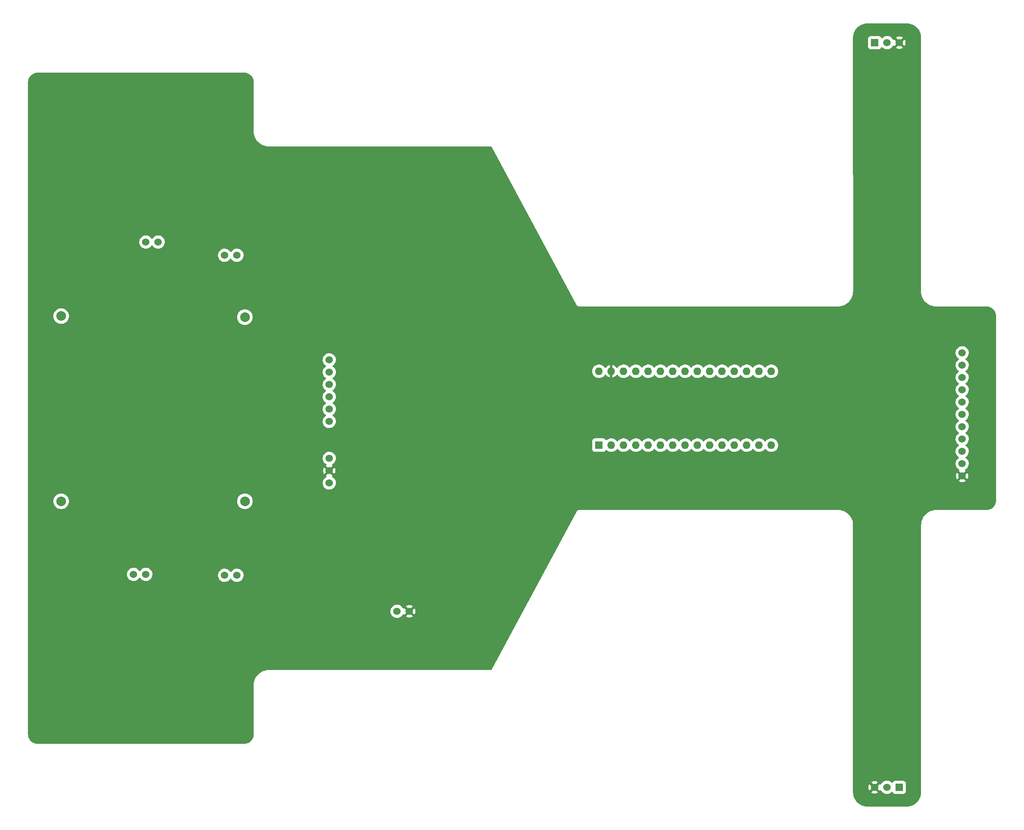
<source format=gbl>
%TF.GenerationSoftware,KiCad,Pcbnew,(6.0.7)*%
%TF.CreationDate,2022-11-01T00:55:13-03:00*%
%TF.ProjectId,gerarduino,67657261-7264-4756-996e-6f2e6b696361,rev?*%
%TF.SameCoordinates,Original*%
%TF.FileFunction,Copper,L2,Bot*%
%TF.FilePolarity,Positive*%
%FSLAX46Y46*%
G04 Gerber Fmt 4.6, Leading zero omitted, Abs format (unit mm)*
G04 Created by KiCad (PCBNEW (6.0.7)) date 2022-11-01 00:55:13*
%MOMM*%
%LPD*%
G01*
G04 APERTURE LIST*
%TA.AperFunction,ComponentPad*%
%ADD10R,1.530000X1.530000*%
%TD*%
%TA.AperFunction,ComponentPad*%
%ADD11C,1.530000*%
%TD*%
%TA.AperFunction,ComponentPad*%
%ADD12C,1.524000*%
%TD*%
%TA.AperFunction,ComponentPad*%
%ADD13C,2.000000*%
%TD*%
%TA.AperFunction,ComponentPad*%
%ADD14R,1.600000X1.600000*%
%TD*%
%TA.AperFunction,ComponentPad*%
%ADD15O,1.600000X1.600000*%
%TD*%
G04 APERTURE END LIST*
D10*
%TO.P,U2,1,vcc*%
%TO.N,/vcc*%
X261366000Y-69595000D03*
D11*
%TO.P,U2,2,out*%
%TO.N,Net-(A1-Pad16)*%
X263906000Y-69595000D03*
%TO.P,U2,3,gnd*%
%TO.N,GND*%
X266446000Y-69595000D03*
%TD*%
D12*
%TO.P,U1,1,+12V*%
%TO.N,Net-(BT1-Pad1)*%
X148844000Y-160464500D03*
%TO.P,U1,2,GND*%
%TO.N,GND*%
X148844000Y-157924500D03*
%TO.P,U1,3,+5V*%
%TO.N,Net-(A1-Pad30)*%
X148844000Y-155384500D03*
%TO.P,U1,4,ENA*%
%TO.N,Net-(A1-Pad6)*%
X148844000Y-147764500D03*
%TO.P,U1,5,IN1*%
%TO.N,Net-(U1-Pad5)*%
X148844000Y-145224500D03*
%TO.P,U1,6,IN2*%
%TO.N,Net-(U1-Pad6)*%
X148844000Y-142684500D03*
%TO.P,U1,7,IN3*%
%TO.N,Net-(A1-Pad2)*%
X148844000Y-140144500D03*
%TO.P,U1,8,IN4*%
%TO.N,Net-(A1-Pad1)*%
X148844000Y-137604500D03*
%TO.P,U1,9,ENB*%
%TO.N,Net-(A1-Pad5)*%
X148844000Y-135064500D03*
%TO.P,U1,10,out1+*%
%TO.N,Net-(M1-Pad1)*%
X127254000Y-113474500D03*
%TO.P,U1,11,out1-*%
%TO.N,Net-(M1-Pad2)*%
X129794000Y-113474500D03*
%TO.P,U1,12,out2+*%
%TO.N,Net-(M2-Pad1)*%
X127254000Y-179514500D03*
%TO.P,U1,13,out2-*%
%TO.N,Net-(M2-Pad2)*%
X129794000Y-179514500D03*
D13*
%TO.P,U1,14*%
%TO.N,N/C*%
X131424000Y-126232000D03*
%TO.P,U1,15*%
X131424000Y-164232000D03*
%TO.P,U1,16*%
X93524000Y-126032000D03*
%TO.P,U1,17*%
X93524000Y-164232000D03*
%TD*%
D12*
%TO.P,M1,1,+*%
%TO.N,Net-(M1-Pad1)*%
X110998000Y-110744000D03*
%TO.P,M1,2,-*%
%TO.N,Net-(M1-Pad2)*%
X113538000Y-110744000D03*
%TD*%
%TO.P,BT1,1,+*%
%TO.N,Net-(BT1-Pad1)*%
X162814000Y-186944000D03*
%TO.P,BT1,2,-*%
%TO.N,GND*%
X165354000Y-186944000D03*
%TD*%
D14*
%TO.P,A1,1,D1/TX*%
%TO.N,Net-(A1-Pad1)*%
X204470000Y-152654000D03*
D15*
%TO.P,A1,2,D0/RX*%
%TO.N,Net-(A1-Pad2)*%
X207010000Y-152654000D03*
%TO.P,A1,3,~{RESET}*%
%TO.N,unconnected-(A1-Pad3)*%
X209550000Y-152654000D03*
%TO.P,A1,4,GND*%
%TO.N,unconnected-(A1-Pad4)*%
X212090000Y-152654000D03*
%TO.P,A1,5,D2*%
%TO.N,Net-(A1-Pad5)*%
X214630000Y-152654000D03*
%TO.P,A1,6,D3*%
%TO.N,Net-(A1-Pad6)*%
X217170000Y-152654000D03*
%TO.P,A1,7,D4*%
%TO.N,Net-(U1-Pad5)*%
X219710000Y-152654000D03*
%TO.P,A1,8,D5*%
%TO.N,Net-(U1-Pad6)*%
X222250000Y-152654000D03*
%TO.P,A1,9,D6*%
%TO.N,unconnected-(A1-Pad9)*%
X224790000Y-152654000D03*
%TO.P,A1,10,D7*%
%TO.N,Net-(A1-Pad10)*%
X227330000Y-152654000D03*
%TO.P,A1,11,D8*%
%TO.N,unconnected-(A1-Pad11)*%
X229870000Y-152654000D03*
%TO.P,A1,12,D9*%
%TO.N,unconnected-(A1-Pad12)*%
X232410000Y-152654000D03*
%TO.P,A1,13,D10*%
%TO.N,unconnected-(A1-Pad13)*%
X234950000Y-152654000D03*
%TO.P,A1,14,D11*%
%TO.N,unconnected-(A1-Pad14)*%
X237490000Y-152654000D03*
%TO.P,A1,15,D12*%
%TO.N,unconnected-(A1-Pad15)*%
X240030000Y-152654000D03*
%TO.P,A1,16,D13*%
%TO.N,Net-(A1-Pad16)*%
X240030000Y-137414000D03*
%TO.P,A1,17,3V3*%
%TO.N,unconnected-(A1-Pad17)*%
X237490000Y-137414000D03*
%TO.P,A1,18,AREF*%
%TO.N,unconnected-(A1-Pad18)*%
X234950000Y-137414000D03*
%TO.P,A1,19,A0*%
%TO.N,Net-(A1-Pad19)*%
X232410000Y-137414000D03*
%TO.P,A1,20,A1*%
%TO.N,Net-(A1-Pad20)*%
X229870000Y-137414000D03*
%TO.P,A1,21,A2*%
%TO.N,Net-(A1-Pad21)*%
X227330000Y-137414000D03*
%TO.P,A1,22,A3*%
%TO.N,Net-(A1-Pad22)*%
X224790000Y-137414000D03*
%TO.P,A1,23,A4*%
%TO.N,Net-(A1-Pad23)*%
X222250000Y-137414000D03*
%TO.P,A1,24,A5*%
%TO.N,Net-(A1-Pad24)*%
X219710000Y-137414000D03*
%TO.P,A1,25,A6*%
%TO.N,Net-(A1-Pad25)*%
X217170000Y-137414000D03*
%TO.P,A1,26,A7*%
%TO.N,Net-(A1-Pad26)*%
X214630000Y-137414000D03*
%TO.P,A1,27,+5V*%
%TO.N,/vcc*%
X212090000Y-137414000D03*
%TO.P,A1,28,~{RESET}*%
%TO.N,unconnected-(A1-Pad28)*%
X209550000Y-137414000D03*
%TO.P,A1,29,GND*%
%TO.N,GND*%
X207010000Y-137414000D03*
%TO.P,A1,30,VIN*%
%TO.N,Net-(A1-Pad30)*%
X204470000Y-137414000D03*
%TD*%
D12*
%TO.P,U4,1,GND*%
%TO.N,GND*%
X279400000Y-159004000D03*
%TO.P,U4,2,IR*%
%TO.N,unconnected-(U4-Pad2)*%
X279400000Y-156464000D03*
%TO.P,U4,3,D1*%
%TO.N,Net-(A1-Pad26)*%
X279400000Y-153924000D03*
%TO.P,U4,4,D2*%
%TO.N,Net-(A1-Pad25)*%
X279400000Y-151384000D03*
%TO.P,U4,5,D3*%
%TO.N,Net-(A1-Pad24)*%
X279400000Y-148844000D03*
%TO.P,U4,6,D4*%
%TO.N,Net-(A1-Pad23)*%
X279400000Y-146304000D03*
%TO.P,U4,7,D5*%
%TO.N,Net-(A1-Pad22)*%
X279400000Y-143764000D03*
%TO.P,U4,8,D6*%
%TO.N,Net-(A1-Pad21)*%
X279400000Y-141224000D03*
%TO.P,U4,9,D7*%
%TO.N,Net-(A1-Pad20)*%
X279400000Y-138684000D03*
%TO.P,U4,10,D8*%
%TO.N,Net-(A1-Pad19)*%
X279400000Y-136144000D03*
%TO.P,U4,11,VCC*%
%TO.N,/vcc*%
X279400000Y-133604000D03*
%TD*%
%TO.P,M2,1,+*%
%TO.N,Net-(M2-Pad1)*%
X110998000Y-179324000D03*
%TO.P,M2,2,-*%
%TO.N,Net-(M2-Pad2)*%
X108458000Y-179324000D03*
%TD*%
D10*
%TO.P,U3,1,vcc*%
%TO.N,/vcc*%
X266400791Y-223267000D03*
D11*
%TO.P,U3,2,out*%
%TO.N,Net-(A1-Pad10)*%
X263860791Y-223267000D03*
%TO.P,U3,3,gnd*%
%TO.N,GND*%
X261320791Y-223267000D03*
%TD*%
%TA.AperFunction,Conductor*%
%TO.N,GND*%
G36*
X267938827Y-65625578D02*
G01*
X267970000Y-65629682D01*
X267978189Y-65628604D01*
X267978191Y-65628604D01*
X267986677Y-65627487D01*
X268009714Y-65626582D01*
X268205421Y-65636838D01*
X268272334Y-65640345D01*
X268285449Y-65641723D01*
X268577965Y-65688053D01*
X268590858Y-65690793D01*
X268876926Y-65767444D01*
X268889462Y-65771518D01*
X269132147Y-65864676D01*
X269165941Y-65877648D01*
X269177989Y-65883012D01*
X269441867Y-66017465D01*
X269453288Y-66024059D01*
X269701660Y-66185353D01*
X269712330Y-66193105D01*
X269942490Y-66379484D01*
X269952291Y-66388310D01*
X270161690Y-66597709D01*
X270170516Y-66607510D01*
X270356895Y-66837670D01*
X270364647Y-66848340D01*
X270525941Y-67096712D01*
X270532535Y-67108133D01*
X270666988Y-67372011D01*
X270672352Y-67384059D01*
X270778480Y-67660530D01*
X270782555Y-67673072D01*
X270820700Y-67815429D01*
X270859206Y-67959138D01*
X270861948Y-67972038D01*
X270908277Y-68264550D01*
X270909655Y-68277667D01*
X270923418Y-68540286D01*
X270922513Y-68563323D01*
X270920318Y-68580000D01*
X270922018Y-68592914D01*
X270924422Y-68611173D01*
X270925500Y-68627619D01*
X270925500Y-72604637D01*
X270925302Y-120863482D01*
X270924224Y-120879927D01*
X270920120Y-120911102D01*
X270921198Y-120919291D01*
X270921198Y-120920219D01*
X270921821Y-120926999D01*
X270922366Y-120937401D01*
X270938216Y-121239825D01*
X270989710Y-121564946D01*
X271074907Y-121882903D01*
X271192872Y-122190213D01*
X271194370Y-122193153D01*
X271322478Y-122444577D01*
X271342314Y-122483508D01*
X271521595Y-122759576D01*
X271523677Y-122762147D01*
X271722435Y-123007592D01*
X271728751Y-123015392D01*
X271961512Y-123248152D01*
X272217328Y-123455308D01*
X272493396Y-123634588D01*
X272496330Y-123636083D01*
X272496337Y-123636087D01*
X272614473Y-123696280D01*
X272786692Y-123784030D01*
X273094002Y-123901995D01*
X273411959Y-123987191D01*
X273584717Y-124014553D01*
X273733832Y-124038171D01*
X273733840Y-124038172D01*
X273737080Y-124038685D01*
X274049851Y-124055076D01*
X274056712Y-124055706D01*
X274057615Y-124055706D01*
X274065802Y-124056784D01*
X274097489Y-124052613D01*
X274113752Y-124051536D01*
X279146142Y-124044500D01*
X284412381Y-124044500D01*
X284428827Y-124045578D01*
X284460000Y-124049682D01*
X284468187Y-124048604D01*
X284468188Y-124048604D01*
X284473975Y-124047842D01*
X284498664Y-124047034D01*
X284704914Y-124060553D01*
X284721254Y-124062704D01*
X284837568Y-124085840D01*
X284953885Y-124108977D01*
X284969795Y-124113240D01*
X285194394Y-124189481D01*
X285209620Y-124195788D01*
X285422342Y-124300691D01*
X285436616Y-124308932D01*
X285633828Y-124440704D01*
X285646903Y-124450737D01*
X285825232Y-124607127D01*
X285836873Y-124618768D01*
X285940015Y-124736379D01*
X285993263Y-124797097D01*
X286003296Y-124810172D01*
X286135068Y-125007384D01*
X286143309Y-125021658D01*
X286248212Y-125234380D01*
X286254518Y-125249604D01*
X286330760Y-125474205D01*
X286335024Y-125490118D01*
X286381296Y-125722746D01*
X286383447Y-125739086D01*
X286396966Y-125945336D01*
X286396158Y-125970025D01*
X286394318Y-125984000D01*
X286395396Y-125992188D01*
X286398422Y-126015173D01*
X286399500Y-126031619D01*
X286399500Y-164036381D01*
X286398422Y-164052827D01*
X286394318Y-164084000D01*
X286395396Y-164092187D01*
X286395396Y-164092188D01*
X286396158Y-164097975D01*
X286396966Y-164122664D01*
X286383447Y-164328914D01*
X286381296Y-164345254D01*
X286353868Y-164483148D01*
X286335024Y-164577882D01*
X286330760Y-164593795D01*
X286254519Y-164818394D01*
X286248212Y-164833620D01*
X286143309Y-165046342D01*
X286135068Y-165060616D01*
X286003296Y-165257828D01*
X285993263Y-165270903D01*
X285836873Y-165449232D01*
X285825232Y-165460873D01*
X285742508Y-165533420D01*
X285646903Y-165617263D01*
X285633828Y-165627296D01*
X285436616Y-165759068D01*
X285422342Y-165767309D01*
X285209620Y-165872212D01*
X285194396Y-165878518D01*
X284969795Y-165954760D01*
X284953885Y-165959023D01*
X284837568Y-165982160D01*
X284721254Y-166005296D01*
X284704914Y-166007447D01*
X284498664Y-166020966D01*
X284473975Y-166020158D01*
X284468188Y-166019396D01*
X284468187Y-166019396D01*
X284460000Y-166018318D01*
X284447953Y-166019904D01*
X284428827Y-166022422D01*
X284412381Y-166023500D01*
X279185333Y-166023500D01*
X279185272Y-166023498D01*
X279185211Y-166023490D01*
X279185028Y-166023490D01*
X279145163Y-166023500D01*
X279106639Y-166023500D01*
X279106580Y-166023508D01*
X279106523Y-166023510D01*
X278394749Y-166023688D01*
X274126049Y-166024753D01*
X274109574Y-166023675D01*
X274086681Y-166020661D01*
X274086679Y-166020661D01*
X274078490Y-166019583D01*
X274070297Y-166020662D01*
X274069541Y-166020662D01*
X274062200Y-166021336D01*
X273977916Y-166025753D01*
X273749771Y-166037710D01*
X273746531Y-166038223D01*
X273746523Y-166038224D01*
X273597309Y-166061858D01*
X273424653Y-166089204D01*
X273106699Y-166174400D01*
X272799391Y-166292364D01*
X272796451Y-166293862D01*
X272509039Y-166440305D01*
X272509032Y-166440309D01*
X272506098Y-166441804D01*
X272230032Y-166621082D01*
X272227474Y-166623153D01*
X272227469Y-166623157D01*
X272069220Y-166751304D01*
X271974217Y-166828235D01*
X271741457Y-167060992D01*
X271534302Y-167316805D01*
X271355021Y-167592869D01*
X271205578Y-167886161D01*
X271204395Y-167889244D01*
X271089508Y-168188524D01*
X271087610Y-168193467D01*
X271002411Y-168511420D01*
X270950914Y-168836537D01*
X270934519Y-169149300D01*
X270933888Y-169156168D01*
X270933888Y-169157070D01*
X270932810Y-169165257D01*
X270933888Y-169173447D01*
X270936897Y-169196306D01*
X270937975Y-169212794D01*
X270925514Y-204684476D01*
X270925511Y-204684556D01*
X270925500Y-204684639D01*
X270925500Y-204723300D01*
X270925486Y-204763150D01*
X270925497Y-204763236D01*
X270925500Y-204763321D01*
X270925500Y-224234381D01*
X270924422Y-224250827D01*
X270920318Y-224282000D01*
X270921396Y-224290189D01*
X270921396Y-224290191D01*
X270922513Y-224298677D01*
X270923418Y-224321714D01*
X270909655Y-224584333D01*
X270908277Y-224597450D01*
X270861948Y-224889962D01*
X270859207Y-224902858D01*
X270782556Y-225188926D01*
X270778480Y-225201470D01*
X270672352Y-225477941D01*
X270666988Y-225489989D01*
X270532535Y-225753867D01*
X270525941Y-225765288D01*
X270364647Y-226013660D01*
X270356895Y-226024330D01*
X270170516Y-226254490D01*
X270161690Y-226264291D01*
X269952291Y-226473690D01*
X269942490Y-226482516D01*
X269712330Y-226668895D01*
X269701660Y-226676647D01*
X269453288Y-226837941D01*
X269441867Y-226844535D01*
X269177989Y-226978988D01*
X269165940Y-226984352D01*
X268889462Y-227090482D01*
X268876928Y-227094555D01*
X268590858Y-227171207D01*
X268577965Y-227173947D01*
X268285450Y-227220277D01*
X268272334Y-227221655D01*
X268205421Y-227225162D01*
X268009714Y-227235418D01*
X267986677Y-227234513D01*
X267978191Y-227233396D01*
X267978189Y-227233396D01*
X267970000Y-227232318D01*
X267961812Y-227233396D01*
X267938827Y-227236422D01*
X267922381Y-227237500D01*
X259889619Y-227237500D01*
X259873173Y-227236422D01*
X259850188Y-227233396D01*
X259842000Y-227232318D01*
X259833811Y-227233396D01*
X259833809Y-227233396D01*
X259825323Y-227234513D01*
X259802286Y-227235418D01*
X259606579Y-227225162D01*
X259539666Y-227221655D01*
X259526550Y-227220277D01*
X259234035Y-227173947D01*
X259221142Y-227171207D01*
X258935072Y-227094555D01*
X258922538Y-227090482D01*
X258646060Y-226984352D01*
X258634011Y-226978988D01*
X258370133Y-226844535D01*
X258358712Y-226837941D01*
X258110340Y-226676647D01*
X258099670Y-226668895D01*
X257869510Y-226482516D01*
X257859709Y-226473690D01*
X257650310Y-226264291D01*
X257641484Y-226254490D01*
X257455105Y-226024330D01*
X257447353Y-226013660D01*
X257286059Y-225765288D01*
X257279465Y-225753867D01*
X257145012Y-225489989D01*
X257139648Y-225477941D01*
X257033520Y-225201470D01*
X257029444Y-225188926D01*
X256952793Y-224902858D01*
X256950052Y-224889962D01*
X256903723Y-224597450D01*
X256902345Y-224584333D01*
X256888908Y-224327932D01*
X260624414Y-224327932D01*
X260633707Y-224339945D01*
X260677360Y-224370512D01*
X260686838Y-224375984D01*
X260878753Y-224465475D01*
X260889046Y-224469221D01*
X261093577Y-224524025D01*
X261104372Y-224525928D01*
X261315316Y-224544384D01*
X261326266Y-224544384D01*
X261537210Y-224525928D01*
X261548005Y-224524025D01*
X261752536Y-224469221D01*
X261762829Y-224465475D01*
X261954744Y-224375984D01*
X261964222Y-224370512D01*
X262008711Y-224339359D01*
X262017085Y-224328883D01*
X262010017Y-224315436D01*
X261333603Y-223639022D01*
X261319659Y-223631408D01*
X261317826Y-223631539D01*
X261311211Y-223635790D01*
X260630844Y-224316157D01*
X260624414Y-224327932D01*
X256888908Y-224327932D01*
X256888582Y-224321714D01*
X256889487Y-224298677D01*
X256890604Y-224290191D01*
X256890604Y-224290189D01*
X256891682Y-224282000D01*
X256887578Y-224250827D01*
X256886500Y-224234381D01*
X256886500Y-223272475D01*
X260043407Y-223272475D01*
X260061863Y-223483419D01*
X260063766Y-223494214D01*
X260118570Y-223698745D01*
X260122316Y-223709037D01*
X260211803Y-223900944D01*
X260217286Y-223910439D01*
X260248431Y-223954919D01*
X260258908Y-223963294D01*
X260272355Y-223956226D01*
X260948769Y-223279812D01*
X260955147Y-223268132D01*
X261685199Y-223268132D01*
X261685330Y-223269965D01*
X261689581Y-223276580D01*
X262369948Y-223956947D01*
X262381723Y-223963377D01*
X262393738Y-223954081D01*
X262424296Y-223910439D01*
X262429596Y-223901260D01*
X262480979Y-223852267D01*
X262550693Y-223838832D01*
X262616604Y-223865219D01*
X262646148Y-223898426D01*
X262680767Y-223954919D01*
X262755110Y-224076236D01*
X262902126Y-224245956D01*
X262906101Y-224249256D01*
X262906104Y-224249259D01*
X262945541Y-224282000D01*
X263074888Y-224389386D01*
X263268756Y-224502673D01*
X263273581Y-224504515D01*
X263273582Y-224504516D01*
X263329655Y-224525928D01*
X263478523Y-224582775D01*
X263483589Y-224583806D01*
X263483590Y-224583806D01*
X263518626Y-224590934D01*
X263698556Y-224627541D01*
X263825107Y-224632181D01*
X263917782Y-224635580D01*
X263917786Y-224635580D01*
X263922946Y-224635769D01*
X263928066Y-224635113D01*
X263928068Y-224635113D01*
X263996483Y-224626349D01*
X264145667Y-224607238D01*
X264150616Y-224605753D01*
X264150622Y-224605752D01*
X264355795Y-224544197D01*
X264360738Y-224542714D01*
X264562382Y-224443930D01*
X264603914Y-224414306D01*
X264740972Y-224316543D01*
X264740977Y-224316539D01*
X264745184Y-224313538D01*
X264748846Y-224309889D01*
X264748854Y-224309882D01*
X264864734Y-224194407D01*
X264927105Y-224160491D01*
X264997912Y-224165680D01*
X265054673Y-224208326D01*
X265070081Y-224235438D01*
X265111255Y-224334841D01*
X265207509Y-224460282D01*
X265214055Y-224465305D01*
X265243709Y-224488059D01*
X265332950Y-224556536D01*
X265479029Y-224617044D01*
X265487217Y-224618122D01*
X265592336Y-224631961D01*
X265596430Y-224632500D01*
X266400693Y-224632500D01*
X267205151Y-224632499D01*
X267209235Y-224631961D01*
X267209241Y-224631961D01*
X267314366Y-224618122D01*
X267314368Y-224618122D01*
X267322553Y-224617044D01*
X267468632Y-224556536D01*
X267557873Y-224488059D01*
X267587527Y-224465305D01*
X267594073Y-224460282D01*
X267690327Y-224334841D01*
X267750835Y-224188762D01*
X267766291Y-224071361D01*
X267766290Y-222462640D01*
X267752740Y-222359705D01*
X267751913Y-222353425D01*
X267751913Y-222353423D01*
X267750835Y-222345238D01*
X267690327Y-222199159D01*
X267594073Y-222073718D01*
X267582424Y-222064779D01*
X267523712Y-222019728D01*
X267468632Y-221977464D01*
X267322553Y-221916956D01*
X267215794Y-221902901D01*
X267209239Y-221902038D01*
X267209238Y-221902038D01*
X267205152Y-221901500D01*
X266400889Y-221901500D01*
X265596431Y-221901501D01*
X265592347Y-221902039D01*
X265592341Y-221902039D01*
X265487216Y-221915878D01*
X265487214Y-221915878D01*
X265479029Y-221916956D01*
X265332950Y-221977464D01*
X265277870Y-222019728D01*
X265219159Y-222064779D01*
X265207509Y-222073718D01*
X265111255Y-222199159D01*
X265091803Y-222246120D01*
X265069667Y-222299561D01*
X265025119Y-222354842D01*
X264957755Y-222377263D01*
X264888964Y-222359705D01*
X264860064Y-222336142D01*
X264798730Y-222268736D01*
X264798728Y-222268734D01*
X264795252Y-222264914D01*
X264791201Y-222261715D01*
X264791197Y-222261711D01*
X264623091Y-222128949D01*
X264623086Y-222128946D01*
X264619037Y-222125748D01*
X264614521Y-222123255D01*
X264614518Y-222123253D01*
X264426983Y-222019728D01*
X264426979Y-222019726D01*
X264422459Y-222017231D01*
X264417590Y-222015507D01*
X264417586Y-222015505D01*
X264215673Y-221944004D01*
X264215669Y-221944003D01*
X264210798Y-221942278D01*
X264205705Y-221941371D01*
X264205702Y-221941370D01*
X263994825Y-221903807D01*
X263994819Y-221903806D01*
X263989736Y-221902901D01*
X263915989Y-221902000D01*
X263770382Y-221900221D01*
X263770380Y-221900221D01*
X263765212Y-221900158D01*
X263543255Y-221934122D01*
X263329825Y-222003882D01*
X263325237Y-222006270D01*
X263325233Y-222006272D01*
X263183096Y-222080264D01*
X263130655Y-222107563D01*
X263126522Y-222110666D01*
X263126519Y-222110668D01*
X262955228Y-222239277D01*
X262951093Y-222242382D01*
X262795961Y-222404718D01*
X262669426Y-222590211D01*
X262667249Y-222594902D01*
X262653724Y-222624039D01*
X262606899Y-222677405D01*
X262538656Y-222696986D01*
X262470661Y-222676562D01*
X262430317Y-222633988D01*
X262424299Y-222623565D01*
X262393151Y-222579081D01*
X262382674Y-222570706D01*
X262369227Y-222577774D01*
X261692813Y-223254188D01*
X261685199Y-223268132D01*
X260955147Y-223268132D01*
X260956383Y-223265868D01*
X260956252Y-223264035D01*
X260952001Y-223257420D01*
X260271634Y-222577053D01*
X260259859Y-222570623D01*
X260247844Y-222579919D01*
X260217286Y-222623561D01*
X260211803Y-222633056D01*
X260122316Y-222824963D01*
X260118570Y-222835255D01*
X260063766Y-223039786D01*
X260061863Y-223050581D01*
X260043407Y-223261525D01*
X260043407Y-223272475D01*
X256886500Y-223272475D01*
X256886500Y-222205117D01*
X260624497Y-222205117D01*
X260631565Y-222218564D01*
X261307979Y-222894978D01*
X261321923Y-222902592D01*
X261323756Y-222902461D01*
X261330371Y-222898210D01*
X262010738Y-222217843D01*
X262017168Y-222206068D01*
X262007875Y-222194055D01*
X261964222Y-222163488D01*
X261954744Y-222158016D01*
X261762829Y-222068525D01*
X261752536Y-222064779D01*
X261548005Y-222009975D01*
X261537210Y-222008072D01*
X261326266Y-221989616D01*
X261315316Y-221989616D01*
X261104372Y-222008072D01*
X261093577Y-222009975D01*
X260889046Y-222064779D01*
X260878754Y-222068525D01*
X260686847Y-222158012D01*
X260677352Y-222163495D01*
X260632872Y-222194640D01*
X260624497Y-222205117D01*
X256886500Y-222205117D01*
X256886500Y-204684636D01*
X256886469Y-199042422D01*
X256886302Y-169211030D01*
X256887380Y-169194583D01*
X256890406Y-169171601D01*
X256891484Y-169163414D01*
X256890406Y-169155224D01*
X256890406Y-169154393D01*
X256889755Y-169147306D01*
X256889320Y-169138995D01*
X256877333Y-168910254D01*
X256873546Y-168837984D01*
X256873545Y-168837975D01*
X256873373Y-168834692D01*
X256872858Y-168831440D01*
X256822396Y-168512827D01*
X256822395Y-168512821D01*
X256821880Y-168509571D01*
X256736685Y-168191614D01*
X256618721Y-167884305D01*
X256469281Y-167591009D01*
X256290001Y-167314941D01*
X256219198Y-167227505D01*
X256084923Y-167061689D01*
X256082847Y-167059125D01*
X255850087Y-166826364D01*
X255594272Y-166619208D01*
X255318205Y-166439927D01*
X255315273Y-166438433D01*
X255315266Y-166438429D01*
X255027850Y-166291983D01*
X255024910Y-166290485D01*
X254811608Y-166208606D01*
X254720691Y-166173706D01*
X254720689Y-166173705D01*
X254717601Y-166172520D01*
X254399644Y-166087323D01*
X254226920Y-166059966D01*
X254077772Y-166036343D01*
X254077764Y-166036342D01*
X254074524Y-166035829D01*
X253761755Y-166019437D01*
X253754895Y-166018807D01*
X253753989Y-166018807D01*
X253745802Y-166017729D01*
X253737614Y-166018807D01*
X253737613Y-166018807D01*
X253714620Y-166021834D01*
X253698175Y-166022912D01*
X223662937Y-166023243D01*
X200442809Y-166023499D01*
X200430075Y-166022854D01*
X200388040Y-166018584D01*
X200379891Y-166019904D01*
X200379882Y-166019904D01*
X200320614Y-166029503D01*
X200316941Y-166030043D01*
X200249232Y-166038958D01*
X200241924Y-166041984D01*
X200239775Y-166042595D01*
X200231959Y-166043861D01*
X200224426Y-166047246D01*
X200224427Y-166047246D01*
X200169644Y-166071865D01*
X200166215Y-166073345D01*
X200126928Y-166089619D01*
X200103153Y-166099467D01*
X200096871Y-166104287D01*
X200094964Y-166105426D01*
X200087738Y-166108674D01*
X200081343Y-166113890D01*
X200081339Y-166113892D01*
X200034790Y-166151855D01*
X200031868Y-166154167D01*
X199977713Y-166195723D01*
X199972891Y-166202008D01*
X199971342Y-166203603D01*
X199965207Y-166208606D01*
X199960374Y-166215307D01*
X199925266Y-166263984D01*
X199923036Y-166266981D01*
X199886491Y-166314608D01*
X199886487Y-166314614D01*
X199881461Y-166321165D01*
X199865292Y-166360202D01*
X199859828Y-166371708D01*
X192560218Y-179928126D01*
X182303005Y-198977237D01*
X182253098Y-199027732D01*
X182192066Y-199043500D01*
X136445619Y-199043500D01*
X136429173Y-199042422D01*
X136406188Y-199039396D01*
X136398000Y-199038318D01*
X136389813Y-199039396D01*
X136388907Y-199039396D01*
X136382047Y-199040026D01*
X136069278Y-199056418D01*
X136066038Y-199056931D01*
X136066030Y-199056932D01*
X135916915Y-199080550D01*
X135744157Y-199107912D01*
X135426200Y-199193108D01*
X135118891Y-199311073D01*
X135115951Y-199312571D01*
X134828536Y-199459016D01*
X134828529Y-199459020D01*
X134825595Y-199460515D01*
X134549527Y-199639795D01*
X134293711Y-199846951D01*
X134060951Y-200079711D01*
X133853795Y-200335527D01*
X133674515Y-200611595D01*
X133525073Y-200904891D01*
X133407108Y-201212200D01*
X133321912Y-201530157D01*
X133270418Y-201855278D01*
X133254027Y-202168040D01*
X133253396Y-202174907D01*
X133253396Y-202175813D01*
X133252318Y-202184000D01*
X133253396Y-202192188D01*
X133256422Y-202215173D01*
X133257500Y-202231619D01*
X133257500Y-212296381D01*
X133256422Y-212312827D01*
X133252318Y-212344000D01*
X133253396Y-212352187D01*
X133253396Y-212352188D01*
X133254158Y-212357975D01*
X133254966Y-212382664D01*
X133241447Y-212588914D01*
X133239296Y-212605254D01*
X133193024Y-212837882D01*
X133188760Y-212853795D01*
X133112519Y-213078394D01*
X133106212Y-213093620D01*
X133001309Y-213306342D01*
X132993068Y-213320616D01*
X132861296Y-213517828D01*
X132851263Y-213530903D01*
X132694873Y-213709232D01*
X132683232Y-213720873D01*
X132504903Y-213877263D01*
X132491828Y-213887296D01*
X132294616Y-214019068D01*
X132280342Y-214027309D01*
X132067620Y-214132212D01*
X132052396Y-214138518D01*
X131827795Y-214214760D01*
X131811885Y-214219023D01*
X131695568Y-214242160D01*
X131579254Y-214265296D01*
X131562914Y-214267447D01*
X131356664Y-214280966D01*
X131331975Y-214280158D01*
X131326188Y-214279396D01*
X131326187Y-214279396D01*
X131318000Y-214278318D01*
X131309812Y-214279396D01*
X131286827Y-214282422D01*
X131270381Y-214283500D01*
X88693619Y-214283500D01*
X88677173Y-214282422D01*
X88654188Y-214279396D01*
X88646000Y-214278318D01*
X88637813Y-214279396D01*
X88637812Y-214279396D01*
X88632025Y-214280158D01*
X88607336Y-214280966D01*
X88401086Y-214267447D01*
X88384746Y-214265296D01*
X88268432Y-214242160D01*
X88152115Y-214219023D01*
X88136205Y-214214760D01*
X87911604Y-214138518D01*
X87896380Y-214132212D01*
X87683658Y-214027309D01*
X87669384Y-214019068D01*
X87472172Y-213887296D01*
X87459097Y-213877263D01*
X87280768Y-213720873D01*
X87269127Y-213709232D01*
X87112737Y-213530903D01*
X87102704Y-213517828D01*
X86970932Y-213320616D01*
X86962691Y-213306342D01*
X86857788Y-213093620D01*
X86851481Y-213078394D01*
X86775240Y-212853795D01*
X86770976Y-212837882D01*
X86724704Y-212605254D01*
X86722553Y-212588914D01*
X86709034Y-212382664D01*
X86709842Y-212357975D01*
X86710604Y-212352188D01*
X86710604Y-212352187D01*
X86711682Y-212344000D01*
X86707578Y-212312827D01*
X86706500Y-212296381D01*
X86706500Y-186910597D01*
X161447238Y-186910597D01*
X161447535Y-186915749D01*
X161447535Y-186915753D01*
X161453015Y-187010786D01*
X161460135Y-187134273D01*
X161461272Y-187139319D01*
X161461273Y-187139325D01*
X161465909Y-187159896D01*
X161509391Y-187352840D01*
X161511333Y-187357622D01*
X161511334Y-187357626D01*
X161578843Y-187523879D01*
X161593683Y-187560426D01*
X161710748Y-187751458D01*
X161857441Y-187920806D01*
X162029824Y-188063920D01*
X162034280Y-188066524D01*
X162034283Y-188066526D01*
X162165822Y-188143391D01*
X162223265Y-188176958D01*
X162432572Y-188256885D01*
X162437638Y-188257916D01*
X162437639Y-188257916D01*
X162488964Y-188268358D01*
X162652122Y-188301553D01*
X162778331Y-188306181D01*
X162870855Y-188309574D01*
X162870859Y-188309574D01*
X162876019Y-188309763D01*
X162881139Y-188309107D01*
X162881141Y-188309107D01*
X162951826Y-188300052D01*
X163098251Y-188281294D01*
X163103200Y-188279809D01*
X163103206Y-188279808D01*
X163227806Y-188242426D01*
X163312849Y-188216912D01*
X163394405Y-188176958D01*
X163509411Y-188120617D01*
X163509414Y-188120615D01*
X163514050Y-188118344D01*
X163586696Y-188066526D01*
X163676069Y-188002777D01*
X164659777Y-188002777D01*
X164669074Y-188014793D01*
X164712069Y-188044898D01*
X164721555Y-188050376D01*
X164912993Y-188139645D01*
X164923285Y-188143391D01*
X165127309Y-188198059D01*
X165138104Y-188199962D01*
X165348525Y-188218372D01*
X165359475Y-188218372D01*
X165569896Y-188199962D01*
X165580691Y-188198059D01*
X165784715Y-188143391D01*
X165795007Y-188139645D01*
X165986445Y-188050376D01*
X165995931Y-188044898D01*
X166039764Y-188014207D01*
X166048139Y-188003729D01*
X166041071Y-187990281D01*
X165366812Y-187316022D01*
X165352868Y-187308408D01*
X165351035Y-187308539D01*
X165344420Y-187312790D01*
X164666207Y-187991003D01*
X164659777Y-188002777D01*
X163676069Y-188002777D01*
X163692238Y-187991244D01*
X163692243Y-187991240D01*
X163696450Y-187988239D01*
X163855152Y-187830090D01*
X163985893Y-187648145D01*
X164021507Y-187576086D01*
X164069621Y-187523879D01*
X164138322Y-187505972D01*
X164205798Y-187528051D01*
X164243440Y-187572499D01*
X164244870Y-187571673D01*
X164253103Y-187585932D01*
X164283794Y-187629765D01*
X164294271Y-187638140D01*
X164307718Y-187631072D01*
X164981978Y-186956812D01*
X164988356Y-186945132D01*
X165718408Y-186945132D01*
X165718539Y-186946965D01*
X165722790Y-186953580D01*
X166401003Y-187631793D01*
X166412777Y-187638223D01*
X166424793Y-187628926D01*
X166454897Y-187585932D01*
X166460377Y-187576441D01*
X166549645Y-187385007D01*
X166553391Y-187374715D01*
X166608059Y-187170691D01*
X166609962Y-187159896D01*
X166628372Y-186949475D01*
X166628372Y-186938525D01*
X166609962Y-186728104D01*
X166608059Y-186717309D01*
X166553391Y-186513285D01*
X166549645Y-186502993D01*
X166460377Y-186311559D01*
X166454897Y-186302068D01*
X166424206Y-186258235D01*
X166413729Y-186249860D01*
X166400282Y-186256928D01*
X165726022Y-186931188D01*
X165718408Y-186945132D01*
X164988356Y-186945132D01*
X164989592Y-186942868D01*
X164989461Y-186941035D01*
X164985210Y-186934420D01*
X164306997Y-186256207D01*
X164295223Y-186249777D01*
X164283207Y-186259074D01*
X164253105Y-186302064D01*
X164245519Y-186315204D01*
X164194136Y-186364197D01*
X164124422Y-186377632D01*
X164058511Y-186351245D01*
X164024213Y-186306807D01*
X164023399Y-186307244D01*
X164020952Y-186302682D01*
X164018892Y-186297943D01*
X163897195Y-186109828D01*
X163746408Y-185944115D01*
X163670632Y-185884271D01*
X164659860Y-185884271D01*
X164666928Y-185897718D01*
X165341188Y-186571978D01*
X165355132Y-186579592D01*
X165356965Y-186579461D01*
X165363580Y-186575210D01*
X166041793Y-185896997D01*
X166048223Y-185885223D01*
X166038926Y-185873207D01*
X165995931Y-185843102D01*
X165986445Y-185837624D01*
X165795007Y-185748355D01*
X165784715Y-185744609D01*
X165580691Y-185689941D01*
X165569896Y-185688038D01*
X165359475Y-185669628D01*
X165348525Y-185669628D01*
X165138104Y-185688038D01*
X165127309Y-185689941D01*
X164923285Y-185744609D01*
X164912993Y-185748355D01*
X164721559Y-185837623D01*
X164712068Y-185843103D01*
X164668235Y-185873794D01*
X164659860Y-185884271D01*
X163670632Y-185884271D01*
X163618503Y-185843102D01*
X163574635Y-185808457D01*
X163574632Y-185808455D01*
X163570580Y-185805255D01*
X163374434Y-185696977D01*
X163369565Y-185695253D01*
X163369561Y-185695251D01*
X163168113Y-185623914D01*
X163168109Y-185623913D01*
X163163238Y-185622188D01*
X163158145Y-185621281D01*
X163158142Y-185621280D01*
X163064548Y-185604609D01*
X162942662Y-185582898D01*
X162857011Y-185581851D01*
X162723801Y-185580223D01*
X162723799Y-185580223D01*
X162718631Y-185580160D01*
X162497161Y-185614050D01*
X162392482Y-185648264D01*
X162289118Y-185682048D01*
X162289112Y-185682051D01*
X162284200Y-185683656D01*
X162279614Y-185686043D01*
X162279610Y-185686045D01*
X162253810Y-185699476D01*
X162085468Y-185787110D01*
X162081326Y-185790220D01*
X161938152Y-185897718D01*
X161906300Y-185921633D01*
X161751509Y-186083612D01*
X161748595Y-186087884D01*
X161748594Y-186087885D01*
X161733626Y-186109828D01*
X161625253Y-186268697D01*
X161609763Y-186302068D01*
X161533097Y-186467228D01*
X161533095Y-186467233D01*
X161530920Y-186471919D01*
X161471046Y-186687818D01*
X161447238Y-186910597D01*
X86706500Y-186910597D01*
X86706500Y-179290597D01*
X107091238Y-179290597D01*
X107091535Y-179295749D01*
X107091535Y-179295753D01*
X107097015Y-179390786D01*
X107104135Y-179514273D01*
X107105272Y-179519319D01*
X107105273Y-179519325D01*
X107119237Y-179581286D01*
X107153391Y-179732840D01*
X107155333Y-179737622D01*
X107155334Y-179737626D01*
X107228698Y-179918298D01*
X107237683Y-179940426D01*
X107293047Y-180030772D01*
X107352046Y-180127048D01*
X107354748Y-180131458D01*
X107501441Y-180300806D01*
X107673824Y-180443920D01*
X107678280Y-180446524D01*
X107678283Y-180446526D01*
X107766959Y-180498344D01*
X107867265Y-180556958D01*
X108076572Y-180636885D01*
X108081638Y-180637916D01*
X108081639Y-180637916D01*
X108132964Y-180648358D01*
X108296122Y-180681553D01*
X108422331Y-180686181D01*
X108514855Y-180689574D01*
X108514859Y-180689574D01*
X108520019Y-180689763D01*
X108525139Y-180689107D01*
X108525141Y-180689107D01*
X108595826Y-180680052D01*
X108742251Y-180661294D01*
X108747200Y-180659809D01*
X108747206Y-180659808D01*
X108871806Y-180622426D01*
X108956849Y-180596912D01*
X108961493Y-180594637D01*
X109153411Y-180500617D01*
X109153414Y-180500615D01*
X109158050Y-180498344D01*
X109230696Y-180446526D01*
X109336238Y-180371244D01*
X109336243Y-180371240D01*
X109340450Y-180368239D01*
X109499152Y-180210090D01*
X109628007Y-180030770D01*
X109683999Y-179987124D01*
X109754702Y-179980678D01*
X109817667Y-180013481D01*
X109837759Y-180038463D01*
X109892045Y-180127048D01*
X109892048Y-180127053D01*
X109894748Y-180131458D01*
X110041441Y-180300806D01*
X110213824Y-180443920D01*
X110218280Y-180446524D01*
X110218283Y-180446526D01*
X110306959Y-180498344D01*
X110407265Y-180556958D01*
X110616572Y-180636885D01*
X110621638Y-180637916D01*
X110621639Y-180637916D01*
X110672964Y-180648358D01*
X110836122Y-180681553D01*
X110962331Y-180686181D01*
X111054855Y-180689574D01*
X111054859Y-180689574D01*
X111060019Y-180689763D01*
X111065139Y-180689107D01*
X111065141Y-180689107D01*
X111135826Y-180680052D01*
X111282251Y-180661294D01*
X111287200Y-180659809D01*
X111287206Y-180659808D01*
X111411806Y-180622426D01*
X111496849Y-180596912D01*
X111501493Y-180594637D01*
X111693411Y-180500617D01*
X111693414Y-180500615D01*
X111698050Y-180498344D01*
X111770696Y-180446526D01*
X111876238Y-180371244D01*
X111876243Y-180371240D01*
X111880450Y-180368239D01*
X112039152Y-180210090D01*
X112169893Y-180028145D01*
X112269163Y-179827289D01*
X112334294Y-179612917D01*
X112347281Y-179514273D01*
X112351649Y-179481097D01*
X125887238Y-179481097D01*
X125887535Y-179486249D01*
X125887535Y-179486253D01*
X125893015Y-179581286D01*
X125900135Y-179704773D01*
X125901272Y-179709819D01*
X125901273Y-179709825D01*
X125921210Y-179798291D01*
X125949391Y-179923340D01*
X125951333Y-179928122D01*
X125951334Y-179928126D01*
X126031739Y-180126139D01*
X126033683Y-180130926D01*
X126089047Y-180221272D01*
X126148046Y-180317548D01*
X126150748Y-180321958D01*
X126297441Y-180491306D01*
X126469824Y-180634420D01*
X126474280Y-180637024D01*
X126474283Y-180637026D01*
X126564532Y-180689763D01*
X126663265Y-180747458D01*
X126872572Y-180827385D01*
X126877638Y-180828416D01*
X126877639Y-180828416D01*
X126928964Y-180838858D01*
X127092122Y-180872053D01*
X127218331Y-180876681D01*
X127310855Y-180880074D01*
X127310859Y-180880074D01*
X127316019Y-180880263D01*
X127321139Y-180879607D01*
X127321141Y-180879607D01*
X127391826Y-180870552D01*
X127538251Y-180851794D01*
X127543200Y-180850309D01*
X127543206Y-180850308D01*
X127667806Y-180812926D01*
X127752849Y-180787412D01*
X127834405Y-180747458D01*
X127949411Y-180691117D01*
X127949414Y-180691115D01*
X127954050Y-180688844D01*
X128029480Y-180635040D01*
X128132238Y-180561744D01*
X128132243Y-180561740D01*
X128136450Y-180558739D01*
X128295152Y-180400590D01*
X128424007Y-180221270D01*
X128479999Y-180177624D01*
X128550702Y-180171178D01*
X128613667Y-180203981D01*
X128633759Y-180228963D01*
X128688045Y-180317548D01*
X128688048Y-180317553D01*
X128690748Y-180321958D01*
X128837441Y-180491306D01*
X129009824Y-180634420D01*
X129014280Y-180637024D01*
X129014283Y-180637026D01*
X129104532Y-180689763D01*
X129203265Y-180747458D01*
X129412572Y-180827385D01*
X129417638Y-180828416D01*
X129417639Y-180828416D01*
X129468964Y-180838858D01*
X129632122Y-180872053D01*
X129758331Y-180876681D01*
X129850855Y-180880074D01*
X129850859Y-180880074D01*
X129856019Y-180880263D01*
X129861139Y-180879607D01*
X129861141Y-180879607D01*
X129931826Y-180870552D01*
X130078251Y-180851794D01*
X130083200Y-180850309D01*
X130083206Y-180850308D01*
X130207806Y-180812926D01*
X130292849Y-180787412D01*
X130374405Y-180747458D01*
X130489411Y-180691117D01*
X130489414Y-180691115D01*
X130494050Y-180688844D01*
X130569480Y-180635040D01*
X130672238Y-180561744D01*
X130672243Y-180561740D01*
X130676450Y-180558739D01*
X130835152Y-180400590D01*
X130965893Y-180218645D01*
X131054945Y-180038463D01*
X131062869Y-180022431D01*
X131062870Y-180022429D01*
X131065163Y-180017789D01*
X131130294Y-179803417D01*
X131139586Y-179732840D01*
X131159101Y-179584607D01*
X131159101Y-179584603D01*
X131159538Y-179581286D01*
X131161170Y-179514500D01*
X131142812Y-179291206D01*
X131088230Y-179073908D01*
X131005399Y-178883408D01*
X131000952Y-178873180D01*
X131000950Y-178873177D01*
X130998892Y-178868443D01*
X130877195Y-178680328D01*
X130726408Y-178514615D01*
X130638494Y-178445185D01*
X130554635Y-178378957D01*
X130554632Y-178378955D01*
X130550580Y-178375755D01*
X130354434Y-178267477D01*
X130349565Y-178265753D01*
X130349561Y-178265751D01*
X130148113Y-178194414D01*
X130148109Y-178194413D01*
X130143238Y-178192688D01*
X130138145Y-178191781D01*
X130138142Y-178191780D01*
X130044548Y-178175109D01*
X129922662Y-178153398D01*
X129837011Y-178152351D01*
X129703801Y-178150723D01*
X129703799Y-178150723D01*
X129698631Y-178150660D01*
X129477161Y-178184550D01*
X129372482Y-178218764D01*
X129269118Y-178252548D01*
X129269112Y-178252551D01*
X129264200Y-178254156D01*
X129259614Y-178256543D01*
X129259610Y-178256545D01*
X129070061Y-178355219D01*
X129065468Y-178357610D01*
X129061326Y-178360720D01*
X128894458Y-178486008D01*
X128886300Y-178492133D01*
X128731509Y-178654112D01*
X128627291Y-178806891D01*
X128572381Y-178851892D01*
X128501856Y-178860063D01*
X128438109Y-178828809D01*
X128417412Y-178804325D01*
X128340003Y-178684668D01*
X128340001Y-178684665D01*
X128337195Y-178680328D01*
X128186408Y-178514615D01*
X128098494Y-178445185D01*
X128014635Y-178378957D01*
X128014632Y-178378955D01*
X128010580Y-178375755D01*
X127814434Y-178267477D01*
X127809565Y-178265753D01*
X127809561Y-178265751D01*
X127608113Y-178194414D01*
X127608109Y-178194413D01*
X127603238Y-178192688D01*
X127598145Y-178191781D01*
X127598142Y-178191780D01*
X127504548Y-178175109D01*
X127382662Y-178153398D01*
X127297011Y-178152351D01*
X127163801Y-178150723D01*
X127163799Y-178150723D01*
X127158631Y-178150660D01*
X126937161Y-178184550D01*
X126832482Y-178218764D01*
X126729118Y-178252548D01*
X126729112Y-178252551D01*
X126724200Y-178254156D01*
X126719614Y-178256543D01*
X126719610Y-178256545D01*
X126530061Y-178355219D01*
X126525468Y-178357610D01*
X126521326Y-178360720D01*
X126354458Y-178486008D01*
X126346300Y-178492133D01*
X126191509Y-178654112D01*
X126188600Y-178658377D01*
X126188594Y-178658385D01*
X126175253Y-178677943D01*
X126065253Y-178839197D01*
X126049479Y-178873180D01*
X125973097Y-179037728D01*
X125973095Y-179037733D01*
X125970920Y-179042419D01*
X125911046Y-179258318D01*
X125887238Y-179481097D01*
X112351649Y-179481097D01*
X112363101Y-179394107D01*
X112363101Y-179394103D01*
X112363538Y-179390786D01*
X112365170Y-179324000D01*
X112346812Y-179100706D01*
X112292230Y-178883408D01*
X112202892Y-178677943D01*
X112099701Y-178518434D01*
X112084003Y-178494168D01*
X112084001Y-178494165D01*
X112081195Y-178489828D01*
X111930408Y-178324115D01*
X111839788Y-178252548D01*
X111758635Y-178188457D01*
X111758632Y-178188455D01*
X111754580Y-178185255D01*
X111558434Y-178076977D01*
X111553565Y-178075253D01*
X111553561Y-178075251D01*
X111352113Y-178003914D01*
X111352109Y-178003913D01*
X111347238Y-178002188D01*
X111342145Y-178001281D01*
X111342142Y-178001280D01*
X111248548Y-177984609D01*
X111126662Y-177962898D01*
X111041011Y-177961851D01*
X110907801Y-177960223D01*
X110907799Y-177960223D01*
X110902631Y-177960160D01*
X110681161Y-177994050D01*
X110576482Y-178028264D01*
X110473118Y-178062048D01*
X110473112Y-178062051D01*
X110468200Y-178063656D01*
X110463614Y-178066043D01*
X110463610Y-178066045D01*
X110437810Y-178079476D01*
X110269468Y-178167110D01*
X110265326Y-178170220D01*
X110135792Y-178267477D01*
X110090300Y-178301633D01*
X109935509Y-178463612D01*
X109831291Y-178616391D01*
X109776381Y-178661392D01*
X109705856Y-178669563D01*
X109642109Y-178638309D01*
X109621412Y-178613825D01*
X109544003Y-178494168D01*
X109544001Y-178494165D01*
X109541195Y-178489828D01*
X109390408Y-178324115D01*
X109299788Y-178252548D01*
X109218635Y-178188457D01*
X109218632Y-178188455D01*
X109214580Y-178185255D01*
X109018434Y-178076977D01*
X109013565Y-178075253D01*
X109013561Y-178075251D01*
X108812113Y-178003914D01*
X108812109Y-178003913D01*
X108807238Y-178002188D01*
X108802145Y-178001281D01*
X108802142Y-178001280D01*
X108708548Y-177984609D01*
X108586662Y-177962898D01*
X108501011Y-177961851D01*
X108367801Y-177960223D01*
X108367799Y-177960223D01*
X108362631Y-177960160D01*
X108141161Y-177994050D01*
X108036482Y-178028264D01*
X107933118Y-178062048D01*
X107933112Y-178062051D01*
X107928200Y-178063656D01*
X107923614Y-178066043D01*
X107923610Y-178066045D01*
X107897810Y-178079476D01*
X107729468Y-178167110D01*
X107725326Y-178170220D01*
X107595792Y-178267477D01*
X107550300Y-178301633D01*
X107395509Y-178463612D01*
X107392600Y-178467877D01*
X107392594Y-178467885D01*
X107378171Y-178489028D01*
X107269253Y-178648697D01*
X107254570Y-178680328D01*
X107177097Y-178847228D01*
X107177095Y-178847233D01*
X107174920Y-178851919D01*
X107115046Y-179067818D01*
X107091238Y-179290597D01*
X86706500Y-179290597D01*
X86706500Y-164232000D01*
X91918551Y-164232000D01*
X91938317Y-164483148D01*
X91939471Y-164487955D01*
X91939472Y-164487961D01*
X91964883Y-164593803D01*
X91997127Y-164728111D01*
X92093534Y-164960859D01*
X92225164Y-165175659D01*
X92228376Y-165179419D01*
X92228379Y-165179424D01*
X92295343Y-165257828D01*
X92388776Y-165367224D01*
X92392538Y-165370437D01*
X92576576Y-165527621D01*
X92576581Y-165527624D01*
X92580341Y-165530836D01*
X92795141Y-165662466D01*
X92799711Y-165664359D01*
X92799715Y-165664361D01*
X93023316Y-165756979D01*
X93027889Y-165758873D01*
X93063028Y-165767309D01*
X93268039Y-165816528D01*
X93268045Y-165816529D01*
X93272852Y-165817683D01*
X93524000Y-165837449D01*
X93775148Y-165817683D01*
X93779955Y-165816529D01*
X93779961Y-165816528D01*
X93984972Y-165767309D01*
X94020111Y-165758873D01*
X94024684Y-165756979D01*
X94248285Y-165664361D01*
X94248289Y-165664359D01*
X94252859Y-165662466D01*
X94467659Y-165530836D01*
X94471419Y-165527624D01*
X94471424Y-165527621D01*
X94655462Y-165370437D01*
X94659224Y-165367224D01*
X94752657Y-165257828D01*
X94819621Y-165179424D01*
X94819624Y-165179419D01*
X94822836Y-165175659D01*
X94954466Y-164960859D01*
X95050873Y-164728111D01*
X95083117Y-164593803D01*
X95108528Y-164487961D01*
X95108529Y-164487955D01*
X95109683Y-164483148D01*
X95129449Y-164232000D01*
X129818551Y-164232000D01*
X129838317Y-164483148D01*
X129839471Y-164487955D01*
X129839472Y-164487961D01*
X129864883Y-164593803D01*
X129897127Y-164728111D01*
X129993534Y-164960859D01*
X130125164Y-165175659D01*
X130128376Y-165179419D01*
X130128379Y-165179424D01*
X130195343Y-165257828D01*
X130288776Y-165367224D01*
X130292538Y-165370437D01*
X130476576Y-165527621D01*
X130476581Y-165527624D01*
X130480341Y-165530836D01*
X130695141Y-165662466D01*
X130699711Y-165664359D01*
X130699715Y-165664361D01*
X130923316Y-165756979D01*
X130927889Y-165758873D01*
X130963028Y-165767309D01*
X131168039Y-165816528D01*
X131168045Y-165816529D01*
X131172852Y-165817683D01*
X131424000Y-165837449D01*
X131675148Y-165817683D01*
X131679955Y-165816529D01*
X131679961Y-165816528D01*
X131884972Y-165767309D01*
X131920111Y-165758873D01*
X131924684Y-165756979D01*
X132148285Y-165664361D01*
X132148289Y-165664359D01*
X132152859Y-165662466D01*
X132367659Y-165530836D01*
X132371419Y-165527624D01*
X132371424Y-165527621D01*
X132555462Y-165370437D01*
X132559224Y-165367224D01*
X132652657Y-165257828D01*
X132719621Y-165179424D01*
X132719624Y-165179419D01*
X132722836Y-165175659D01*
X132854466Y-164960859D01*
X132950873Y-164728111D01*
X132983117Y-164593803D01*
X133008528Y-164487961D01*
X133008529Y-164487955D01*
X133009683Y-164483148D01*
X133029449Y-164232000D01*
X133009683Y-163980852D01*
X132950873Y-163735889D01*
X132854466Y-163503141D01*
X132722836Y-163288341D01*
X132719624Y-163284581D01*
X132719621Y-163284576D01*
X132562437Y-163100538D01*
X132559224Y-163096776D01*
X132541052Y-163081256D01*
X132371424Y-162936379D01*
X132371419Y-162936376D01*
X132367659Y-162933164D01*
X132152859Y-162801534D01*
X132148289Y-162799641D01*
X132148285Y-162799639D01*
X131924684Y-162707021D01*
X131924682Y-162707020D01*
X131920111Y-162705127D01*
X131835711Y-162684865D01*
X131679961Y-162647472D01*
X131679955Y-162647471D01*
X131675148Y-162646317D01*
X131424000Y-162626551D01*
X131172852Y-162646317D01*
X131168045Y-162647471D01*
X131168039Y-162647472D01*
X131012289Y-162684865D01*
X130927889Y-162705127D01*
X130923318Y-162707020D01*
X130923316Y-162707021D01*
X130699715Y-162799639D01*
X130699711Y-162799641D01*
X130695141Y-162801534D01*
X130480341Y-162933164D01*
X130476581Y-162936376D01*
X130476576Y-162936379D01*
X130306948Y-163081256D01*
X130288776Y-163096776D01*
X130285563Y-163100538D01*
X130128379Y-163284576D01*
X130128376Y-163284581D01*
X130125164Y-163288341D01*
X129993534Y-163503141D01*
X129897127Y-163735889D01*
X129838317Y-163980852D01*
X129818551Y-164232000D01*
X95129449Y-164232000D01*
X95109683Y-163980852D01*
X95050873Y-163735889D01*
X94954466Y-163503141D01*
X94822836Y-163288341D01*
X94819624Y-163284581D01*
X94819621Y-163284576D01*
X94662437Y-163100538D01*
X94659224Y-163096776D01*
X94641052Y-163081256D01*
X94471424Y-162936379D01*
X94471419Y-162936376D01*
X94467659Y-162933164D01*
X94252859Y-162801534D01*
X94248289Y-162799641D01*
X94248285Y-162799639D01*
X94024684Y-162707021D01*
X94024682Y-162707020D01*
X94020111Y-162705127D01*
X93935711Y-162684865D01*
X93779961Y-162647472D01*
X93779955Y-162647471D01*
X93775148Y-162646317D01*
X93524000Y-162626551D01*
X93272852Y-162646317D01*
X93268045Y-162647471D01*
X93268039Y-162647472D01*
X93112289Y-162684865D01*
X93027889Y-162705127D01*
X93023318Y-162707020D01*
X93023316Y-162707021D01*
X92799715Y-162799639D01*
X92799711Y-162799641D01*
X92795141Y-162801534D01*
X92580341Y-162933164D01*
X92576581Y-162936376D01*
X92576576Y-162936379D01*
X92406948Y-163081256D01*
X92388776Y-163096776D01*
X92385563Y-163100538D01*
X92228379Y-163284576D01*
X92228376Y-163284581D01*
X92225164Y-163288341D01*
X92093534Y-163503141D01*
X91997127Y-163735889D01*
X91938317Y-163980852D01*
X91918551Y-164232000D01*
X86706500Y-164232000D01*
X86706500Y-160431097D01*
X147477238Y-160431097D01*
X147477535Y-160436249D01*
X147477535Y-160436253D01*
X147483015Y-160531286D01*
X147490135Y-160654773D01*
X147491272Y-160659819D01*
X147491273Y-160659825D01*
X147511210Y-160748291D01*
X147539391Y-160873340D01*
X147541333Y-160878122D01*
X147541334Y-160878126D01*
X147621739Y-161076139D01*
X147623683Y-161080926D01*
X147740748Y-161271958D01*
X147887441Y-161441306D01*
X148059824Y-161584420D01*
X148064280Y-161587024D01*
X148064283Y-161587026D01*
X148152959Y-161638844D01*
X148253265Y-161697458D01*
X148462572Y-161777385D01*
X148467638Y-161778416D01*
X148467639Y-161778416D01*
X148518964Y-161788858D01*
X148682122Y-161822053D01*
X148808331Y-161826681D01*
X148900855Y-161830074D01*
X148900859Y-161830074D01*
X148906019Y-161830263D01*
X148911139Y-161829607D01*
X148911141Y-161829607D01*
X148981826Y-161820552D01*
X149128251Y-161801794D01*
X149133200Y-161800309D01*
X149133206Y-161800308D01*
X149257806Y-161762926D01*
X149342849Y-161737412D01*
X149424405Y-161697458D01*
X149539411Y-161641117D01*
X149539414Y-161641115D01*
X149544050Y-161638844D01*
X149616696Y-161587026D01*
X149722238Y-161511744D01*
X149722243Y-161511740D01*
X149726450Y-161508739D01*
X149885152Y-161350590D01*
X150015893Y-161168645D01*
X150115163Y-160967789D01*
X150180294Y-160753417D01*
X150209538Y-160531286D01*
X150211170Y-160464500D01*
X150192812Y-160241206D01*
X150147993Y-160062777D01*
X278705777Y-160062777D01*
X278715074Y-160074793D01*
X278758069Y-160104898D01*
X278767555Y-160110376D01*
X278958993Y-160199645D01*
X278969285Y-160203391D01*
X279173309Y-160258059D01*
X279184104Y-160259962D01*
X279394525Y-160278372D01*
X279405475Y-160278372D01*
X279615896Y-160259962D01*
X279626691Y-160258059D01*
X279830715Y-160203391D01*
X279841007Y-160199645D01*
X280032445Y-160110376D01*
X280041931Y-160104898D01*
X280085764Y-160074207D01*
X280094139Y-160063729D01*
X280087071Y-160050281D01*
X279412812Y-159376022D01*
X279398868Y-159368408D01*
X279397035Y-159368539D01*
X279390420Y-159372790D01*
X278712207Y-160051003D01*
X278705777Y-160062777D01*
X150147993Y-160062777D01*
X150138230Y-160023908D01*
X150048892Y-159818443D01*
X149970136Y-159696704D01*
X149930003Y-159634668D01*
X149930001Y-159634665D01*
X149927195Y-159630328D01*
X149776408Y-159464615D01*
X149654754Y-159368539D01*
X149604635Y-159328957D01*
X149604632Y-159328955D01*
X149600580Y-159325755D01*
X149471128Y-159254294D01*
X149421158Y-159203862D01*
X149406386Y-159134420D01*
X149431502Y-159068014D01*
X149472419Y-159034923D01*
X149471673Y-159033631D01*
X149485931Y-159025398D01*
X149508672Y-159009475D01*
X278125628Y-159009475D01*
X278144038Y-159219896D01*
X278145941Y-159230691D01*
X278200609Y-159434715D01*
X278204355Y-159445007D01*
X278293623Y-159636441D01*
X278299103Y-159645932D01*
X278329794Y-159689765D01*
X278340271Y-159698140D01*
X278353718Y-159691072D01*
X279027978Y-159016812D01*
X279034356Y-159005132D01*
X279764408Y-159005132D01*
X279764539Y-159006965D01*
X279768790Y-159013580D01*
X280447003Y-159691793D01*
X280458777Y-159698223D01*
X280470793Y-159688926D01*
X280500897Y-159645932D01*
X280506377Y-159636441D01*
X280595645Y-159445007D01*
X280599391Y-159434715D01*
X280654059Y-159230691D01*
X280655962Y-159219896D01*
X280674372Y-159009475D01*
X280674372Y-158998525D01*
X280655962Y-158788104D01*
X280654059Y-158777309D01*
X280599391Y-158573285D01*
X280595645Y-158562993D01*
X280506377Y-158371559D01*
X280500897Y-158362068D01*
X280470206Y-158318235D01*
X280459729Y-158309860D01*
X280446282Y-158316928D01*
X279772022Y-158991188D01*
X279764408Y-159005132D01*
X279034356Y-159005132D01*
X279035592Y-159002868D01*
X279035461Y-159001035D01*
X279031210Y-158994420D01*
X278352997Y-158316207D01*
X278341223Y-158309777D01*
X278329207Y-158319074D01*
X278299103Y-158362068D01*
X278293623Y-158371559D01*
X278204355Y-158562993D01*
X278200609Y-158573285D01*
X278145941Y-158777309D01*
X278144038Y-158788104D01*
X278125628Y-158998525D01*
X278125628Y-159009475D01*
X149508672Y-159009475D01*
X149529764Y-158994707D01*
X149538139Y-158984229D01*
X149531071Y-158970781D01*
X148856812Y-158296522D01*
X148842868Y-158288908D01*
X148841035Y-158289039D01*
X148834420Y-158293290D01*
X148156207Y-158971503D01*
X148149777Y-158983277D01*
X148159074Y-158995293D01*
X148202069Y-159025398D01*
X148216327Y-159033631D01*
X148215482Y-159035094D01*
X148263005Y-159076937D01*
X148282466Y-159145214D01*
X148261924Y-159213174D01*
X148214651Y-159255978D01*
X148120061Y-159305219D01*
X148115468Y-159307610D01*
X148111326Y-159310720D01*
X147946180Y-159434715D01*
X147936300Y-159442133D01*
X147781509Y-159604112D01*
X147778595Y-159608384D01*
X147778594Y-159608385D01*
X147763626Y-159630328D01*
X147655253Y-159789197D01*
X147639479Y-159823180D01*
X147563097Y-159987728D01*
X147563095Y-159987733D01*
X147560920Y-159992419D01*
X147501046Y-160208318D01*
X147477238Y-160431097D01*
X86706500Y-160431097D01*
X86706500Y-157929975D01*
X147569628Y-157929975D01*
X147588038Y-158140396D01*
X147589941Y-158151191D01*
X147644609Y-158355215D01*
X147648355Y-158365507D01*
X147737623Y-158556941D01*
X147743103Y-158566432D01*
X147773794Y-158610265D01*
X147784271Y-158618640D01*
X147797718Y-158611572D01*
X148471978Y-157937312D01*
X148478356Y-157925632D01*
X149208408Y-157925632D01*
X149208539Y-157927465D01*
X149212790Y-157934080D01*
X149891003Y-158612293D01*
X149902777Y-158618723D01*
X149914793Y-158609426D01*
X149944897Y-158566432D01*
X149950377Y-158556941D01*
X150039645Y-158365507D01*
X150043391Y-158355215D01*
X150098059Y-158151191D01*
X150099962Y-158140396D01*
X150118372Y-157929975D01*
X150118372Y-157919025D01*
X150099962Y-157708604D01*
X150098059Y-157697809D01*
X150043391Y-157493785D01*
X150039645Y-157483493D01*
X149950377Y-157292059D01*
X149944897Y-157282568D01*
X149914206Y-157238735D01*
X149903729Y-157230360D01*
X149890282Y-157237428D01*
X149216022Y-157911688D01*
X149208408Y-157925632D01*
X148478356Y-157925632D01*
X148479592Y-157923368D01*
X148479461Y-157921535D01*
X148475210Y-157914920D01*
X147796997Y-157236707D01*
X147785223Y-157230277D01*
X147773207Y-157239574D01*
X147743103Y-157282568D01*
X147737623Y-157292059D01*
X147648355Y-157483493D01*
X147644609Y-157493785D01*
X147589941Y-157697809D01*
X147588038Y-157708604D01*
X147569628Y-157919025D01*
X147569628Y-157929975D01*
X86706500Y-157929975D01*
X86706500Y-155351097D01*
X147477238Y-155351097D01*
X147477535Y-155356249D01*
X147477535Y-155356253D01*
X147483975Y-155467934D01*
X147490135Y-155574773D01*
X147491272Y-155579819D01*
X147491273Y-155579825D01*
X147495792Y-155599875D01*
X147539391Y-155793340D01*
X147541333Y-155798122D01*
X147541334Y-155798126D01*
X147621739Y-155996139D01*
X147623683Y-156000926D01*
X147740748Y-156191958D01*
X147887441Y-156361306D01*
X148059824Y-156504420D01*
X148064280Y-156507024D01*
X148064283Y-156507026D01*
X148218094Y-156596906D01*
X148266817Y-156648545D01*
X148279888Y-156718328D01*
X148253156Y-156784100D01*
X148215438Y-156813831D01*
X148216327Y-156815370D01*
X148202068Y-156823603D01*
X148158235Y-156854294D01*
X148149860Y-156864771D01*
X148156928Y-156878218D01*
X148831188Y-157552478D01*
X148845132Y-157560092D01*
X148846965Y-157559961D01*
X148853580Y-157555710D01*
X149531793Y-156877497D01*
X149538223Y-156865723D01*
X149528926Y-156853707D01*
X149485931Y-156823602D01*
X149471673Y-156815369D01*
X149472601Y-156813761D01*
X149425521Y-156772311D01*
X149406057Y-156704034D01*
X149426596Y-156636074D01*
X149476620Y-156591878D01*
X149539411Y-156561117D01*
X149539414Y-156561115D01*
X149544050Y-156558844D01*
X149616696Y-156507026D01*
X149722238Y-156431744D01*
X149722243Y-156431740D01*
X149723845Y-156430597D01*
X278033238Y-156430597D01*
X278033535Y-156435749D01*
X278033535Y-156435753D01*
X278040633Y-156558844D01*
X278046135Y-156654273D01*
X278047272Y-156659319D01*
X278047273Y-156659325D01*
X278057349Y-156704034D01*
X278095391Y-156872840D01*
X278097333Y-156877622D01*
X278097334Y-156877626D01*
X278177739Y-157075639D01*
X278179683Y-157080426D01*
X278296748Y-157271458D01*
X278443441Y-157440806D01*
X278615824Y-157583920D01*
X278620280Y-157586524D01*
X278620283Y-157586526D01*
X278774094Y-157676406D01*
X278822817Y-157728045D01*
X278835888Y-157797828D01*
X278809156Y-157863600D01*
X278771438Y-157893331D01*
X278772327Y-157894870D01*
X278758068Y-157903103D01*
X278714235Y-157933794D01*
X278705860Y-157944271D01*
X278712928Y-157957718D01*
X279387188Y-158631978D01*
X279401132Y-158639592D01*
X279402965Y-158639461D01*
X279409580Y-158635210D01*
X280087793Y-157956997D01*
X280094223Y-157945223D01*
X280084926Y-157933207D01*
X280041931Y-157903102D01*
X280027673Y-157894869D01*
X280028601Y-157893261D01*
X279981521Y-157851811D01*
X279962057Y-157783534D01*
X279982596Y-157715574D01*
X280032620Y-157671378D01*
X280095411Y-157640617D01*
X280095414Y-157640615D01*
X280100050Y-157638344D01*
X280172696Y-157586526D01*
X280278238Y-157511244D01*
X280278243Y-157511240D01*
X280282450Y-157508239D01*
X280441152Y-157350090D01*
X280571893Y-157168145D01*
X280671163Y-156967289D01*
X280736294Y-156752917D01*
X280737724Y-156742053D01*
X280765101Y-156534107D01*
X280765101Y-156534103D01*
X280765538Y-156530786D01*
X280767170Y-156464000D01*
X280748812Y-156240706D01*
X280694230Y-156023408D01*
X280604892Y-155817943D01*
X280483195Y-155629828D01*
X280332408Y-155464115D01*
X280235858Y-155387865D01*
X280160635Y-155328457D01*
X280160632Y-155328455D01*
X280156580Y-155325255D01*
X280152056Y-155322757D01*
X280152052Y-155322755D01*
X280120549Y-155305364D01*
X280070578Y-155254931D01*
X280055807Y-155185488D01*
X280080924Y-155119083D01*
X280108274Y-155092478D01*
X280278238Y-154971244D01*
X280278243Y-154971240D01*
X280282450Y-154968239D01*
X280441152Y-154810090D01*
X280571893Y-154628145D01*
X280671163Y-154427289D01*
X280736294Y-154212917D01*
X280756072Y-154062688D01*
X280765101Y-153994107D01*
X280765101Y-153994103D01*
X280765538Y-153990786D01*
X280767170Y-153924000D01*
X280748812Y-153700706D01*
X280694230Y-153483408D01*
X280604892Y-153277943D01*
X280483195Y-153089828D01*
X280332408Y-152924115D01*
X280244494Y-152854685D01*
X280160635Y-152788457D01*
X280160632Y-152788455D01*
X280156580Y-152785255D01*
X280152056Y-152782757D01*
X280152052Y-152782755D01*
X280120549Y-152765364D01*
X280070578Y-152714931D01*
X280055807Y-152645488D01*
X280080924Y-152579083D01*
X280108274Y-152552478D01*
X280278238Y-152431244D01*
X280278243Y-152431240D01*
X280282450Y-152428239D01*
X280441152Y-152270090D01*
X280571893Y-152088145D01*
X280635294Y-151959863D01*
X280668869Y-151891931D01*
X280668870Y-151891929D01*
X280671163Y-151887289D01*
X280736294Y-151672917D01*
X280740024Y-151644588D01*
X280765101Y-151454107D01*
X280765101Y-151454103D01*
X280765538Y-151450786D01*
X280767170Y-151384000D01*
X280748812Y-151160706D01*
X280694230Y-150943408D01*
X280604892Y-150737943D01*
X280483195Y-150549828D01*
X280332408Y-150384115D01*
X280244494Y-150314685D01*
X280160635Y-150248457D01*
X280160632Y-150248455D01*
X280156580Y-150245255D01*
X280152056Y-150242757D01*
X280152052Y-150242755D01*
X280120549Y-150225364D01*
X280070578Y-150174931D01*
X280055807Y-150105488D01*
X280080924Y-150039083D01*
X280108274Y-150012478D01*
X280278238Y-149891244D01*
X280278243Y-149891240D01*
X280282450Y-149888239D01*
X280441152Y-149730090D01*
X280571893Y-149548145D01*
X280671163Y-149347289D01*
X280736294Y-149132917D01*
X280736969Y-149127791D01*
X280765101Y-148914107D01*
X280765101Y-148914103D01*
X280765538Y-148910786D01*
X280767170Y-148844000D01*
X280748812Y-148620706D01*
X280694230Y-148403408D01*
X280604892Y-148197943D01*
X280483195Y-148009828D01*
X280332408Y-147844115D01*
X280235858Y-147767865D01*
X280160635Y-147708457D01*
X280160632Y-147708455D01*
X280156580Y-147705255D01*
X280152056Y-147702757D01*
X280152052Y-147702755D01*
X280120549Y-147685364D01*
X280070578Y-147634931D01*
X280055807Y-147565488D01*
X280080924Y-147499083D01*
X280108274Y-147472478D01*
X280278238Y-147351244D01*
X280278243Y-147351240D01*
X280282450Y-147348239D01*
X280441152Y-147190090D01*
X280571893Y-147008145D01*
X280671163Y-146807289D01*
X280733069Y-146603533D01*
X280734792Y-146597861D01*
X280734792Y-146597860D01*
X280736294Y-146592917D01*
X280749961Y-146489104D01*
X280765101Y-146374107D01*
X280765101Y-146374103D01*
X280765538Y-146370786D01*
X280765620Y-146367434D01*
X280767088Y-146307365D01*
X280767088Y-146307361D01*
X280767170Y-146304000D01*
X280748812Y-146080706D01*
X280694230Y-145863408D01*
X280604892Y-145657943D01*
X280483195Y-145469828D01*
X280332408Y-145304115D01*
X280235858Y-145227865D01*
X280160635Y-145168457D01*
X280160632Y-145168455D01*
X280156580Y-145165255D01*
X280152056Y-145162757D01*
X280152052Y-145162755D01*
X280120549Y-145145364D01*
X280070578Y-145094931D01*
X280055807Y-145025488D01*
X280080924Y-144959083D01*
X280108274Y-144932478D01*
X280278238Y-144811244D01*
X280278243Y-144811240D01*
X280282450Y-144808239D01*
X280441152Y-144650090D01*
X280571893Y-144468145D01*
X280671163Y-144267289D01*
X280733069Y-144063533D01*
X280734792Y-144057861D01*
X280734792Y-144057860D01*
X280736294Y-144052917D01*
X280749961Y-143949104D01*
X280765101Y-143834107D01*
X280765101Y-143834103D01*
X280765538Y-143830786D01*
X280765620Y-143827434D01*
X280767088Y-143767365D01*
X280767088Y-143767361D01*
X280767170Y-143764000D01*
X280748812Y-143540706D01*
X280694230Y-143323408D01*
X280604892Y-143117943D01*
X280483195Y-142929828D01*
X280332408Y-142764115D01*
X280235858Y-142687865D01*
X280160635Y-142628457D01*
X280160632Y-142628455D01*
X280156580Y-142625255D01*
X280152056Y-142622757D01*
X280152052Y-142622755D01*
X280120549Y-142605364D01*
X280070578Y-142554931D01*
X280055807Y-142485488D01*
X280080924Y-142419083D01*
X280108274Y-142392478D01*
X280278238Y-142271244D01*
X280278243Y-142271240D01*
X280282450Y-142268239D01*
X280441152Y-142110090D01*
X280571893Y-141928145D01*
X280671163Y-141727289D01*
X280733069Y-141523533D01*
X280734792Y-141517861D01*
X280734792Y-141517860D01*
X280736294Y-141512917D01*
X280749961Y-141409104D01*
X280765101Y-141294107D01*
X280765101Y-141294103D01*
X280765538Y-141290786D01*
X280765620Y-141287434D01*
X280767088Y-141227365D01*
X280767088Y-141227361D01*
X280767170Y-141224000D01*
X280748812Y-141000706D01*
X280694230Y-140783408D01*
X280604892Y-140577943D01*
X280483195Y-140389828D01*
X280332408Y-140224115D01*
X280235858Y-140147865D01*
X280160635Y-140088457D01*
X280160632Y-140088455D01*
X280156580Y-140085255D01*
X280152056Y-140082757D01*
X280152052Y-140082755D01*
X280120549Y-140065364D01*
X280070578Y-140014931D01*
X280055807Y-139945488D01*
X280080924Y-139879083D01*
X280108274Y-139852478D01*
X280278238Y-139731244D01*
X280278243Y-139731240D01*
X280282450Y-139728239D01*
X280441152Y-139570090D01*
X280571893Y-139388145D01*
X280671163Y-139187289D01*
X280733069Y-138983533D01*
X280734792Y-138977861D01*
X280734792Y-138977860D01*
X280736294Y-138972917D01*
X280749961Y-138869104D01*
X280765101Y-138754107D01*
X280765101Y-138754103D01*
X280765538Y-138750786D01*
X280765620Y-138747434D01*
X280767088Y-138687365D01*
X280767088Y-138687361D01*
X280767170Y-138684000D01*
X280748812Y-138460706D01*
X280694230Y-138243408D01*
X280633109Y-138102838D01*
X280606952Y-138042680D01*
X280606950Y-138042677D01*
X280604892Y-138037943D01*
X280483195Y-137849828D01*
X280332408Y-137684115D01*
X280235858Y-137607865D01*
X280160635Y-137548457D01*
X280160632Y-137548455D01*
X280156580Y-137545255D01*
X280152056Y-137542757D01*
X280152052Y-137542755D01*
X280120549Y-137525364D01*
X280070578Y-137474931D01*
X280055807Y-137405488D01*
X280080924Y-137339083D01*
X280108274Y-137312478D01*
X280278238Y-137191244D01*
X280278243Y-137191240D01*
X280282450Y-137188239D01*
X280441152Y-137030090D01*
X280571893Y-136848145D01*
X280635294Y-136719863D01*
X280668869Y-136651931D01*
X280668870Y-136651929D01*
X280671163Y-136647289D01*
X280733069Y-136443533D01*
X280734792Y-136437861D01*
X280734792Y-136437860D01*
X280736294Y-136432917D01*
X280741229Y-136395431D01*
X280765101Y-136214107D01*
X280765101Y-136214103D01*
X280765538Y-136210786D01*
X280765620Y-136207434D01*
X280767088Y-136147365D01*
X280767088Y-136147361D01*
X280767170Y-136144000D01*
X280748812Y-135920706D01*
X280694230Y-135703408D01*
X280604892Y-135497943D01*
X280483195Y-135309828D01*
X280332408Y-135144115D01*
X280235858Y-135067865D01*
X280160635Y-135008457D01*
X280160632Y-135008455D01*
X280156580Y-135005255D01*
X280152056Y-135002757D01*
X280152052Y-135002755D01*
X280120549Y-134985364D01*
X280070578Y-134934931D01*
X280055807Y-134865488D01*
X280080924Y-134799083D01*
X280108274Y-134772478D01*
X280278238Y-134651244D01*
X280278243Y-134651240D01*
X280282450Y-134648239D01*
X280441152Y-134490090D01*
X280571893Y-134308145D01*
X280671163Y-134107289D01*
X280736294Y-133892917D01*
X280756072Y-133742688D01*
X280765101Y-133674107D01*
X280765101Y-133674103D01*
X280765538Y-133670786D01*
X280767170Y-133604000D01*
X280748812Y-133380706D01*
X280694230Y-133163408D01*
X280604892Y-132957943D01*
X280483195Y-132769828D01*
X280332408Y-132604115D01*
X280244494Y-132534685D01*
X280160635Y-132468457D01*
X280160632Y-132468455D01*
X280156580Y-132465255D01*
X279960434Y-132356977D01*
X279955565Y-132355253D01*
X279955561Y-132355251D01*
X279754113Y-132283914D01*
X279754109Y-132283913D01*
X279749238Y-132282188D01*
X279744145Y-132281281D01*
X279744142Y-132281280D01*
X279650548Y-132264609D01*
X279528662Y-132242898D01*
X279443011Y-132241851D01*
X279309801Y-132240223D01*
X279309799Y-132240223D01*
X279304631Y-132240160D01*
X279083161Y-132274050D01*
X278978482Y-132308264D01*
X278875118Y-132342048D01*
X278875112Y-132342051D01*
X278870200Y-132343656D01*
X278865614Y-132346043D01*
X278865610Y-132346045D01*
X278839810Y-132359476D01*
X278671468Y-132447110D01*
X278492300Y-132581633D01*
X278337509Y-132743612D01*
X278334595Y-132747884D01*
X278334594Y-132747885D01*
X278319626Y-132769828D01*
X278211253Y-132928697D01*
X278195479Y-132962680D01*
X278119097Y-133127228D01*
X278119095Y-133127233D01*
X278116920Y-133131919D01*
X278057046Y-133347818D01*
X278033238Y-133570597D01*
X278033535Y-133575749D01*
X278033535Y-133575753D01*
X278042646Y-133733768D01*
X278046135Y-133794273D01*
X278047272Y-133799319D01*
X278047273Y-133799325D01*
X278050975Y-133815751D01*
X278095391Y-134012840D01*
X278097333Y-134017622D01*
X278097334Y-134017626D01*
X278177739Y-134215639D01*
X278179683Y-134220426D01*
X278296748Y-134411458D01*
X278443441Y-134580806D01*
X278615824Y-134723920D01*
X278620282Y-134726525D01*
X278620292Y-134726532D01*
X278683169Y-134763275D01*
X278731893Y-134814914D01*
X278744963Y-134884697D01*
X278718231Y-134950468D01*
X278680294Y-134981750D01*
X278680431Y-134981967D01*
X278678738Y-134983033D01*
X278677776Y-134983826D01*
X278671468Y-134987110D01*
X278492300Y-135121633D01*
X278337509Y-135283612D01*
X278334595Y-135287884D01*
X278334594Y-135287885D01*
X278319626Y-135309828D01*
X278211253Y-135468697D01*
X278195479Y-135502680D01*
X278119097Y-135667228D01*
X278119095Y-135667233D01*
X278116920Y-135671919D01*
X278057046Y-135887818D01*
X278033238Y-136110597D01*
X278033535Y-136115749D01*
X278033535Y-136115753D01*
X278039015Y-136210786D01*
X278046135Y-136334273D01*
X278047272Y-136339319D01*
X278047273Y-136339325D01*
X278071283Y-136445864D01*
X278095391Y-136552840D01*
X278097333Y-136557622D01*
X278097334Y-136557626D01*
X278177342Y-136754661D01*
X278179683Y-136760426D01*
X278296748Y-136951458D01*
X278443441Y-137120806D01*
X278615824Y-137263920D01*
X278620282Y-137266525D01*
X278620292Y-137266532D01*
X278683169Y-137303275D01*
X278731893Y-137354914D01*
X278744963Y-137424697D01*
X278718231Y-137490468D01*
X278680294Y-137521750D01*
X278680431Y-137521967D01*
X278678738Y-137523033D01*
X278677776Y-137523826D01*
X278671468Y-137527110D01*
X278667326Y-137530220D01*
X278554900Y-137614632D01*
X278492300Y-137661633D01*
X278337509Y-137823612D01*
X278334595Y-137827884D01*
X278334594Y-137827885D01*
X278319626Y-137849828D01*
X278211253Y-138008697D01*
X278190782Y-138052797D01*
X278119097Y-138207228D01*
X278119095Y-138207233D01*
X278116920Y-138211919D01*
X278057046Y-138427818D01*
X278033238Y-138650597D01*
X278033535Y-138655749D01*
X278033535Y-138655753D01*
X278041828Y-138799583D01*
X278046135Y-138874273D01*
X278047272Y-138879319D01*
X278047273Y-138879325D01*
X278071283Y-138985864D01*
X278095391Y-139092840D01*
X278097333Y-139097622D01*
X278097334Y-139097626D01*
X278177739Y-139295639D01*
X278179683Y-139300426D01*
X278296748Y-139491458D01*
X278443441Y-139660806D01*
X278615824Y-139803920D01*
X278620282Y-139806525D01*
X278620292Y-139806532D01*
X278683169Y-139843275D01*
X278731893Y-139894914D01*
X278744963Y-139964697D01*
X278718231Y-140030468D01*
X278680294Y-140061750D01*
X278680431Y-140061967D01*
X278678738Y-140063033D01*
X278677776Y-140063826D01*
X278671468Y-140067110D01*
X278492300Y-140201633D01*
X278337509Y-140363612D01*
X278334595Y-140367884D01*
X278334594Y-140367885D01*
X278319626Y-140389828D01*
X278211253Y-140548697D01*
X278195479Y-140582680D01*
X278119097Y-140747228D01*
X278119095Y-140747233D01*
X278116920Y-140751919D01*
X278057046Y-140967818D01*
X278033238Y-141190597D01*
X278033535Y-141195749D01*
X278033535Y-141195753D01*
X278039015Y-141290786D01*
X278046135Y-141414273D01*
X278047272Y-141419319D01*
X278047273Y-141419325D01*
X278071283Y-141525864D01*
X278095391Y-141632840D01*
X278097333Y-141637622D01*
X278097334Y-141637626D01*
X278177739Y-141835639D01*
X278179683Y-141840426D01*
X278296748Y-142031458D01*
X278443441Y-142200806D01*
X278615824Y-142343920D01*
X278620282Y-142346525D01*
X278620292Y-142346532D01*
X278683169Y-142383275D01*
X278731893Y-142434914D01*
X278744963Y-142504697D01*
X278718231Y-142570468D01*
X278680294Y-142601750D01*
X278680431Y-142601967D01*
X278678738Y-142603033D01*
X278677776Y-142603826D01*
X278671468Y-142607110D01*
X278492300Y-142741633D01*
X278337509Y-142903612D01*
X278334595Y-142907884D01*
X278334594Y-142907885D01*
X278319626Y-142929828D01*
X278211253Y-143088697D01*
X278195479Y-143122680D01*
X278119097Y-143287228D01*
X278119095Y-143287233D01*
X278116920Y-143291919D01*
X278057046Y-143507818D01*
X278033238Y-143730597D01*
X278033535Y-143735749D01*
X278033535Y-143735753D01*
X278039015Y-143830786D01*
X278046135Y-143954273D01*
X278047272Y-143959319D01*
X278047273Y-143959325D01*
X278071283Y-144065864D01*
X278095391Y-144172840D01*
X278097333Y-144177622D01*
X278097334Y-144177626D01*
X278177739Y-144375639D01*
X278179683Y-144380426D01*
X278296748Y-144571458D01*
X278443441Y-144740806D01*
X278615824Y-144883920D01*
X278620282Y-144886525D01*
X278620292Y-144886532D01*
X278683169Y-144923275D01*
X278731893Y-144974914D01*
X278744963Y-145044697D01*
X278718231Y-145110468D01*
X278680294Y-145141750D01*
X278680431Y-145141967D01*
X278678738Y-145143033D01*
X278677776Y-145143826D01*
X278671468Y-145147110D01*
X278492300Y-145281633D01*
X278337509Y-145443612D01*
X278334595Y-145447884D01*
X278334594Y-145447885D01*
X278319626Y-145469828D01*
X278211253Y-145628697D01*
X278195479Y-145662680D01*
X278119097Y-145827228D01*
X278119095Y-145827233D01*
X278116920Y-145831919D01*
X278057046Y-146047818D01*
X278033238Y-146270597D01*
X278033535Y-146275749D01*
X278033535Y-146275753D01*
X278039015Y-146370786D01*
X278046135Y-146494273D01*
X278047272Y-146499319D01*
X278047273Y-146499325D01*
X278071283Y-146605864D01*
X278095391Y-146712840D01*
X278097333Y-146717622D01*
X278097334Y-146717626D01*
X278177739Y-146915639D01*
X278179683Y-146920426D01*
X278296748Y-147111458D01*
X278443441Y-147280806D01*
X278615824Y-147423920D01*
X278620282Y-147426525D01*
X278620292Y-147426532D01*
X278683169Y-147463275D01*
X278731893Y-147514914D01*
X278744963Y-147584697D01*
X278718231Y-147650468D01*
X278680294Y-147681750D01*
X278680431Y-147681967D01*
X278678738Y-147683033D01*
X278677776Y-147683826D01*
X278671468Y-147687110D01*
X278492300Y-147821633D01*
X278337509Y-147983612D01*
X278334595Y-147987884D01*
X278334594Y-147987885D01*
X278319626Y-148009828D01*
X278211253Y-148168697D01*
X278195479Y-148202680D01*
X278119097Y-148367228D01*
X278119095Y-148367233D01*
X278116920Y-148371919D01*
X278057046Y-148587818D01*
X278033238Y-148810597D01*
X278033535Y-148815749D01*
X278033535Y-148815753D01*
X278040633Y-148938844D01*
X278046135Y-149034273D01*
X278047272Y-149039319D01*
X278047273Y-149039325D01*
X278067767Y-149130263D01*
X278095391Y-149252840D01*
X278097333Y-149257622D01*
X278097334Y-149257626D01*
X278177739Y-149455639D01*
X278179683Y-149460426D01*
X278296748Y-149651458D01*
X278443441Y-149820806D01*
X278615824Y-149963920D01*
X278620282Y-149966525D01*
X278620292Y-149966532D01*
X278683169Y-150003275D01*
X278731893Y-150054914D01*
X278744963Y-150124697D01*
X278718231Y-150190468D01*
X278680294Y-150221750D01*
X278680431Y-150221967D01*
X278678738Y-150223033D01*
X278677776Y-150223826D01*
X278671468Y-150227110D01*
X278492300Y-150361633D01*
X278337509Y-150523612D01*
X278334595Y-150527884D01*
X278334594Y-150527885D01*
X278319626Y-150549828D01*
X278211253Y-150708697D01*
X278195479Y-150742680D01*
X278119097Y-150907228D01*
X278119095Y-150907233D01*
X278116920Y-150911919D01*
X278057046Y-151127818D01*
X278033238Y-151350597D01*
X278033535Y-151355749D01*
X278033535Y-151355753D01*
X278039015Y-151450786D01*
X278046135Y-151574273D01*
X278047272Y-151579319D01*
X278047273Y-151579325D01*
X278058705Y-151630051D01*
X278095391Y-151792840D01*
X278097333Y-151797622D01*
X278097334Y-151797626D01*
X278177342Y-151994661D01*
X278179683Y-152000426D01*
X278296748Y-152191458D01*
X278443441Y-152360806D01*
X278615824Y-152503920D01*
X278620282Y-152506525D01*
X278620292Y-152506532D01*
X278683169Y-152543275D01*
X278731893Y-152594914D01*
X278744963Y-152664697D01*
X278718231Y-152730468D01*
X278680294Y-152761750D01*
X278680431Y-152761967D01*
X278678738Y-152763033D01*
X278677776Y-152763826D01*
X278671468Y-152767110D01*
X278492300Y-152901633D01*
X278337509Y-153063612D01*
X278334595Y-153067884D01*
X278334594Y-153067885D01*
X278319626Y-153089828D01*
X278211253Y-153248697D01*
X278176367Y-153323852D01*
X278119097Y-153447228D01*
X278119095Y-153447233D01*
X278116920Y-153451919D01*
X278057046Y-153667818D01*
X278033238Y-153890597D01*
X278033535Y-153895749D01*
X278033535Y-153895753D01*
X278042691Y-154054550D01*
X278046135Y-154114273D01*
X278047272Y-154119319D01*
X278047273Y-154119325D01*
X278050975Y-154135751D01*
X278095391Y-154332840D01*
X278097333Y-154337622D01*
X278097334Y-154337626D01*
X278177739Y-154535639D01*
X278179683Y-154540426D01*
X278296748Y-154731458D01*
X278443441Y-154900806D01*
X278615824Y-155043920D01*
X278620282Y-155046525D01*
X278620292Y-155046532D01*
X278683169Y-155083275D01*
X278731893Y-155134914D01*
X278744963Y-155204697D01*
X278718231Y-155270468D01*
X278680294Y-155301750D01*
X278680431Y-155301967D01*
X278678738Y-155303033D01*
X278677776Y-155303826D01*
X278671468Y-155307110D01*
X278492300Y-155441633D01*
X278337509Y-155603612D01*
X278334595Y-155607884D01*
X278334594Y-155607885D01*
X278319626Y-155629828D01*
X278211253Y-155788697D01*
X278195479Y-155822680D01*
X278119097Y-155987228D01*
X278119095Y-155987233D01*
X278116920Y-155991919D01*
X278057046Y-156207818D01*
X278033238Y-156430597D01*
X149723845Y-156430597D01*
X149726450Y-156428739D01*
X149885152Y-156270590D01*
X150015893Y-156088645D01*
X150115163Y-155887789D01*
X150180294Y-155673417D01*
X150186033Y-155629828D01*
X150209101Y-155454607D01*
X150209101Y-155454603D01*
X150209538Y-155451286D01*
X150211170Y-155384500D01*
X150192812Y-155161206D01*
X150138230Y-154943908D01*
X150086167Y-154824170D01*
X150050952Y-154743180D01*
X150050950Y-154743177D01*
X150048892Y-154738443D01*
X149927195Y-154550328D01*
X149776408Y-154384615D01*
X149688494Y-154315185D01*
X149604635Y-154248957D01*
X149604632Y-154248955D01*
X149600580Y-154245755D01*
X149404434Y-154137477D01*
X149399565Y-154135753D01*
X149399561Y-154135751D01*
X149198113Y-154064414D01*
X149198109Y-154064413D01*
X149193238Y-154062688D01*
X149188145Y-154061781D01*
X149188142Y-154061780D01*
X149060499Y-154039044D01*
X148972662Y-154023398D01*
X148887011Y-154022351D01*
X148753801Y-154020723D01*
X148753799Y-154020723D01*
X148748631Y-154020660D01*
X148527161Y-154054550D01*
X148422482Y-154088764D01*
X148319118Y-154122548D01*
X148319112Y-154122551D01*
X148314200Y-154124156D01*
X148309614Y-154126543D01*
X148309610Y-154126545D01*
X148120061Y-154225219D01*
X148115468Y-154227610D01*
X148111326Y-154230720D01*
X147975315Y-154332840D01*
X147936300Y-154362133D01*
X147781509Y-154524112D01*
X147778595Y-154528384D01*
X147778594Y-154528385D01*
X147763626Y-154550328D01*
X147655253Y-154709197D01*
X147560920Y-154912419D01*
X147501046Y-155128318D01*
X147477238Y-155351097D01*
X86706500Y-155351097D01*
X86706500Y-151814639D01*
X203069500Y-151814639D01*
X203069501Y-153493360D01*
X203084956Y-153610762D01*
X203145464Y-153756841D01*
X203241718Y-153882282D01*
X203367159Y-153978536D01*
X203513238Y-154039044D01*
X203521426Y-154040122D01*
X203626545Y-154053961D01*
X203630639Y-154054500D01*
X204469898Y-154054500D01*
X205309360Y-154054499D01*
X205313444Y-154053961D01*
X205313450Y-154053961D01*
X205418575Y-154040122D01*
X205418577Y-154040122D01*
X205426762Y-154039044D01*
X205572841Y-153978536D01*
X205698282Y-153882282D01*
X205794536Y-153756841D01*
X205819486Y-153696606D01*
X205864034Y-153641325D01*
X205931397Y-153618904D01*
X206000189Y-153636462D01*
X206023744Y-153654563D01*
X206026763Y-153658048D01*
X206030744Y-153661353D01*
X206030748Y-153661357D01*
X206072099Y-153695687D01*
X206203953Y-153805154D01*
X206402790Y-153921345D01*
X206407615Y-153923187D01*
X206407616Y-153923188D01*
X206481962Y-153951578D01*
X206617934Y-154003501D01*
X206623000Y-154004532D01*
X206623001Y-154004532D01*
X206702274Y-154020660D01*
X206843607Y-154049414D01*
X206967637Y-154053962D01*
X207068585Y-154057664D01*
X207068589Y-154057664D01*
X207073749Y-154057853D01*
X207078869Y-154057197D01*
X207078871Y-154057197D01*
X207148272Y-154048307D01*
X207302178Y-154028591D01*
X207307126Y-154027106D01*
X207307133Y-154027105D01*
X207517811Y-153963898D01*
X207517810Y-153963898D01*
X207522761Y-153962413D01*
X207729574Y-153861096D01*
X207917062Y-153727363D01*
X208080190Y-153564803D01*
X208131527Y-153493360D01*
X208177489Y-153429397D01*
X208233484Y-153385749D01*
X208304187Y-153379303D01*
X208367152Y-153412106D01*
X208387245Y-153437089D01*
X208413278Y-153479572D01*
X208413284Y-153479580D01*
X208415979Y-153483978D01*
X208566763Y-153658048D01*
X208743953Y-153805154D01*
X208942790Y-153921345D01*
X208947615Y-153923187D01*
X208947616Y-153923188D01*
X209021962Y-153951578D01*
X209157934Y-154003501D01*
X209163000Y-154004532D01*
X209163001Y-154004532D01*
X209242274Y-154020660D01*
X209383607Y-154049414D01*
X209507637Y-154053962D01*
X209608585Y-154057664D01*
X209608589Y-154057664D01*
X209613749Y-154057853D01*
X209618869Y-154057197D01*
X209618871Y-154057197D01*
X209688272Y-154048307D01*
X209842178Y-154028591D01*
X209847126Y-154027106D01*
X209847133Y-154027105D01*
X210057811Y-153963898D01*
X210057810Y-153963898D01*
X210062761Y-153962413D01*
X210269574Y-153861096D01*
X210457062Y-153727363D01*
X210620190Y-153564803D01*
X210671527Y-153493360D01*
X210717489Y-153429397D01*
X210773484Y-153385749D01*
X210844187Y-153379303D01*
X210907152Y-153412106D01*
X210927245Y-153437089D01*
X210953278Y-153479572D01*
X210953284Y-153479580D01*
X210955979Y-153483978D01*
X211106763Y-153658048D01*
X211283953Y-153805154D01*
X211482790Y-153921345D01*
X211487615Y-153923187D01*
X211487616Y-153923188D01*
X211561962Y-153951578D01*
X211697934Y-154003501D01*
X211703000Y-154004532D01*
X211703001Y-154004532D01*
X211782274Y-154020660D01*
X211923607Y-154049414D01*
X212047637Y-154053962D01*
X212148585Y-154057664D01*
X212148589Y-154057664D01*
X212153749Y-154057853D01*
X212158869Y-154057197D01*
X212158871Y-154057197D01*
X212228272Y-154048307D01*
X212382178Y-154028591D01*
X212387126Y-154027106D01*
X212387133Y-154027105D01*
X212597811Y-153963898D01*
X212597810Y-153963898D01*
X212602761Y-153962413D01*
X212809574Y-153861096D01*
X212997062Y-153727363D01*
X213160190Y-153564803D01*
X213211527Y-153493360D01*
X213257489Y-153429397D01*
X213313484Y-153385749D01*
X213384187Y-153379303D01*
X213447152Y-153412106D01*
X213467245Y-153437089D01*
X213493278Y-153479572D01*
X213493284Y-153479580D01*
X213495979Y-153483978D01*
X213646763Y-153658048D01*
X213823953Y-153805154D01*
X214022790Y-153921345D01*
X214027615Y-153923187D01*
X214027616Y-153923188D01*
X214101962Y-153951578D01*
X214237934Y-154003501D01*
X214243000Y-154004532D01*
X214243001Y-154004532D01*
X214322274Y-154020660D01*
X214463607Y-154049414D01*
X214587637Y-154053962D01*
X214688585Y-154057664D01*
X214688589Y-154057664D01*
X214693749Y-154057853D01*
X214698869Y-154057197D01*
X214698871Y-154057197D01*
X214768272Y-154048307D01*
X214922178Y-154028591D01*
X214927126Y-154027106D01*
X214927133Y-154027105D01*
X215137811Y-153963898D01*
X215137810Y-153963898D01*
X215142761Y-153962413D01*
X215349574Y-153861096D01*
X215537062Y-153727363D01*
X215700190Y-153564803D01*
X215751527Y-153493360D01*
X215797489Y-153429397D01*
X215853484Y-153385749D01*
X215924187Y-153379303D01*
X215987152Y-153412106D01*
X216007245Y-153437089D01*
X216033278Y-153479572D01*
X216033284Y-153479580D01*
X216035979Y-153483978D01*
X216186763Y-153658048D01*
X216363953Y-153805154D01*
X216562790Y-153921345D01*
X216567615Y-153923187D01*
X216567616Y-153923188D01*
X216641962Y-153951578D01*
X216777934Y-154003501D01*
X216783000Y-154004532D01*
X216783001Y-154004532D01*
X216862274Y-154020660D01*
X217003607Y-154049414D01*
X217127637Y-154053962D01*
X217228585Y-154057664D01*
X217228589Y-154057664D01*
X217233749Y-154057853D01*
X217238869Y-154057197D01*
X217238871Y-154057197D01*
X217308272Y-154048307D01*
X217462178Y-154028591D01*
X217467126Y-154027106D01*
X217467133Y-154027105D01*
X217677811Y-153963898D01*
X217677810Y-153963898D01*
X217682761Y-153962413D01*
X217889574Y-153861096D01*
X218077062Y-153727363D01*
X218240190Y-153564803D01*
X218291527Y-153493360D01*
X218337489Y-153429397D01*
X218393484Y-153385749D01*
X218464187Y-153379303D01*
X218527152Y-153412106D01*
X218547245Y-153437089D01*
X218573278Y-153479572D01*
X218573284Y-153479580D01*
X218575979Y-153483978D01*
X218726763Y-153658048D01*
X218903953Y-153805154D01*
X219102790Y-153921345D01*
X219107615Y-153923187D01*
X219107616Y-153923188D01*
X219181962Y-153951578D01*
X219317934Y-154003501D01*
X219323000Y-154004532D01*
X219323001Y-154004532D01*
X219402274Y-154020660D01*
X219543607Y-154049414D01*
X219667637Y-154053962D01*
X219768585Y-154057664D01*
X219768589Y-154057664D01*
X219773749Y-154057853D01*
X219778869Y-154057197D01*
X219778871Y-154057197D01*
X219848272Y-154048307D01*
X220002178Y-154028591D01*
X220007126Y-154027106D01*
X220007133Y-154027105D01*
X220217811Y-153963898D01*
X220217810Y-153963898D01*
X220222761Y-153962413D01*
X220429574Y-153861096D01*
X220617062Y-153727363D01*
X220780190Y-153564803D01*
X220831527Y-153493360D01*
X220877489Y-153429397D01*
X220933484Y-153385749D01*
X221004187Y-153379303D01*
X221067152Y-153412106D01*
X221087245Y-153437089D01*
X221113278Y-153479572D01*
X221113284Y-153479580D01*
X221115979Y-153483978D01*
X221266763Y-153658048D01*
X221443953Y-153805154D01*
X221642790Y-153921345D01*
X221647615Y-153923187D01*
X221647616Y-153923188D01*
X221721962Y-153951578D01*
X221857934Y-154003501D01*
X221863000Y-154004532D01*
X221863001Y-154004532D01*
X221942274Y-154020660D01*
X222083607Y-154049414D01*
X222207637Y-154053962D01*
X222308585Y-154057664D01*
X222308589Y-154057664D01*
X222313749Y-154057853D01*
X222318869Y-154057197D01*
X222318871Y-154057197D01*
X222388272Y-154048307D01*
X222542178Y-154028591D01*
X222547126Y-154027106D01*
X222547133Y-154027105D01*
X222757811Y-153963898D01*
X222757810Y-153963898D01*
X222762761Y-153962413D01*
X222969574Y-153861096D01*
X223157062Y-153727363D01*
X223320190Y-153564803D01*
X223371527Y-153493360D01*
X223417489Y-153429397D01*
X223473484Y-153385749D01*
X223544187Y-153379303D01*
X223607152Y-153412106D01*
X223627245Y-153437089D01*
X223653278Y-153479572D01*
X223653284Y-153479580D01*
X223655979Y-153483978D01*
X223806763Y-153658048D01*
X223983953Y-153805154D01*
X224182790Y-153921345D01*
X224187615Y-153923187D01*
X224187616Y-153923188D01*
X224261962Y-153951578D01*
X224397934Y-154003501D01*
X224403000Y-154004532D01*
X224403001Y-154004532D01*
X224482274Y-154020660D01*
X224623607Y-154049414D01*
X224747637Y-154053962D01*
X224848585Y-154057664D01*
X224848589Y-154057664D01*
X224853749Y-154057853D01*
X224858869Y-154057197D01*
X224858871Y-154057197D01*
X224928272Y-154048307D01*
X225082178Y-154028591D01*
X225087126Y-154027106D01*
X225087133Y-154027105D01*
X225297811Y-153963898D01*
X225297810Y-153963898D01*
X225302761Y-153962413D01*
X225509574Y-153861096D01*
X225697062Y-153727363D01*
X225860190Y-153564803D01*
X225911527Y-153493360D01*
X225957489Y-153429397D01*
X226013484Y-153385749D01*
X226084187Y-153379303D01*
X226147152Y-153412106D01*
X226167245Y-153437089D01*
X226193278Y-153479572D01*
X226193284Y-153479580D01*
X226195979Y-153483978D01*
X226346763Y-153658048D01*
X226523953Y-153805154D01*
X226722790Y-153921345D01*
X226727615Y-153923187D01*
X226727616Y-153923188D01*
X226801962Y-153951578D01*
X226937934Y-154003501D01*
X226943000Y-154004532D01*
X226943001Y-154004532D01*
X227022274Y-154020660D01*
X227163607Y-154049414D01*
X227287637Y-154053962D01*
X227388585Y-154057664D01*
X227388589Y-154057664D01*
X227393749Y-154057853D01*
X227398869Y-154057197D01*
X227398871Y-154057197D01*
X227468272Y-154048307D01*
X227622178Y-154028591D01*
X227627126Y-154027106D01*
X227627133Y-154027105D01*
X227837811Y-153963898D01*
X227837810Y-153963898D01*
X227842761Y-153962413D01*
X228049574Y-153861096D01*
X228237062Y-153727363D01*
X228400190Y-153564803D01*
X228451527Y-153493360D01*
X228497489Y-153429397D01*
X228553484Y-153385749D01*
X228624187Y-153379303D01*
X228687152Y-153412106D01*
X228707245Y-153437089D01*
X228733278Y-153479572D01*
X228733284Y-153479580D01*
X228735979Y-153483978D01*
X228886763Y-153658048D01*
X229063953Y-153805154D01*
X229262790Y-153921345D01*
X229267615Y-153923187D01*
X229267616Y-153923188D01*
X229341962Y-153951578D01*
X229477934Y-154003501D01*
X229483000Y-154004532D01*
X229483001Y-154004532D01*
X229562274Y-154020660D01*
X229703607Y-154049414D01*
X229827637Y-154053962D01*
X229928585Y-154057664D01*
X229928589Y-154057664D01*
X229933749Y-154057853D01*
X229938869Y-154057197D01*
X229938871Y-154057197D01*
X230008272Y-154048307D01*
X230162178Y-154028591D01*
X230167126Y-154027106D01*
X230167133Y-154027105D01*
X230377811Y-153963898D01*
X230377810Y-153963898D01*
X230382761Y-153962413D01*
X230589574Y-153861096D01*
X230777062Y-153727363D01*
X230940190Y-153564803D01*
X230991527Y-153493360D01*
X231037489Y-153429397D01*
X231093484Y-153385749D01*
X231164187Y-153379303D01*
X231227152Y-153412106D01*
X231247245Y-153437089D01*
X231273278Y-153479572D01*
X231273284Y-153479580D01*
X231275979Y-153483978D01*
X231426763Y-153658048D01*
X231603953Y-153805154D01*
X231802790Y-153921345D01*
X231807615Y-153923187D01*
X231807616Y-153923188D01*
X231881962Y-153951578D01*
X232017934Y-154003501D01*
X232023000Y-154004532D01*
X232023001Y-154004532D01*
X232102274Y-154020660D01*
X232243607Y-154049414D01*
X232367637Y-154053962D01*
X232468585Y-154057664D01*
X232468589Y-154057664D01*
X232473749Y-154057853D01*
X232478869Y-154057197D01*
X232478871Y-154057197D01*
X232548272Y-154048307D01*
X232702178Y-154028591D01*
X232707126Y-154027106D01*
X232707133Y-154027105D01*
X232917811Y-153963898D01*
X232917810Y-153963898D01*
X232922761Y-153962413D01*
X233129574Y-153861096D01*
X233317062Y-153727363D01*
X233480190Y-153564803D01*
X233531527Y-153493360D01*
X233577489Y-153429397D01*
X233633484Y-153385749D01*
X233704187Y-153379303D01*
X233767152Y-153412106D01*
X233787245Y-153437089D01*
X233813278Y-153479572D01*
X233813284Y-153479580D01*
X233815979Y-153483978D01*
X233966763Y-153658048D01*
X234143953Y-153805154D01*
X234342790Y-153921345D01*
X234347615Y-153923187D01*
X234347616Y-153923188D01*
X234421962Y-153951578D01*
X234557934Y-154003501D01*
X234563000Y-154004532D01*
X234563001Y-154004532D01*
X234642274Y-154020660D01*
X234783607Y-154049414D01*
X234907637Y-154053962D01*
X235008585Y-154057664D01*
X235008589Y-154057664D01*
X235013749Y-154057853D01*
X235018869Y-154057197D01*
X235018871Y-154057197D01*
X235088272Y-154048307D01*
X235242178Y-154028591D01*
X235247126Y-154027106D01*
X235247133Y-154027105D01*
X235457811Y-153963898D01*
X235457810Y-153963898D01*
X235462761Y-153962413D01*
X235669574Y-153861096D01*
X235857062Y-153727363D01*
X236020190Y-153564803D01*
X236071527Y-153493360D01*
X236117489Y-153429397D01*
X236173484Y-153385749D01*
X236244187Y-153379303D01*
X236307152Y-153412106D01*
X236327245Y-153437089D01*
X236353278Y-153479572D01*
X236353284Y-153479580D01*
X236355979Y-153483978D01*
X236506763Y-153658048D01*
X236683953Y-153805154D01*
X236882790Y-153921345D01*
X236887615Y-153923187D01*
X236887616Y-153923188D01*
X236961962Y-153951578D01*
X237097934Y-154003501D01*
X237103000Y-154004532D01*
X237103001Y-154004532D01*
X237182274Y-154020660D01*
X237323607Y-154049414D01*
X237447637Y-154053962D01*
X237548585Y-154057664D01*
X237548589Y-154057664D01*
X237553749Y-154057853D01*
X237558869Y-154057197D01*
X237558871Y-154057197D01*
X237628272Y-154048307D01*
X237782178Y-154028591D01*
X237787126Y-154027106D01*
X237787133Y-154027105D01*
X237997811Y-153963898D01*
X237997810Y-153963898D01*
X238002761Y-153962413D01*
X238209574Y-153861096D01*
X238397062Y-153727363D01*
X238560190Y-153564803D01*
X238611527Y-153493360D01*
X238657489Y-153429397D01*
X238713484Y-153385749D01*
X238784187Y-153379303D01*
X238847152Y-153412106D01*
X238867245Y-153437089D01*
X238893278Y-153479572D01*
X238893284Y-153479580D01*
X238895979Y-153483978D01*
X239046763Y-153658048D01*
X239223953Y-153805154D01*
X239422790Y-153921345D01*
X239427615Y-153923187D01*
X239427616Y-153923188D01*
X239501962Y-153951578D01*
X239637934Y-154003501D01*
X239643000Y-154004532D01*
X239643001Y-154004532D01*
X239722274Y-154020660D01*
X239863607Y-154049414D01*
X239987637Y-154053962D01*
X240088585Y-154057664D01*
X240088589Y-154057664D01*
X240093749Y-154057853D01*
X240098869Y-154057197D01*
X240098871Y-154057197D01*
X240168272Y-154048307D01*
X240322178Y-154028591D01*
X240327126Y-154027106D01*
X240327133Y-154027105D01*
X240537811Y-153963898D01*
X240537810Y-153963898D01*
X240542761Y-153962413D01*
X240749574Y-153861096D01*
X240937062Y-153727363D01*
X241100190Y-153564803D01*
X241154490Y-153489237D01*
X241231559Y-153381983D01*
X241234577Y-153377783D01*
X241336615Y-153171325D01*
X241361376Y-153089828D01*
X241402059Y-152955927D01*
X241402060Y-152955921D01*
X241403563Y-152950975D01*
X241415933Y-152857013D01*
X241433185Y-152725971D01*
X241433185Y-152725965D01*
X241433622Y-152722649D01*
X241433811Y-152714931D01*
X241435218Y-152657364D01*
X241435218Y-152657360D01*
X241435300Y-152654000D01*
X241416430Y-152424478D01*
X241360326Y-152201120D01*
X241300248Y-152062949D01*
X241270556Y-151994661D01*
X241270554Y-151994658D01*
X241268496Y-151989924D01*
X241191964Y-151871624D01*
X241146215Y-151800906D01*
X241146213Y-151800903D01*
X241143405Y-151796563D01*
X241135430Y-151787798D01*
X240991890Y-151630051D01*
X240991889Y-151630050D01*
X240988412Y-151626229D01*
X240984361Y-151623030D01*
X240984357Y-151623026D01*
X240811735Y-151486697D01*
X240811730Y-151486693D01*
X240807681Y-151483496D01*
X240803165Y-151481003D01*
X240803162Y-151481001D01*
X240610589Y-151374695D01*
X240610585Y-151374693D01*
X240606065Y-151372198D01*
X240601196Y-151370474D01*
X240601192Y-151370472D01*
X240393853Y-151297049D01*
X240393849Y-151297048D01*
X240388978Y-151295323D01*
X240383885Y-151294416D01*
X240383882Y-151294415D01*
X240258693Y-151272116D01*
X240162250Y-151254937D01*
X240075802Y-151253881D01*
X239937141Y-151252186D01*
X239937139Y-151252186D01*
X239931971Y-151252123D01*
X239704325Y-151286958D01*
X239485424Y-151358506D01*
X239281149Y-151464845D01*
X239096984Y-151603119D01*
X238937877Y-151769616D01*
X238864131Y-151877724D01*
X238809220Y-151922726D01*
X238738695Y-151930897D01*
X238674948Y-151899643D01*
X238654251Y-151875159D01*
X238606215Y-151800906D01*
X238606213Y-151800903D01*
X238603405Y-151796563D01*
X238595430Y-151787798D01*
X238451890Y-151630051D01*
X238451889Y-151630050D01*
X238448412Y-151626229D01*
X238444361Y-151623030D01*
X238444357Y-151623026D01*
X238271735Y-151486697D01*
X238271730Y-151486693D01*
X238267681Y-151483496D01*
X238263165Y-151481003D01*
X238263162Y-151481001D01*
X238070589Y-151374695D01*
X238070585Y-151374693D01*
X238066065Y-151372198D01*
X238061196Y-151370474D01*
X238061192Y-151370472D01*
X237853853Y-151297049D01*
X237853849Y-151297048D01*
X237848978Y-151295323D01*
X237843885Y-151294416D01*
X237843882Y-151294415D01*
X237718693Y-151272116D01*
X237622250Y-151254937D01*
X237535802Y-151253881D01*
X237397141Y-151252186D01*
X237397139Y-151252186D01*
X237391971Y-151252123D01*
X237164325Y-151286958D01*
X236945424Y-151358506D01*
X236741149Y-151464845D01*
X236556984Y-151603119D01*
X236397877Y-151769616D01*
X236324131Y-151877724D01*
X236269220Y-151922726D01*
X236198695Y-151930897D01*
X236134948Y-151899643D01*
X236114251Y-151875159D01*
X236066215Y-151800906D01*
X236066213Y-151800903D01*
X236063405Y-151796563D01*
X236055430Y-151787798D01*
X235911890Y-151630051D01*
X235911889Y-151630050D01*
X235908412Y-151626229D01*
X235904361Y-151623030D01*
X235904357Y-151623026D01*
X235731735Y-151486697D01*
X235731730Y-151486693D01*
X235727681Y-151483496D01*
X235723165Y-151481003D01*
X235723162Y-151481001D01*
X235530589Y-151374695D01*
X235530585Y-151374693D01*
X235526065Y-151372198D01*
X235521196Y-151370474D01*
X235521192Y-151370472D01*
X235313853Y-151297049D01*
X235313849Y-151297048D01*
X235308978Y-151295323D01*
X235303885Y-151294416D01*
X235303882Y-151294415D01*
X235178693Y-151272116D01*
X235082250Y-151254937D01*
X234995802Y-151253881D01*
X234857141Y-151252186D01*
X234857139Y-151252186D01*
X234851971Y-151252123D01*
X234624325Y-151286958D01*
X234405424Y-151358506D01*
X234201149Y-151464845D01*
X234016984Y-151603119D01*
X233857877Y-151769616D01*
X233784131Y-151877724D01*
X233729220Y-151922726D01*
X233658695Y-151930897D01*
X233594948Y-151899643D01*
X233574251Y-151875159D01*
X233526215Y-151800906D01*
X233526213Y-151800903D01*
X233523405Y-151796563D01*
X233515430Y-151787798D01*
X233371890Y-151630051D01*
X233371889Y-151630050D01*
X233368412Y-151626229D01*
X233364361Y-151623030D01*
X233364357Y-151623026D01*
X233191735Y-151486697D01*
X233191730Y-151486693D01*
X233187681Y-151483496D01*
X233183165Y-151481003D01*
X233183162Y-151481001D01*
X232990589Y-151374695D01*
X232990585Y-151374693D01*
X232986065Y-151372198D01*
X232981196Y-151370474D01*
X232981192Y-151370472D01*
X232773853Y-151297049D01*
X232773849Y-151297048D01*
X232768978Y-151295323D01*
X232763885Y-151294416D01*
X232763882Y-151294415D01*
X232638693Y-151272116D01*
X232542250Y-151254937D01*
X232455802Y-151253881D01*
X232317141Y-151252186D01*
X232317139Y-151252186D01*
X232311971Y-151252123D01*
X232084325Y-151286958D01*
X231865424Y-151358506D01*
X231661149Y-151464845D01*
X231476984Y-151603119D01*
X231317877Y-151769616D01*
X231244131Y-151877724D01*
X231189220Y-151922726D01*
X231118695Y-151930897D01*
X231054948Y-151899643D01*
X231034251Y-151875159D01*
X230986215Y-151800906D01*
X230986213Y-151800903D01*
X230983405Y-151796563D01*
X230975430Y-151787798D01*
X230831890Y-151630051D01*
X230831889Y-151630050D01*
X230828412Y-151626229D01*
X230824361Y-151623030D01*
X230824357Y-151623026D01*
X230651735Y-151486697D01*
X230651730Y-151486693D01*
X230647681Y-151483496D01*
X230643165Y-151481003D01*
X230643162Y-151481001D01*
X230450589Y-151374695D01*
X230450585Y-151374693D01*
X230446065Y-151372198D01*
X230441196Y-151370474D01*
X230441192Y-151370472D01*
X230233853Y-151297049D01*
X230233849Y-151297048D01*
X230228978Y-151295323D01*
X230223885Y-151294416D01*
X230223882Y-151294415D01*
X230098693Y-151272116D01*
X230002250Y-151254937D01*
X229915802Y-151253881D01*
X229777141Y-151252186D01*
X229777139Y-151252186D01*
X229771971Y-151252123D01*
X229544325Y-151286958D01*
X229325424Y-151358506D01*
X229121149Y-151464845D01*
X228936984Y-151603119D01*
X228777877Y-151769616D01*
X228704131Y-151877724D01*
X228649220Y-151922726D01*
X228578695Y-151930897D01*
X228514948Y-151899643D01*
X228494251Y-151875159D01*
X228446215Y-151800906D01*
X228446213Y-151800903D01*
X228443405Y-151796563D01*
X228435430Y-151787798D01*
X228291890Y-151630051D01*
X228291889Y-151630050D01*
X228288412Y-151626229D01*
X228284361Y-151623030D01*
X228284357Y-151623026D01*
X228111735Y-151486697D01*
X228111730Y-151486693D01*
X228107681Y-151483496D01*
X228103165Y-151481003D01*
X228103162Y-151481001D01*
X227910589Y-151374695D01*
X227910585Y-151374693D01*
X227906065Y-151372198D01*
X227901196Y-151370474D01*
X227901192Y-151370472D01*
X227693853Y-151297049D01*
X227693849Y-151297048D01*
X227688978Y-151295323D01*
X227683885Y-151294416D01*
X227683882Y-151294415D01*
X227558693Y-151272116D01*
X227462250Y-151254937D01*
X227375802Y-151253881D01*
X227237141Y-151252186D01*
X227237139Y-151252186D01*
X227231971Y-151252123D01*
X227004325Y-151286958D01*
X226785424Y-151358506D01*
X226581149Y-151464845D01*
X226396984Y-151603119D01*
X226237877Y-151769616D01*
X226164131Y-151877724D01*
X226109220Y-151922726D01*
X226038695Y-151930897D01*
X225974948Y-151899643D01*
X225954251Y-151875159D01*
X225906215Y-151800906D01*
X225906213Y-151800903D01*
X225903405Y-151796563D01*
X225895430Y-151787798D01*
X225751890Y-151630051D01*
X225751889Y-151630050D01*
X225748412Y-151626229D01*
X225744361Y-151623030D01*
X225744357Y-151623026D01*
X225571735Y-151486697D01*
X225571730Y-151486693D01*
X225567681Y-151483496D01*
X225563165Y-151481003D01*
X225563162Y-151481001D01*
X225370589Y-151374695D01*
X225370585Y-151374693D01*
X225366065Y-151372198D01*
X225361196Y-151370474D01*
X225361192Y-151370472D01*
X225153853Y-151297049D01*
X225153849Y-151297048D01*
X225148978Y-151295323D01*
X225143885Y-151294416D01*
X225143882Y-151294415D01*
X225018693Y-151272116D01*
X224922250Y-151254937D01*
X224835802Y-151253881D01*
X224697141Y-151252186D01*
X224697139Y-151252186D01*
X224691971Y-151252123D01*
X224464325Y-151286958D01*
X224245424Y-151358506D01*
X224041149Y-151464845D01*
X223856984Y-151603119D01*
X223697877Y-151769616D01*
X223624131Y-151877724D01*
X223569220Y-151922726D01*
X223498695Y-151930897D01*
X223434948Y-151899643D01*
X223414251Y-151875159D01*
X223366215Y-151800906D01*
X223366213Y-151800903D01*
X223363405Y-151796563D01*
X223355430Y-151787798D01*
X223211890Y-151630051D01*
X223211889Y-151630050D01*
X223208412Y-151626229D01*
X223204361Y-151623030D01*
X223204357Y-151623026D01*
X223031735Y-151486697D01*
X223031730Y-151486693D01*
X223027681Y-151483496D01*
X223023165Y-151481003D01*
X223023162Y-151481001D01*
X222830589Y-151374695D01*
X222830585Y-151374693D01*
X222826065Y-151372198D01*
X222821196Y-151370474D01*
X222821192Y-151370472D01*
X222613853Y-151297049D01*
X222613849Y-151297048D01*
X222608978Y-151295323D01*
X222603885Y-151294416D01*
X222603882Y-151294415D01*
X222478693Y-151272116D01*
X222382250Y-151254937D01*
X222295802Y-151253881D01*
X222157141Y-151252186D01*
X222157139Y-151252186D01*
X222151971Y-151252123D01*
X221924325Y-151286958D01*
X221705424Y-151358506D01*
X221501149Y-151464845D01*
X221316984Y-151603119D01*
X221157877Y-151769616D01*
X221084131Y-151877724D01*
X221029220Y-151922726D01*
X220958695Y-151930897D01*
X220894948Y-151899643D01*
X220874251Y-151875159D01*
X220826215Y-151800906D01*
X220826213Y-151800903D01*
X220823405Y-151796563D01*
X220815430Y-151787798D01*
X220671890Y-151630051D01*
X220671889Y-151630050D01*
X220668412Y-151626229D01*
X220664361Y-151623030D01*
X220664357Y-151623026D01*
X220491735Y-151486697D01*
X220491730Y-151486693D01*
X220487681Y-151483496D01*
X220483165Y-151481003D01*
X220483162Y-151481001D01*
X220290589Y-151374695D01*
X220290585Y-151374693D01*
X220286065Y-151372198D01*
X220281196Y-151370474D01*
X220281192Y-151370472D01*
X220073853Y-151297049D01*
X220073849Y-151297048D01*
X220068978Y-151295323D01*
X220063885Y-151294416D01*
X220063882Y-151294415D01*
X219938693Y-151272116D01*
X219842250Y-151254937D01*
X219755802Y-151253881D01*
X219617141Y-151252186D01*
X219617139Y-151252186D01*
X219611971Y-151252123D01*
X219384325Y-151286958D01*
X219165424Y-151358506D01*
X218961149Y-151464845D01*
X218776984Y-151603119D01*
X218617877Y-151769616D01*
X218544131Y-151877724D01*
X218489220Y-151922726D01*
X218418695Y-151930897D01*
X218354948Y-151899643D01*
X218334251Y-151875159D01*
X218286215Y-151800906D01*
X218286213Y-151800903D01*
X218283405Y-151796563D01*
X218275430Y-151787798D01*
X218131890Y-151630051D01*
X218131889Y-151630050D01*
X218128412Y-151626229D01*
X218124361Y-151623030D01*
X218124357Y-151623026D01*
X217951735Y-151486697D01*
X217951730Y-151486693D01*
X217947681Y-151483496D01*
X217943165Y-151481003D01*
X217943162Y-151481001D01*
X217750589Y-151374695D01*
X217750585Y-151374693D01*
X217746065Y-151372198D01*
X217741196Y-151370474D01*
X217741192Y-151370472D01*
X217533853Y-151297049D01*
X217533849Y-151297048D01*
X217528978Y-151295323D01*
X217523885Y-151294416D01*
X217523882Y-151294415D01*
X217398693Y-151272116D01*
X217302250Y-151254937D01*
X217215802Y-151253881D01*
X217077141Y-151252186D01*
X217077139Y-151252186D01*
X217071971Y-151252123D01*
X216844325Y-151286958D01*
X216625424Y-151358506D01*
X216421149Y-151464845D01*
X216236984Y-151603119D01*
X216077877Y-151769616D01*
X216004131Y-151877724D01*
X215949220Y-151922726D01*
X215878695Y-151930897D01*
X215814948Y-151899643D01*
X215794251Y-151875159D01*
X215746215Y-151800906D01*
X215746213Y-151800903D01*
X215743405Y-151796563D01*
X215735430Y-151787798D01*
X215591890Y-151630051D01*
X215591889Y-151630050D01*
X215588412Y-151626229D01*
X215584361Y-151623030D01*
X215584357Y-151623026D01*
X215411735Y-151486697D01*
X215411730Y-151486693D01*
X215407681Y-151483496D01*
X215403165Y-151481003D01*
X215403162Y-151481001D01*
X215210589Y-151374695D01*
X215210585Y-151374693D01*
X215206065Y-151372198D01*
X215201196Y-151370474D01*
X215201192Y-151370472D01*
X214993853Y-151297049D01*
X214993849Y-151297048D01*
X214988978Y-151295323D01*
X214983885Y-151294416D01*
X214983882Y-151294415D01*
X214858693Y-151272116D01*
X214762250Y-151254937D01*
X214675802Y-151253881D01*
X214537141Y-151252186D01*
X214537139Y-151252186D01*
X214531971Y-151252123D01*
X214304325Y-151286958D01*
X214085424Y-151358506D01*
X213881149Y-151464845D01*
X213696984Y-151603119D01*
X213537877Y-151769616D01*
X213464131Y-151877724D01*
X213409220Y-151922726D01*
X213338695Y-151930897D01*
X213274948Y-151899643D01*
X213254251Y-151875159D01*
X213206215Y-151800906D01*
X213206213Y-151800903D01*
X213203405Y-151796563D01*
X213195430Y-151787798D01*
X213051890Y-151630051D01*
X213051889Y-151630050D01*
X213048412Y-151626229D01*
X213044361Y-151623030D01*
X213044357Y-151623026D01*
X212871735Y-151486697D01*
X212871730Y-151486693D01*
X212867681Y-151483496D01*
X212863165Y-151481003D01*
X212863162Y-151481001D01*
X212670589Y-151374695D01*
X212670585Y-151374693D01*
X212666065Y-151372198D01*
X212661196Y-151370474D01*
X212661192Y-151370472D01*
X212453853Y-151297049D01*
X212453849Y-151297048D01*
X212448978Y-151295323D01*
X212443885Y-151294416D01*
X212443882Y-151294415D01*
X212318693Y-151272116D01*
X212222250Y-151254937D01*
X212135802Y-151253881D01*
X211997141Y-151252186D01*
X211997139Y-151252186D01*
X211991971Y-151252123D01*
X211764325Y-151286958D01*
X211545424Y-151358506D01*
X211341149Y-151464845D01*
X211156984Y-151603119D01*
X210997877Y-151769616D01*
X210924131Y-151877724D01*
X210869220Y-151922726D01*
X210798695Y-151930897D01*
X210734948Y-151899643D01*
X210714251Y-151875159D01*
X210666215Y-151800906D01*
X210666213Y-151800903D01*
X210663405Y-151796563D01*
X210655430Y-151787798D01*
X210511890Y-151630051D01*
X210511889Y-151630050D01*
X210508412Y-151626229D01*
X210504361Y-151623030D01*
X210504357Y-151623026D01*
X210331735Y-151486697D01*
X210331730Y-151486693D01*
X210327681Y-151483496D01*
X210323165Y-151481003D01*
X210323162Y-151481001D01*
X210130589Y-151374695D01*
X210130585Y-151374693D01*
X210126065Y-151372198D01*
X210121196Y-151370474D01*
X210121192Y-151370472D01*
X209913853Y-151297049D01*
X209913849Y-151297048D01*
X209908978Y-151295323D01*
X209903885Y-151294416D01*
X209903882Y-151294415D01*
X209778693Y-151272116D01*
X209682250Y-151254937D01*
X209595802Y-151253881D01*
X209457141Y-151252186D01*
X209457139Y-151252186D01*
X209451971Y-151252123D01*
X209224325Y-151286958D01*
X209005424Y-151358506D01*
X208801149Y-151464845D01*
X208616984Y-151603119D01*
X208457877Y-151769616D01*
X208384131Y-151877724D01*
X208329220Y-151922726D01*
X208258695Y-151930897D01*
X208194948Y-151899643D01*
X208174251Y-151875159D01*
X208126215Y-151800906D01*
X208126213Y-151800903D01*
X208123405Y-151796563D01*
X208115430Y-151787798D01*
X207971890Y-151630051D01*
X207971889Y-151630050D01*
X207968412Y-151626229D01*
X207964361Y-151623030D01*
X207964357Y-151623026D01*
X207791735Y-151486697D01*
X207791730Y-151486693D01*
X207787681Y-151483496D01*
X207783165Y-151481003D01*
X207783162Y-151481001D01*
X207590589Y-151374695D01*
X207590585Y-151374693D01*
X207586065Y-151372198D01*
X207581196Y-151370474D01*
X207581192Y-151370472D01*
X207373853Y-151297049D01*
X207373849Y-151297048D01*
X207368978Y-151295323D01*
X207363885Y-151294416D01*
X207363882Y-151294415D01*
X207238693Y-151272116D01*
X207142250Y-151254937D01*
X207055802Y-151253881D01*
X206917141Y-151252186D01*
X206917139Y-151252186D01*
X206911971Y-151252123D01*
X206684325Y-151286958D01*
X206465424Y-151358506D01*
X206261149Y-151464845D01*
X206076984Y-151603119D01*
X206073410Y-151606859D01*
X206028494Y-151653861D01*
X205966970Y-151689291D01*
X205896057Y-151685834D01*
X205838271Y-151644588D01*
X205820991Y-151615027D01*
X205797698Y-151558791D01*
X205797695Y-151558787D01*
X205794536Y-151551159D01*
X205698282Y-151425718D01*
X205572841Y-151329464D01*
X205426762Y-151268956D01*
X205327166Y-151255844D01*
X205313448Y-151254038D01*
X205313447Y-151254038D01*
X205309361Y-151253500D01*
X204470102Y-151253500D01*
X203630640Y-151253501D01*
X203626556Y-151254039D01*
X203626550Y-151254039D01*
X203521425Y-151267878D01*
X203521423Y-151267878D01*
X203513238Y-151268956D01*
X203367159Y-151329464D01*
X203241718Y-151425718D01*
X203145464Y-151551159D01*
X203084956Y-151697238D01*
X203069500Y-151814639D01*
X86706500Y-151814639D01*
X86706500Y-147731097D01*
X147477238Y-147731097D01*
X147477535Y-147736249D01*
X147477535Y-147736253D01*
X147483975Y-147847934D01*
X147490135Y-147954773D01*
X147491272Y-147959819D01*
X147491273Y-147959825D01*
X147495792Y-147979875D01*
X147539391Y-148173340D01*
X147541333Y-148178122D01*
X147541334Y-148178126D01*
X147621739Y-148376139D01*
X147623683Y-148380926D01*
X147740748Y-148571958D01*
X147887441Y-148741306D01*
X148059824Y-148884420D01*
X148064280Y-148887024D01*
X148064283Y-148887026D01*
X148152959Y-148938844D01*
X148253265Y-148997458D01*
X148462572Y-149077385D01*
X148467638Y-149078416D01*
X148467639Y-149078416D01*
X148518964Y-149088858D01*
X148682122Y-149122053D01*
X148808331Y-149126681D01*
X148900855Y-149130074D01*
X148900859Y-149130074D01*
X148906019Y-149130263D01*
X148911139Y-149129607D01*
X148911141Y-149129607D01*
X148981826Y-149120552D01*
X149128251Y-149101794D01*
X149133200Y-149100309D01*
X149133206Y-149100308D01*
X149257806Y-149062926D01*
X149342849Y-149037412D01*
X149347493Y-149035137D01*
X149539411Y-148941117D01*
X149539414Y-148941115D01*
X149544050Y-148938844D01*
X149616696Y-148887026D01*
X149722238Y-148811744D01*
X149722243Y-148811740D01*
X149726450Y-148808739D01*
X149885152Y-148650590D01*
X150015893Y-148468645D01*
X150115163Y-148267789D01*
X150180294Y-148053417D01*
X150186033Y-148009828D01*
X150209101Y-147834607D01*
X150209101Y-147834603D01*
X150209538Y-147831286D01*
X150211170Y-147764500D01*
X150192812Y-147541206D01*
X150138230Y-147323908D01*
X150086167Y-147204170D01*
X150050952Y-147123180D01*
X150050950Y-147123177D01*
X150048892Y-147118443D01*
X149927195Y-146930328D01*
X149776408Y-146764615D01*
X149688494Y-146695185D01*
X149604635Y-146628957D01*
X149604632Y-146628955D01*
X149600580Y-146625755D01*
X149596056Y-146623257D01*
X149596052Y-146623255D01*
X149564549Y-146605864D01*
X149514578Y-146555431D01*
X149499807Y-146485988D01*
X149524924Y-146419583D01*
X149552274Y-146392978D01*
X149722238Y-146271744D01*
X149722243Y-146271740D01*
X149726450Y-146268739D01*
X149885152Y-146110590D01*
X150015893Y-145928645D01*
X150115163Y-145727789D01*
X150180294Y-145513417D01*
X150186033Y-145469828D01*
X150209101Y-145294607D01*
X150209101Y-145294603D01*
X150209538Y-145291286D01*
X150211170Y-145224500D01*
X150192812Y-145001206D01*
X150138230Y-144783908D01*
X150086167Y-144664170D01*
X150050952Y-144583180D01*
X150050950Y-144583177D01*
X150048892Y-144578443D01*
X149927195Y-144390328D01*
X149776408Y-144224615D01*
X149688494Y-144155185D01*
X149604635Y-144088957D01*
X149604632Y-144088955D01*
X149600580Y-144085755D01*
X149596056Y-144083257D01*
X149596052Y-144083255D01*
X149564549Y-144065864D01*
X149514578Y-144015431D01*
X149499807Y-143945988D01*
X149524924Y-143879583D01*
X149552274Y-143852978D01*
X149722238Y-143731744D01*
X149722243Y-143731740D01*
X149726450Y-143728739D01*
X149885152Y-143570590D01*
X150015893Y-143388645D01*
X150115163Y-143187789D01*
X150180294Y-142973417D01*
X150186033Y-142929828D01*
X150209101Y-142754607D01*
X150209101Y-142754603D01*
X150209538Y-142751286D01*
X150211170Y-142684500D01*
X150192812Y-142461206D01*
X150138230Y-142243908D01*
X150086167Y-142124170D01*
X150050952Y-142043180D01*
X150050950Y-142043177D01*
X150048892Y-142038443D01*
X149927195Y-141850328D01*
X149776408Y-141684615D01*
X149688494Y-141615185D01*
X149604635Y-141548957D01*
X149604632Y-141548955D01*
X149600580Y-141545755D01*
X149596056Y-141543257D01*
X149596052Y-141543255D01*
X149564549Y-141525864D01*
X149514578Y-141475431D01*
X149499807Y-141405988D01*
X149524924Y-141339583D01*
X149552274Y-141312978D01*
X149722238Y-141191744D01*
X149722243Y-141191740D01*
X149726450Y-141188739D01*
X149885152Y-141030590D01*
X150015893Y-140848645D01*
X150115163Y-140647789D01*
X150180294Y-140433417D01*
X150186033Y-140389828D01*
X150209101Y-140214607D01*
X150209101Y-140214603D01*
X150209538Y-140211286D01*
X150211170Y-140144500D01*
X150192812Y-139921206D01*
X150138230Y-139703908D01*
X150086167Y-139584170D01*
X150050952Y-139503180D01*
X150050950Y-139503177D01*
X150048892Y-139498443D01*
X149927195Y-139310328D01*
X149776408Y-139144615D01*
X149688494Y-139075185D01*
X149604635Y-139008957D01*
X149604632Y-139008955D01*
X149600580Y-139005755D01*
X149596056Y-139003257D01*
X149596052Y-139003255D01*
X149564549Y-138985864D01*
X149514578Y-138935431D01*
X149499807Y-138865988D01*
X149524924Y-138799583D01*
X149552274Y-138772978D01*
X149722238Y-138651744D01*
X149722243Y-138651740D01*
X149726450Y-138648739D01*
X149885152Y-138490590D01*
X150015893Y-138308645D01*
X150071028Y-138197089D01*
X150112869Y-138112431D01*
X150112870Y-138112429D01*
X150115163Y-138107789D01*
X150180294Y-137893417D01*
X150186033Y-137849828D01*
X150209101Y-137674607D01*
X150209101Y-137674603D01*
X150209538Y-137671286D01*
X150209850Y-137658528D01*
X150211088Y-137607865D01*
X150211088Y-137607861D01*
X150211170Y-137604500D01*
X150192812Y-137381206D01*
X150192425Y-137379665D01*
X203065119Y-137379665D01*
X203065416Y-137384817D01*
X203065416Y-137384821D01*
X203073483Y-137524723D01*
X203078376Y-137609580D01*
X203079513Y-137614626D01*
X203079514Y-137614632D01*
X203101226Y-137710975D01*
X203129006Y-137834242D01*
X203130948Y-137839024D01*
X203130949Y-137839028D01*
X203209959Y-138033605D01*
X203215649Y-138047618D01*
X203268060Y-138133144D01*
X203333277Y-138239568D01*
X203335979Y-138243978D01*
X203486763Y-138418048D01*
X203663953Y-138565154D01*
X203862790Y-138681345D01*
X203867615Y-138683187D01*
X203867616Y-138683188D01*
X203899580Y-138695394D01*
X204077934Y-138763501D01*
X204083000Y-138764532D01*
X204083001Y-138764532D01*
X204153348Y-138778844D01*
X204303607Y-138809414D01*
X204433352Y-138814172D01*
X204528585Y-138817664D01*
X204528589Y-138817664D01*
X204533749Y-138817853D01*
X204538869Y-138817197D01*
X204538871Y-138817197D01*
X204608272Y-138808307D01*
X204762178Y-138788591D01*
X204767126Y-138787106D01*
X204767133Y-138787105D01*
X204977811Y-138723898D01*
X204977810Y-138723898D01*
X204982761Y-138722413D01*
X205189574Y-138621096D01*
X205377062Y-138487363D01*
X205540190Y-138324803D01*
X205598269Y-138243978D01*
X205671559Y-138141983D01*
X205674577Y-138137783D01*
X205681928Y-138122910D01*
X205730039Y-138070705D01*
X205798740Y-138052797D01*
X205866217Y-138074875D01*
X205898097Y-138106467D01*
X206001028Y-138253467D01*
X206008084Y-138261875D01*
X206162125Y-138415916D01*
X206170533Y-138422972D01*
X206348993Y-138547931D01*
X206358489Y-138553414D01*
X206555947Y-138645490D01*
X206566239Y-138649236D01*
X206738503Y-138695394D01*
X206752599Y-138695058D01*
X206756000Y-138687116D01*
X206756000Y-138681967D01*
X207264000Y-138681967D01*
X207267973Y-138695498D01*
X207276522Y-138696727D01*
X207453761Y-138649236D01*
X207464053Y-138645490D01*
X207661511Y-138553414D01*
X207671007Y-138547931D01*
X207849467Y-138422972D01*
X207857875Y-138415916D01*
X208011916Y-138261875D01*
X208018976Y-138253462D01*
X208123559Y-138104101D01*
X208179016Y-138059772D01*
X208249635Y-138052463D01*
X208312996Y-138084493D01*
X208334204Y-138110536D01*
X208413276Y-138239568D01*
X208413279Y-138239572D01*
X208415979Y-138243978D01*
X208566763Y-138418048D01*
X208743953Y-138565154D01*
X208942790Y-138681345D01*
X208947615Y-138683187D01*
X208947616Y-138683188D01*
X208979580Y-138695394D01*
X209157934Y-138763501D01*
X209163000Y-138764532D01*
X209163001Y-138764532D01*
X209233348Y-138778844D01*
X209383607Y-138809414D01*
X209513352Y-138814172D01*
X209608585Y-138817664D01*
X209608589Y-138817664D01*
X209613749Y-138817853D01*
X209618869Y-138817197D01*
X209618871Y-138817197D01*
X209688272Y-138808307D01*
X209842178Y-138788591D01*
X209847126Y-138787106D01*
X209847133Y-138787105D01*
X210057811Y-138723898D01*
X210057810Y-138723898D01*
X210062761Y-138722413D01*
X210269574Y-138621096D01*
X210457062Y-138487363D01*
X210620190Y-138324803D01*
X210675464Y-138247881D01*
X210717489Y-138189397D01*
X210773484Y-138145749D01*
X210844187Y-138139303D01*
X210907152Y-138172106D01*
X210927245Y-138197089D01*
X210953278Y-138239572D01*
X210953282Y-138239577D01*
X210955979Y-138243978D01*
X211106763Y-138418048D01*
X211283953Y-138565154D01*
X211482790Y-138681345D01*
X211487615Y-138683187D01*
X211487616Y-138683188D01*
X211519580Y-138695394D01*
X211697934Y-138763501D01*
X211703000Y-138764532D01*
X211703001Y-138764532D01*
X211773348Y-138778844D01*
X211923607Y-138809414D01*
X212053352Y-138814172D01*
X212148585Y-138817664D01*
X212148589Y-138817664D01*
X212153749Y-138817853D01*
X212158869Y-138817197D01*
X212158871Y-138817197D01*
X212228272Y-138808307D01*
X212382178Y-138788591D01*
X212387126Y-138787106D01*
X212387133Y-138787105D01*
X212597811Y-138723898D01*
X212597810Y-138723898D01*
X212602761Y-138722413D01*
X212809574Y-138621096D01*
X212997062Y-138487363D01*
X213160190Y-138324803D01*
X213215464Y-138247881D01*
X213257489Y-138189397D01*
X213313484Y-138145749D01*
X213384187Y-138139303D01*
X213447152Y-138172106D01*
X213467245Y-138197089D01*
X213493278Y-138239572D01*
X213493282Y-138239577D01*
X213495979Y-138243978D01*
X213646763Y-138418048D01*
X213823953Y-138565154D01*
X214022790Y-138681345D01*
X214027615Y-138683187D01*
X214027616Y-138683188D01*
X214059580Y-138695394D01*
X214237934Y-138763501D01*
X214243000Y-138764532D01*
X214243001Y-138764532D01*
X214313348Y-138778844D01*
X214463607Y-138809414D01*
X214593352Y-138814172D01*
X214688585Y-138817664D01*
X214688589Y-138817664D01*
X214693749Y-138817853D01*
X214698869Y-138817197D01*
X214698871Y-138817197D01*
X214768272Y-138808307D01*
X214922178Y-138788591D01*
X214927126Y-138787106D01*
X214927133Y-138787105D01*
X215137811Y-138723898D01*
X215137810Y-138723898D01*
X215142761Y-138722413D01*
X215349574Y-138621096D01*
X215537062Y-138487363D01*
X215700190Y-138324803D01*
X215755464Y-138247881D01*
X215797489Y-138189397D01*
X215853484Y-138145749D01*
X215924187Y-138139303D01*
X215987152Y-138172106D01*
X216007245Y-138197089D01*
X216033278Y-138239572D01*
X216033282Y-138239577D01*
X216035979Y-138243978D01*
X216186763Y-138418048D01*
X216363953Y-138565154D01*
X216562790Y-138681345D01*
X216567615Y-138683187D01*
X216567616Y-138683188D01*
X216599580Y-138695394D01*
X216777934Y-138763501D01*
X216783000Y-138764532D01*
X216783001Y-138764532D01*
X216853348Y-138778844D01*
X217003607Y-138809414D01*
X217133352Y-138814172D01*
X217228585Y-138817664D01*
X217228589Y-138817664D01*
X217233749Y-138817853D01*
X217238869Y-138817197D01*
X217238871Y-138817197D01*
X217308272Y-138808307D01*
X217462178Y-138788591D01*
X217467126Y-138787106D01*
X217467133Y-138787105D01*
X217677811Y-138723898D01*
X217677810Y-138723898D01*
X217682761Y-138722413D01*
X217889574Y-138621096D01*
X218077062Y-138487363D01*
X218240190Y-138324803D01*
X218295464Y-138247881D01*
X218337489Y-138189397D01*
X218393484Y-138145749D01*
X218464187Y-138139303D01*
X218527152Y-138172106D01*
X218547245Y-138197089D01*
X218573278Y-138239572D01*
X218573282Y-138239577D01*
X218575979Y-138243978D01*
X218726763Y-138418048D01*
X218903953Y-138565154D01*
X219102790Y-138681345D01*
X219107615Y-138683187D01*
X219107616Y-138683188D01*
X219139580Y-138695394D01*
X219317934Y-138763501D01*
X219323000Y-138764532D01*
X219323001Y-138764532D01*
X219393348Y-138778844D01*
X219543607Y-138809414D01*
X219673352Y-138814172D01*
X219768585Y-138817664D01*
X219768589Y-138817664D01*
X219773749Y-138817853D01*
X219778869Y-138817197D01*
X219778871Y-138817197D01*
X219848272Y-138808307D01*
X220002178Y-138788591D01*
X220007126Y-138787106D01*
X220007133Y-138787105D01*
X220217811Y-138723898D01*
X220217810Y-138723898D01*
X220222761Y-138722413D01*
X220429574Y-138621096D01*
X220617062Y-138487363D01*
X220780190Y-138324803D01*
X220835464Y-138247881D01*
X220877489Y-138189397D01*
X220933484Y-138145749D01*
X221004187Y-138139303D01*
X221067152Y-138172106D01*
X221087245Y-138197089D01*
X221113278Y-138239572D01*
X221113282Y-138239577D01*
X221115979Y-138243978D01*
X221266763Y-138418048D01*
X221443953Y-138565154D01*
X221642790Y-138681345D01*
X221647615Y-138683187D01*
X221647616Y-138683188D01*
X221679580Y-138695394D01*
X221857934Y-138763501D01*
X221863000Y-138764532D01*
X221863001Y-138764532D01*
X221933348Y-138778844D01*
X222083607Y-138809414D01*
X222213352Y-138814172D01*
X222308585Y-138817664D01*
X222308589Y-138817664D01*
X222313749Y-138817853D01*
X222318869Y-138817197D01*
X222318871Y-138817197D01*
X222388272Y-138808307D01*
X222542178Y-138788591D01*
X222547126Y-138787106D01*
X222547133Y-138787105D01*
X222757811Y-138723898D01*
X222757810Y-138723898D01*
X222762761Y-138722413D01*
X222969574Y-138621096D01*
X223157062Y-138487363D01*
X223320190Y-138324803D01*
X223375464Y-138247881D01*
X223417489Y-138189397D01*
X223473484Y-138145749D01*
X223544187Y-138139303D01*
X223607152Y-138172106D01*
X223627245Y-138197089D01*
X223653278Y-138239572D01*
X223653282Y-138239577D01*
X223655979Y-138243978D01*
X223806763Y-138418048D01*
X223983953Y-138565154D01*
X224182790Y-138681345D01*
X224187615Y-138683187D01*
X224187616Y-138683188D01*
X224219580Y-138695394D01*
X224397934Y-138763501D01*
X224403000Y-138764532D01*
X224403001Y-138764532D01*
X224473348Y-138778844D01*
X224623607Y-138809414D01*
X224753352Y-138814172D01*
X224848585Y-138817664D01*
X224848589Y-138817664D01*
X224853749Y-138817853D01*
X224858869Y-138817197D01*
X224858871Y-138817197D01*
X224928272Y-138808307D01*
X225082178Y-138788591D01*
X225087126Y-138787106D01*
X225087133Y-138787105D01*
X225297811Y-138723898D01*
X225297810Y-138723898D01*
X225302761Y-138722413D01*
X225509574Y-138621096D01*
X225697062Y-138487363D01*
X225860190Y-138324803D01*
X225915464Y-138247881D01*
X225957489Y-138189397D01*
X226013484Y-138145749D01*
X226084187Y-138139303D01*
X226147152Y-138172106D01*
X226167245Y-138197089D01*
X226193278Y-138239572D01*
X226193282Y-138239577D01*
X226195979Y-138243978D01*
X226346763Y-138418048D01*
X226523953Y-138565154D01*
X226722790Y-138681345D01*
X226727615Y-138683187D01*
X226727616Y-138683188D01*
X226759580Y-138695394D01*
X226937934Y-138763501D01*
X226943000Y-138764532D01*
X226943001Y-138764532D01*
X227013348Y-138778844D01*
X227163607Y-138809414D01*
X227293352Y-138814172D01*
X227388585Y-138817664D01*
X227388589Y-138817664D01*
X227393749Y-138817853D01*
X227398869Y-138817197D01*
X227398871Y-138817197D01*
X227468272Y-138808307D01*
X227622178Y-138788591D01*
X227627126Y-138787106D01*
X227627133Y-138787105D01*
X227837811Y-138723898D01*
X227837810Y-138723898D01*
X227842761Y-138722413D01*
X228049574Y-138621096D01*
X228237062Y-138487363D01*
X228400190Y-138324803D01*
X228455464Y-138247881D01*
X228497489Y-138189397D01*
X228553484Y-138145749D01*
X228624187Y-138139303D01*
X228687152Y-138172106D01*
X228707245Y-138197089D01*
X228733278Y-138239572D01*
X228733282Y-138239577D01*
X228735979Y-138243978D01*
X228886763Y-138418048D01*
X229063953Y-138565154D01*
X229262790Y-138681345D01*
X229267615Y-138683187D01*
X229267616Y-138683188D01*
X229299580Y-138695394D01*
X229477934Y-138763501D01*
X229483000Y-138764532D01*
X229483001Y-138764532D01*
X229553348Y-138778844D01*
X229703607Y-138809414D01*
X229833352Y-138814172D01*
X229928585Y-138817664D01*
X229928589Y-138817664D01*
X229933749Y-138817853D01*
X229938869Y-138817197D01*
X229938871Y-138817197D01*
X230008272Y-138808307D01*
X230162178Y-138788591D01*
X230167126Y-138787106D01*
X230167133Y-138787105D01*
X230377811Y-138723898D01*
X230377810Y-138723898D01*
X230382761Y-138722413D01*
X230589574Y-138621096D01*
X230777062Y-138487363D01*
X230940190Y-138324803D01*
X230995464Y-138247881D01*
X231037489Y-138189397D01*
X231093484Y-138145749D01*
X231164187Y-138139303D01*
X231227152Y-138172106D01*
X231247245Y-138197089D01*
X231273278Y-138239572D01*
X231273282Y-138239577D01*
X231275979Y-138243978D01*
X231426763Y-138418048D01*
X231603953Y-138565154D01*
X231802790Y-138681345D01*
X231807615Y-138683187D01*
X231807616Y-138683188D01*
X231839580Y-138695394D01*
X232017934Y-138763501D01*
X232023000Y-138764532D01*
X232023001Y-138764532D01*
X232093348Y-138778844D01*
X232243607Y-138809414D01*
X232373352Y-138814172D01*
X232468585Y-138817664D01*
X232468589Y-138817664D01*
X232473749Y-138817853D01*
X232478869Y-138817197D01*
X232478871Y-138817197D01*
X232548272Y-138808307D01*
X232702178Y-138788591D01*
X232707126Y-138787106D01*
X232707133Y-138787105D01*
X232917811Y-138723898D01*
X232917810Y-138723898D01*
X232922761Y-138722413D01*
X233129574Y-138621096D01*
X233317062Y-138487363D01*
X233480190Y-138324803D01*
X233535464Y-138247881D01*
X233577489Y-138189397D01*
X233633484Y-138145749D01*
X233704187Y-138139303D01*
X233767152Y-138172106D01*
X233787245Y-138197089D01*
X233813278Y-138239572D01*
X233813282Y-138239577D01*
X233815979Y-138243978D01*
X233966763Y-138418048D01*
X234143953Y-138565154D01*
X234342790Y-138681345D01*
X234347615Y-138683187D01*
X234347616Y-138683188D01*
X234379580Y-138695394D01*
X234557934Y-138763501D01*
X234563000Y-138764532D01*
X234563001Y-138764532D01*
X234633348Y-138778844D01*
X234783607Y-138809414D01*
X234913352Y-138814172D01*
X235008585Y-138817664D01*
X235008589Y-138817664D01*
X235013749Y-138817853D01*
X235018869Y-138817197D01*
X235018871Y-138817197D01*
X235088272Y-138808307D01*
X235242178Y-138788591D01*
X235247126Y-138787106D01*
X235247133Y-138787105D01*
X235457811Y-138723898D01*
X235457810Y-138723898D01*
X235462761Y-138722413D01*
X235669574Y-138621096D01*
X235857062Y-138487363D01*
X236020190Y-138324803D01*
X236075464Y-138247881D01*
X236117489Y-138189397D01*
X236173484Y-138145749D01*
X236244187Y-138139303D01*
X236307152Y-138172106D01*
X236327245Y-138197089D01*
X236353278Y-138239572D01*
X236353282Y-138239577D01*
X236355979Y-138243978D01*
X236506763Y-138418048D01*
X236683953Y-138565154D01*
X236882790Y-138681345D01*
X236887615Y-138683187D01*
X236887616Y-138683188D01*
X236919580Y-138695394D01*
X237097934Y-138763501D01*
X237103000Y-138764532D01*
X237103001Y-138764532D01*
X237173348Y-138778844D01*
X237323607Y-138809414D01*
X237453352Y-138814172D01*
X237548585Y-138817664D01*
X237548589Y-138817664D01*
X237553749Y-138817853D01*
X237558869Y-138817197D01*
X237558871Y-138817197D01*
X237628272Y-138808307D01*
X237782178Y-138788591D01*
X237787126Y-138787106D01*
X237787133Y-138787105D01*
X237997811Y-138723898D01*
X237997810Y-138723898D01*
X238002761Y-138722413D01*
X238209574Y-138621096D01*
X238397062Y-138487363D01*
X238560190Y-138324803D01*
X238615464Y-138247881D01*
X238657489Y-138189397D01*
X238713484Y-138145749D01*
X238784187Y-138139303D01*
X238847152Y-138172106D01*
X238867245Y-138197089D01*
X238893278Y-138239572D01*
X238893282Y-138239577D01*
X238895979Y-138243978D01*
X239046763Y-138418048D01*
X239223953Y-138565154D01*
X239422790Y-138681345D01*
X239427615Y-138683187D01*
X239427616Y-138683188D01*
X239459580Y-138695394D01*
X239637934Y-138763501D01*
X239643000Y-138764532D01*
X239643001Y-138764532D01*
X239713348Y-138778844D01*
X239863607Y-138809414D01*
X239993352Y-138814172D01*
X240088585Y-138817664D01*
X240088589Y-138817664D01*
X240093749Y-138817853D01*
X240098869Y-138817197D01*
X240098871Y-138817197D01*
X240168272Y-138808307D01*
X240322178Y-138788591D01*
X240327126Y-138787106D01*
X240327133Y-138787105D01*
X240537811Y-138723898D01*
X240537810Y-138723898D01*
X240542761Y-138722413D01*
X240749574Y-138621096D01*
X240937062Y-138487363D01*
X241100190Y-138324803D01*
X241158269Y-138243978D01*
X241231559Y-138141983D01*
X241234577Y-138137783D01*
X241248044Y-138110536D01*
X241298375Y-138008697D01*
X241336615Y-137931325D01*
X241361376Y-137849828D01*
X241402059Y-137715927D01*
X241402060Y-137715921D01*
X241403563Y-137710975D01*
X241422654Y-137565964D01*
X241433185Y-137485971D01*
X241433185Y-137485965D01*
X241433622Y-137482649D01*
X241433811Y-137474931D01*
X241435218Y-137417364D01*
X241435218Y-137417360D01*
X241435300Y-137414000D01*
X241416430Y-137184478D01*
X241360326Y-136961120D01*
X241277368Y-136770328D01*
X241270556Y-136754661D01*
X241270554Y-136754658D01*
X241268496Y-136749924D01*
X241159947Y-136582133D01*
X241146215Y-136560906D01*
X241146213Y-136560903D01*
X241143405Y-136556563D01*
X241135430Y-136547798D01*
X240991890Y-136390051D01*
X240991889Y-136390050D01*
X240988412Y-136386229D01*
X240984361Y-136383030D01*
X240984357Y-136383026D01*
X240811735Y-136246697D01*
X240811730Y-136246693D01*
X240807681Y-136243496D01*
X240803165Y-136241003D01*
X240803162Y-136241001D01*
X240610589Y-136134695D01*
X240610585Y-136134693D01*
X240606065Y-136132198D01*
X240601196Y-136130474D01*
X240601192Y-136130472D01*
X240393853Y-136057049D01*
X240393849Y-136057048D01*
X240388978Y-136055323D01*
X240383885Y-136054416D01*
X240383882Y-136054415D01*
X240287707Y-136037284D01*
X240162250Y-136014937D01*
X240075802Y-136013881D01*
X239937141Y-136012186D01*
X239937139Y-136012186D01*
X239931971Y-136012123D01*
X239704325Y-136046958D01*
X239485424Y-136118506D01*
X239281149Y-136224845D01*
X239096984Y-136363119D01*
X238937877Y-136529616D01*
X238864131Y-136637724D01*
X238809220Y-136682726D01*
X238738695Y-136690897D01*
X238674948Y-136659643D01*
X238654251Y-136635159D01*
X238606215Y-136560906D01*
X238606213Y-136560903D01*
X238603405Y-136556563D01*
X238595430Y-136547798D01*
X238451890Y-136390051D01*
X238451889Y-136390050D01*
X238448412Y-136386229D01*
X238444361Y-136383030D01*
X238444357Y-136383026D01*
X238271735Y-136246697D01*
X238271730Y-136246693D01*
X238267681Y-136243496D01*
X238263165Y-136241003D01*
X238263162Y-136241001D01*
X238070589Y-136134695D01*
X238070585Y-136134693D01*
X238066065Y-136132198D01*
X238061196Y-136130474D01*
X238061192Y-136130472D01*
X237853853Y-136057049D01*
X237853849Y-136057048D01*
X237848978Y-136055323D01*
X237843885Y-136054416D01*
X237843882Y-136054415D01*
X237747707Y-136037284D01*
X237622250Y-136014937D01*
X237535802Y-136013881D01*
X237397141Y-136012186D01*
X237397139Y-136012186D01*
X237391971Y-136012123D01*
X237164325Y-136046958D01*
X236945424Y-136118506D01*
X236741149Y-136224845D01*
X236556984Y-136363119D01*
X236397877Y-136529616D01*
X236324131Y-136637724D01*
X236269220Y-136682726D01*
X236198695Y-136690897D01*
X236134948Y-136659643D01*
X236114251Y-136635159D01*
X236066215Y-136560906D01*
X236066213Y-136560903D01*
X236063405Y-136556563D01*
X236055430Y-136547798D01*
X235911890Y-136390051D01*
X235911889Y-136390050D01*
X235908412Y-136386229D01*
X235904361Y-136383030D01*
X235904357Y-136383026D01*
X235731735Y-136246697D01*
X235731730Y-136246693D01*
X235727681Y-136243496D01*
X235723165Y-136241003D01*
X235723162Y-136241001D01*
X235530589Y-136134695D01*
X235530585Y-136134693D01*
X235526065Y-136132198D01*
X235521196Y-136130474D01*
X235521192Y-136130472D01*
X235313853Y-136057049D01*
X235313849Y-136057048D01*
X235308978Y-136055323D01*
X235303885Y-136054416D01*
X235303882Y-136054415D01*
X235207707Y-136037284D01*
X235082250Y-136014937D01*
X234995802Y-136013881D01*
X234857141Y-136012186D01*
X234857139Y-136012186D01*
X234851971Y-136012123D01*
X234624325Y-136046958D01*
X234405424Y-136118506D01*
X234201149Y-136224845D01*
X234016984Y-136363119D01*
X233857877Y-136529616D01*
X233784131Y-136637724D01*
X233729220Y-136682726D01*
X233658695Y-136690897D01*
X233594948Y-136659643D01*
X233574251Y-136635159D01*
X233526215Y-136560906D01*
X233526213Y-136560903D01*
X233523405Y-136556563D01*
X233515430Y-136547798D01*
X233371890Y-136390051D01*
X233371889Y-136390050D01*
X233368412Y-136386229D01*
X233364361Y-136383030D01*
X233364357Y-136383026D01*
X233191735Y-136246697D01*
X233191730Y-136246693D01*
X233187681Y-136243496D01*
X233183165Y-136241003D01*
X233183162Y-136241001D01*
X232990589Y-136134695D01*
X232990585Y-136134693D01*
X232986065Y-136132198D01*
X232981196Y-136130474D01*
X232981192Y-136130472D01*
X232773853Y-136057049D01*
X232773849Y-136057048D01*
X232768978Y-136055323D01*
X232763885Y-136054416D01*
X232763882Y-136054415D01*
X232667707Y-136037284D01*
X232542250Y-136014937D01*
X232455802Y-136013881D01*
X232317141Y-136012186D01*
X232317139Y-136012186D01*
X232311971Y-136012123D01*
X232084325Y-136046958D01*
X231865424Y-136118506D01*
X231661149Y-136224845D01*
X231476984Y-136363119D01*
X231317877Y-136529616D01*
X231244131Y-136637724D01*
X231189220Y-136682726D01*
X231118695Y-136690897D01*
X231054948Y-136659643D01*
X231034251Y-136635159D01*
X230986215Y-136560906D01*
X230986213Y-136560903D01*
X230983405Y-136556563D01*
X230975430Y-136547798D01*
X230831890Y-136390051D01*
X230831889Y-136390050D01*
X230828412Y-136386229D01*
X230824361Y-136383030D01*
X230824357Y-136383026D01*
X230651735Y-136246697D01*
X230651730Y-136246693D01*
X230647681Y-136243496D01*
X230643165Y-136241003D01*
X230643162Y-136241001D01*
X230450589Y-136134695D01*
X230450585Y-136134693D01*
X230446065Y-136132198D01*
X230441196Y-136130474D01*
X230441192Y-136130472D01*
X230233853Y-136057049D01*
X230233849Y-136057048D01*
X230228978Y-136055323D01*
X230223885Y-136054416D01*
X230223882Y-136054415D01*
X230127707Y-136037284D01*
X230002250Y-136014937D01*
X229915802Y-136013881D01*
X229777141Y-136012186D01*
X229777139Y-136012186D01*
X229771971Y-136012123D01*
X229544325Y-136046958D01*
X229325424Y-136118506D01*
X229121149Y-136224845D01*
X228936984Y-136363119D01*
X228777877Y-136529616D01*
X228704131Y-136637724D01*
X228649220Y-136682726D01*
X228578695Y-136690897D01*
X228514948Y-136659643D01*
X228494251Y-136635159D01*
X228446215Y-136560906D01*
X228446213Y-136560903D01*
X228443405Y-136556563D01*
X228435430Y-136547798D01*
X228291890Y-136390051D01*
X228291889Y-136390050D01*
X228288412Y-136386229D01*
X228284361Y-136383030D01*
X228284357Y-136383026D01*
X228111735Y-136246697D01*
X228111730Y-136246693D01*
X228107681Y-136243496D01*
X228103165Y-136241003D01*
X228103162Y-136241001D01*
X227910589Y-136134695D01*
X227910585Y-136134693D01*
X227906065Y-136132198D01*
X227901196Y-136130474D01*
X227901192Y-136130472D01*
X227693853Y-136057049D01*
X227693849Y-136057048D01*
X227688978Y-136055323D01*
X227683885Y-136054416D01*
X227683882Y-136054415D01*
X227587707Y-136037284D01*
X227462250Y-136014937D01*
X227375802Y-136013881D01*
X227237141Y-136012186D01*
X227237139Y-136012186D01*
X227231971Y-136012123D01*
X227004325Y-136046958D01*
X226785424Y-136118506D01*
X226581149Y-136224845D01*
X226396984Y-136363119D01*
X226237877Y-136529616D01*
X226164131Y-136637724D01*
X226109220Y-136682726D01*
X226038695Y-136690897D01*
X225974948Y-136659643D01*
X225954251Y-136635159D01*
X225906215Y-136560906D01*
X225906213Y-136560903D01*
X225903405Y-136556563D01*
X225895430Y-136547798D01*
X225751890Y-136390051D01*
X225751889Y-136390050D01*
X225748412Y-136386229D01*
X225744361Y-136383030D01*
X225744357Y-136383026D01*
X225571735Y-136246697D01*
X225571730Y-136246693D01*
X225567681Y-136243496D01*
X225563165Y-136241003D01*
X225563162Y-136241001D01*
X225370589Y-136134695D01*
X225370585Y-136134693D01*
X225366065Y-136132198D01*
X225361196Y-136130474D01*
X225361192Y-136130472D01*
X225153853Y-136057049D01*
X225153849Y-136057048D01*
X225148978Y-136055323D01*
X225143885Y-136054416D01*
X225143882Y-136054415D01*
X225047707Y-136037284D01*
X224922250Y-136014937D01*
X224835802Y-136013881D01*
X224697141Y-136012186D01*
X224697139Y-136012186D01*
X224691971Y-136012123D01*
X224464325Y-136046958D01*
X224245424Y-136118506D01*
X224041149Y-136224845D01*
X223856984Y-136363119D01*
X223697877Y-136529616D01*
X223624131Y-136637724D01*
X223569220Y-136682726D01*
X223498695Y-136690897D01*
X223434948Y-136659643D01*
X223414251Y-136635159D01*
X223366215Y-136560906D01*
X223366213Y-136560903D01*
X223363405Y-136556563D01*
X223355430Y-136547798D01*
X223211890Y-136390051D01*
X223211889Y-136390050D01*
X223208412Y-136386229D01*
X223204361Y-136383030D01*
X223204357Y-136383026D01*
X223031735Y-136246697D01*
X223031730Y-136246693D01*
X223027681Y-136243496D01*
X223023165Y-136241003D01*
X223023162Y-136241001D01*
X222830589Y-136134695D01*
X222830585Y-136134693D01*
X222826065Y-136132198D01*
X222821196Y-136130474D01*
X222821192Y-136130472D01*
X222613853Y-136057049D01*
X222613849Y-136057048D01*
X222608978Y-136055323D01*
X222603885Y-136054416D01*
X222603882Y-136054415D01*
X222507707Y-136037284D01*
X222382250Y-136014937D01*
X222295802Y-136013881D01*
X222157141Y-136012186D01*
X222157139Y-136012186D01*
X222151971Y-136012123D01*
X221924325Y-136046958D01*
X221705424Y-136118506D01*
X221501149Y-136224845D01*
X221316984Y-136363119D01*
X221157877Y-136529616D01*
X221084131Y-136637724D01*
X221029220Y-136682726D01*
X220958695Y-136690897D01*
X220894948Y-136659643D01*
X220874251Y-136635159D01*
X220826215Y-136560906D01*
X220826213Y-136560903D01*
X220823405Y-136556563D01*
X220815430Y-136547798D01*
X220671890Y-136390051D01*
X220671889Y-136390050D01*
X220668412Y-136386229D01*
X220664361Y-136383030D01*
X220664357Y-136383026D01*
X220491735Y-136246697D01*
X220491730Y-136246693D01*
X220487681Y-136243496D01*
X220483165Y-136241003D01*
X220483162Y-136241001D01*
X220290589Y-136134695D01*
X220290585Y-136134693D01*
X220286065Y-136132198D01*
X220281196Y-136130474D01*
X220281192Y-136130472D01*
X220073853Y-136057049D01*
X220073849Y-136057048D01*
X220068978Y-136055323D01*
X220063885Y-136054416D01*
X220063882Y-136054415D01*
X219967707Y-136037284D01*
X219842250Y-136014937D01*
X219755802Y-136013881D01*
X219617141Y-136012186D01*
X219617139Y-136012186D01*
X219611971Y-136012123D01*
X219384325Y-136046958D01*
X219165424Y-136118506D01*
X218961149Y-136224845D01*
X218776984Y-136363119D01*
X218617877Y-136529616D01*
X218544131Y-136637724D01*
X218489220Y-136682726D01*
X218418695Y-136690897D01*
X218354948Y-136659643D01*
X218334251Y-136635159D01*
X218286215Y-136560906D01*
X218286213Y-136560903D01*
X218283405Y-136556563D01*
X218275430Y-136547798D01*
X218131890Y-136390051D01*
X218131889Y-136390050D01*
X218128412Y-136386229D01*
X218124361Y-136383030D01*
X218124357Y-136383026D01*
X217951735Y-136246697D01*
X217951730Y-136246693D01*
X217947681Y-136243496D01*
X217943165Y-136241003D01*
X217943162Y-136241001D01*
X217750589Y-136134695D01*
X217750585Y-136134693D01*
X217746065Y-136132198D01*
X217741196Y-136130474D01*
X217741192Y-136130472D01*
X217533853Y-136057049D01*
X217533849Y-136057048D01*
X217528978Y-136055323D01*
X217523885Y-136054416D01*
X217523882Y-136054415D01*
X217427707Y-136037284D01*
X217302250Y-136014937D01*
X217215802Y-136013881D01*
X217077141Y-136012186D01*
X217077139Y-136012186D01*
X217071971Y-136012123D01*
X216844325Y-136046958D01*
X216625424Y-136118506D01*
X216421149Y-136224845D01*
X216236984Y-136363119D01*
X216077877Y-136529616D01*
X216004131Y-136637724D01*
X215949220Y-136682726D01*
X215878695Y-136690897D01*
X215814948Y-136659643D01*
X215794251Y-136635159D01*
X215746215Y-136560906D01*
X215746213Y-136560903D01*
X215743405Y-136556563D01*
X215735430Y-136547798D01*
X215591890Y-136390051D01*
X215591889Y-136390050D01*
X215588412Y-136386229D01*
X215584361Y-136383030D01*
X215584357Y-136383026D01*
X215411735Y-136246697D01*
X215411730Y-136246693D01*
X215407681Y-136243496D01*
X215403165Y-136241003D01*
X215403162Y-136241001D01*
X215210589Y-136134695D01*
X215210585Y-136134693D01*
X215206065Y-136132198D01*
X215201196Y-136130474D01*
X215201192Y-136130472D01*
X214993853Y-136057049D01*
X214993849Y-136057048D01*
X214988978Y-136055323D01*
X214983885Y-136054416D01*
X214983882Y-136054415D01*
X214887707Y-136037284D01*
X214762250Y-136014937D01*
X214675802Y-136013881D01*
X214537141Y-136012186D01*
X214537139Y-136012186D01*
X214531971Y-136012123D01*
X214304325Y-136046958D01*
X214085424Y-136118506D01*
X213881149Y-136224845D01*
X213696984Y-136363119D01*
X213537877Y-136529616D01*
X213464131Y-136637724D01*
X213409220Y-136682726D01*
X213338695Y-136690897D01*
X213274948Y-136659643D01*
X213254251Y-136635159D01*
X213206215Y-136560906D01*
X213206213Y-136560903D01*
X213203405Y-136556563D01*
X213195430Y-136547798D01*
X213051890Y-136390051D01*
X213051889Y-136390050D01*
X213048412Y-136386229D01*
X213044361Y-136383030D01*
X213044357Y-136383026D01*
X212871735Y-136246697D01*
X212871730Y-136246693D01*
X212867681Y-136243496D01*
X212863165Y-136241003D01*
X212863162Y-136241001D01*
X212670589Y-136134695D01*
X212670585Y-136134693D01*
X212666065Y-136132198D01*
X212661196Y-136130474D01*
X212661192Y-136130472D01*
X212453853Y-136057049D01*
X212453849Y-136057048D01*
X212448978Y-136055323D01*
X212443885Y-136054416D01*
X212443882Y-136054415D01*
X212347707Y-136037284D01*
X212222250Y-136014937D01*
X212135802Y-136013881D01*
X211997141Y-136012186D01*
X211997139Y-136012186D01*
X211991971Y-136012123D01*
X211764325Y-136046958D01*
X211545424Y-136118506D01*
X211341149Y-136224845D01*
X211156984Y-136363119D01*
X210997877Y-136529616D01*
X210924131Y-136637724D01*
X210869220Y-136682726D01*
X210798695Y-136690897D01*
X210734948Y-136659643D01*
X210714251Y-136635159D01*
X210666215Y-136560906D01*
X210666213Y-136560903D01*
X210663405Y-136556563D01*
X210655430Y-136547798D01*
X210511890Y-136390051D01*
X210511889Y-136390050D01*
X210508412Y-136386229D01*
X210504361Y-136383030D01*
X210504357Y-136383026D01*
X210331735Y-136246697D01*
X210331730Y-136246693D01*
X210327681Y-136243496D01*
X210323165Y-136241003D01*
X210323162Y-136241001D01*
X210130589Y-136134695D01*
X210130585Y-136134693D01*
X210126065Y-136132198D01*
X210121196Y-136130474D01*
X210121192Y-136130472D01*
X209913853Y-136057049D01*
X209913849Y-136057048D01*
X209908978Y-136055323D01*
X209903885Y-136054416D01*
X209903882Y-136054415D01*
X209807707Y-136037284D01*
X209682250Y-136014937D01*
X209595802Y-136013881D01*
X209457141Y-136012186D01*
X209457139Y-136012186D01*
X209451971Y-136012123D01*
X209224325Y-136046958D01*
X209005424Y-136118506D01*
X208801149Y-136224845D01*
X208616984Y-136363119D01*
X208457877Y-136529616D01*
X208454966Y-136533884D01*
X208454962Y-136533889D01*
X208328505Y-136719268D01*
X208273594Y-136764271D01*
X208203069Y-136772442D01*
X208139322Y-136741188D01*
X208121204Y-136720535D01*
X208018972Y-136574533D01*
X208011916Y-136566125D01*
X207857875Y-136412084D01*
X207849467Y-136405028D01*
X207671007Y-136280069D01*
X207661511Y-136274586D01*
X207464053Y-136182510D01*
X207453761Y-136178764D01*
X207281497Y-136132606D01*
X207267401Y-136132942D01*
X207264000Y-136140884D01*
X207264000Y-138681967D01*
X206756000Y-138681967D01*
X206756000Y-136146033D01*
X206752027Y-136132502D01*
X206743478Y-136131273D01*
X206566239Y-136178764D01*
X206555947Y-136182510D01*
X206358489Y-136274586D01*
X206348993Y-136280069D01*
X206170533Y-136405028D01*
X206162125Y-136412084D01*
X206008084Y-136566125D01*
X206001028Y-136574533D01*
X205897348Y-136722604D01*
X205841891Y-136766932D01*
X205771272Y-136774241D01*
X205707911Y-136742210D01*
X205688343Y-136718773D01*
X205686280Y-136715584D01*
X205583405Y-136556563D01*
X205575430Y-136547798D01*
X205431890Y-136390051D01*
X205431889Y-136390050D01*
X205428412Y-136386229D01*
X205424361Y-136383030D01*
X205424357Y-136383026D01*
X205251735Y-136246697D01*
X205251730Y-136246693D01*
X205247681Y-136243496D01*
X205243165Y-136241003D01*
X205243162Y-136241001D01*
X205050589Y-136134695D01*
X205050585Y-136134693D01*
X205046065Y-136132198D01*
X205041196Y-136130474D01*
X205041192Y-136130472D01*
X204833853Y-136057049D01*
X204833849Y-136057048D01*
X204828978Y-136055323D01*
X204823885Y-136054416D01*
X204823882Y-136054415D01*
X204727707Y-136037284D01*
X204602250Y-136014937D01*
X204515802Y-136013881D01*
X204377141Y-136012186D01*
X204377139Y-136012186D01*
X204371971Y-136012123D01*
X204144325Y-136046958D01*
X203925424Y-136118506D01*
X203721149Y-136224845D01*
X203536984Y-136363119D01*
X203377877Y-136529616D01*
X203374966Y-136533884D01*
X203374962Y-136533889D01*
X203359495Y-136556563D01*
X203248099Y-136719863D01*
X203245923Y-136724552D01*
X203245919Y-136724558D01*
X203186602Y-136852346D01*
X203151136Y-136928752D01*
X203089592Y-137150673D01*
X203089043Y-137155810D01*
X203069002Y-137343335D01*
X203065119Y-137379665D01*
X150192425Y-137379665D01*
X150138230Y-137163908D01*
X150086167Y-137044170D01*
X150050952Y-136963180D01*
X150050950Y-136963177D01*
X150048892Y-136958443D01*
X149927195Y-136770328D01*
X149776408Y-136604615D01*
X149676711Y-136525879D01*
X149604635Y-136468957D01*
X149604632Y-136468955D01*
X149600580Y-136465755D01*
X149596056Y-136463257D01*
X149596052Y-136463255D01*
X149564549Y-136445864D01*
X149514578Y-136395431D01*
X149499807Y-136325988D01*
X149524924Y-136259583D01*
X149552274Y-136232978D01*
X149722238Y-136111744D01*
X149722243Y-136111740D01*
X149726450Y-136108739D01*
X149885152Y-135950590D01*
X150015893Y-135768645D01*
X150115163Y-135567789D01*
X150180294Y-135353417D01*
X150186033Y-135309828D01*
X150209101Y-135134607D01*
X150209101Y-135134603D01*
X150209538Y-135131286D01*
X150211170Y-135064500D01*
X150192812Y-134841206D01*
X150138230Y-134623908D01*
X150086167Y-134504170D01*
X150050952Y-134423180D01*
X150050950Y-134423177D01*
X150048892Y-134418443D01*
X149927195Y-134230328D01*
X149776408Y-134064615D01*
X149688494Y-133995185D01*
X149604635Y-133928957D01*
X149604632Y-133928955D01*
X149600580Y-133925755D01*
X149404434Y-133817477D01*
X149399565Y-133815753D01*
X149399561Y-133815751D01*
X149198113Y-133744414D01*
X149198109Y-133744413D01*
X149193238Y-133742688D01*
X149188145Y-133741781D01*
X149188142Y-133741780D01*
X149094548Y-133725109D01*
X148972662Y-133703398D01*
X148887011Y-133702351D01*
X148753801Y-133700723D01*
X148753799Y-133700723D01*
X148748631Y-133700660D01*
X148527161Y-133734550D01*
X148422482Y-133768764D01*
X148319118Y-133802548D01*
X148319112Y-133802551D01*
X148314200Y-133804156D01*
X148309614Y-133806543D01*
X148309610Y-133806545D01*
X148120061Y-133905219D01*
X148115468Y-133907610D01*
X148111326Y-133910720D01*
X147975315Y-134012840D01*
X147936300Y-134042133D01*
X147781509Y-134204112D01*
X147778595Y-134208384D01*
X147778594Y-134208385D01*
X147763626Y-134230328D01*
X147655253Y-134389197D01*
X147560920Y-134592419D01*
X147501046Y-134808318D01*
X147477238Y-135031097D01*
X147477535Y-135036249D01*
X147477535Y-135036253D01*
X147483975Y-135147934D01*
X147490135Y-135254773D01*
X147491272Y-135259819D01*
X147491273Y-135259825D01*
X147495792Y-135279875D01*
X147539391Y-135473340D01*
X147541333Y-135478122D01*
X147541334Y-135478126D01*
X147621739Y-135676139D01*
X147623683Y-135680926D01*
X147740748Y-135871958D01*
X147887441Y-136041306D01*
X148059824Y-136184420D01*
X148064282Y-136187025D01*
X148064292Y-136187032D01*
X148127169Y-136223775D01*
X148175893Y-136275414D01*
X148188963Y-136345197D01*
X148162231Y-136410968D01*
X148124294Y-136442250D01*
X148124431Y-136442467D01*
X148122738Y-136443533D01*
X148121776Y-136444326D01*
X148115468Y-136447610D01*
X148111326Y-136450720D01*
X147957621Y-136566125D01*
X147936300Y-136582133D01*
X147932728Y-136585871D01*
X147802063Y-136722604D01*
X147781509Y-136744112D01*
X147778595Y-136748384D01*
X147778594Y-136748385D01*
X147765942Y-136766932D01*
X147655253Y-136929197D01*
X147560920Y-137132419D01*
X147501046Y-137348318D01*
X147477238Y-137571097D01*
X147477535Y-137576249D01*
X147477535Y-137576253D01*
X147485303Y-137710975D01*
X147490135Y-137794773D01*
X147491272Y-137799819D01*
X147491273Y-137799825D01*
X147500108Y-137839028D01*
X147539391Y-138013340D01*
X147541333Y-138018122D01*
X147541334Y-138018126D01*
X147621739Y-138216139D01*
X147623683Y-138220926D01*
X147740748Y-138411958D01*
X147887441Y-138581306D01*
X148059824Y-138724420D01*
X148064282Y-138727025D01*
X148064292Y-138727032D01*
X148127169Y-138763775D01*
X148175893Y-138815414D01*
X148188963Y-138885197D01*
X148162231Y-138950968D01*
X148124294Y-138982250D01*
X148124431Y-138982467D01*
X148122738Y-138983533D01*
X148121776Y-138984326D01*
X148115468Y-138987610D01*
X148111326Y-138990720D01*
X147975315Y-139092840D01*
X147936300Y-139122133D01*
X147781509Y-139284112D01*
X147778595Y-139288384D01*
X147778594Y-139288385D01*
X147763626Y-139310328D01*
X147655253Y-139469197D01*
X147560920Y-139672419D01*
X147501046Y-139888318D01*
X147477238Y-140111097D01*
X147477535Y-140116249D01*
X147477535Y-140116253D01*
X147483975Y-140227934D01*
X147490135Y-140334773D01*
X147491272Y-140339819D01*
X147491273Y-140339825D01*
X147495792Y-140359875D01*
X147539391Y-140553340D01*
X147541333Y-140558122D01*
X147541334Y-140558126D01*
X147621739Y-140756139D01*
X147623683Y-140760926D01*
X147740748Y-140951958D01*
X147887441Y-141121306D01*
X148059824Y-141264420D01*
X148064282Y-141267025D01*
X148064292Y-141267032D01*
X148127169Y-141303775D01*
X148175893Y-141355414D01*
X148188963Y-141425197D01*
X148162231Y-141490968D01*
X148124294Y-141522250D01*
X148124431Y-141522467D01*
X148122738Y-141523533D01*
X148121776Y-141524326D01*
X148115468Y-141527610D01*
X148111326Y-141530720D01*
X147975315Y-141632840D01*
X147936300Y-141662133D01*
X147781509Y-141824112D01*
X147778595Y-141828384D01*
X147778594Y-141828385D01*
X147763626Y-141850328D01*
X147655253Y-142009197D01*
X147560920Y-142212419D01*
X147501046Y-142428318D01*
X147477238Y-142651097D01*
X147477535Y-142656249D01*
X147477535Y-142656253D01*
X147483975Y-142767934D01*
X147490135Y-142874773D01*
X147491272Y-142879819D01*
X147491273Y-142879825D01*
X147495792Y-142899875D01*
X147539391Y-143093340D01*
X147541333Y-143098122D01*
X147541334Y-143098126D01*
X147621739Y-143296139D01*
X147623683Y-143300926D01*
X147740748Y-143491958D01*
X147887441Y-143661306D01*
X148059824Y-143804420D01*
X148064282Y-143807025D01*
X148064292Y-143807032D01*
X148127169Y-143843775D01*
X148175893Y-143895414D01*
X148188963Y-143965197D01*
X148162231Y-144030968D01*
X148124294Y-144062250D01*
X148124431Y-144062467D01*
X148122738Y-144063533D01*
X148121776Y-144064326D01*
X148115468Y-144067610D01*
X148111326Y-144070720D01*
X147975315Y-144172840D01*
X147936300Y-144202133D01*
X147781509Y-144364112D01*
X147778595Y-144368384D01*
X147778594Y-144368385D01*
X147763626Y-144390328D01*
X147655253Y-144549197D01*
X147560920Y-144752419D01*
X147501046Y-144968318D01*
X147477238Y-145191097D01*
X147477535Y-145196249D01*
X147477535Y-145196253D01*
X147483975Y-145307934D01*
X147490135Y-145414773D01*
X147491272Y-145419819D01*
X147491273Y-145419825D01*
X147495792Y-145439875D01*
X147539391Y-145633340D01*
X147541333Y-145638122D01*
X147541334Y-145638126D01*
X147621739Y-145836139D01*
X147623683Y-145840926D01*
X147740748Y-146031958D01*
X147887441Y-146201306D01*
X148059824Y-146344420D01*
X148064282Y-146347025D01*
X148064292Y-146347032D01*
X148127169Y-146383775D01*
X148175893Y-146435414D01*
X148188963Y-146505197D01*
X148162231Y-146570968D01*
X148124294Y-146602250D01*
X148124431Y-146602467D01*
X148122738Y-146603533D01*
X148121776Y-146604326D01*
X148115468Y-146607610D01*
X148111326Y-146610720D01*
X147975315Y-146712840D01*
X147936300Y-146742133D01*
X147781509Y-146904112D01*
X147778595Y-146908384D01*
X147778594Y-146908385D01*
X147763626Y-146930328D01*
X147655253Y-147089197D01*
X147560920Y-147292419D01*
X147501046Y-147508318D01*
X147477238Y-147731097D01*
X86706500Y-147731097D01*
X86706500Y-126032000D01*
X91918551Y-126032000D01*
X91938317Y-126283148D01*
X91997127Y-126528111D01*
X91999020Y-126532682D01*
X91999021Y-126532684D01*
X92081864Y-126732684D01*
X92093534Y-126760859D01*
X92225164Y-126975659D01*
X92228376Y-126979419D01*
X92228379Y-126979424D01*
X92373256Y-127149052D01*
X92388776Y-127167224D01*
X92392538Y-127170437D01*
X92576576Y-127327621D01*
X92576581Y-127327624D01*
X92580341Y-127330836D01*
X92795141Y-127462466D01*
X92799711Y-127464359D01*
X92799715Y-127464361D01*
X93023316Y-127556979D01*
X93027889Y-127558873D01*
X93112289Y-127579135D01*
X93268039Y-127616528D01*
X93268045Y-127616529D01*
X93272852Y-127617683D01*
X93524000Y-127637449D01*
X93775148Y-127617683D01*
X93779955Y-127616529D01*
X93779961Y-127616528D01*
X93935711Y-127579135D01*
X94020111Y-127558873D01*
X94024684Y-127556979D01*
X94248285Y-127464361D01*
X94248289Y-127464359D01*
X94252859Y-127462466D01*
X94467659Y-127330836D01*
X94471419Y-127327624D01*
X94471424Y-127327621D01*
X94655462Y-127170437D01*
X94659224Y-127167224D01*
X94674744Y-127149052D01*
X94819621Y-126979424D01*
X94819624Y-126979419D01*
X94822836Y-126975659D01*
X94954466Y-126760859D01*
X94966137Y-126732684D01*
X95048979Y-126532684D01*
X95048980Y-126532682D01*
X95050873Y-126528111D01*
X95109683Y-126283148D01*
X95113708Y-126232000D01*
X129818551Y-126232000D01*
X129838317Y-126483148D01*
X129839471Y-126487955D01*
X129839472Y-126487961D01*
X129850209Y-126532684D01*
X129897127Y-126728111D01*
X129899020Y-126732682D01*
X129899021Y-126732684D01*
X129912440Y-126765079D01*
X129993534Y-126960859D01*
X130125164Y-127175659D01*
X130128376Y-127179419D01*
X130128379Y-127179424D01*
X130254952Y-127327621D01*
X130288776Y-127367224D01*
X130292538Y-127370437D01*
X130476576Y-127527621D01*
X130476581Y-127527624D01*
X130480341Y-127530836D01*
X130695141Y-127662466D01*
X130699711Y-127664359D01*
X130699715Y-127664361D01*
X130923316Y-127756979D01*
X130927889Y-127758873D01*
X131012289Y-127779135D01*
X131168039Y-127816528D01*
X131168045Y-127816529D01*
X131172852Y-127817683D01*
X131424000Y-127837449D01*
X131675148Y-127817683D01*
X131679955Y-127816529D01*
X131679961Y-127816528D01*
X131835711Y-127779135D01*
X131920111Y-127758873D01*
X131924684Y-127756979D01*
X132148285Y-127664361D01*
X132148289Y-127664359D01*
X132152859Y-127662466D01*
X132367659Y-127530836D01*
X132371419Y-127527624D01*
X132371424Y-127527621D01*
X132555462Y-127370437D01*
X132559224Y-127367224D01*
X132593048Y-127327621D01*
X132719621Y-127179424D01*
X132719624Y-127179419D01*
X132722836Y-127175659D01*
X132854466Y-126960859D01*
X132935561Y-126765079D01*
X132948979Y-126732684D01*
X132948980Y-126732682D01*
X132950873Y-126728111D01*
X132997791Y-126532684D01*
X133008528Y-126487961D01*
X133008529Y-126487955D01*
X133009683Y-126483148D01*
X133029449Y-126232000D01*
X133009683Y-125980852D01*
X133008474Y-125975812D01*
X132962852Y-125785786D01*
X132950873Y-125735889D01*
X132868031Y-125535889D01*
X132856361Y-125507715D01*
X132856359Y-125507711D01*
X132854466Y-125503141D01*
X132722836Y-125288341D01*
X132719624Y-125284581D01*
X132719621Y-125284576D01*
X132562437Y-125100538D01*
X132559224Y-125096776D01*
X132471272Y-125021658D01*
X132371424Y-124936379D01*
X132371419Y-124936376D01*
X132367659Y-124933164D01*
X132152859Y-124801534D01*
X132148289Y-124799641D01*
X132148285Y-124799639D01*
X131924684Y-124707021D01*
X131924682Y-124707020D01*
X131920111Y-124705127D01*
X131835711Y-124684865D01*
X131679961Y-124647472D01*
X131679955Y-124647471D01*
X131675148Y-124646317D01*
X131424000Y-124626551D01*
X131172852Y-124646317D01*
X131168045Y-124647471D01*
X131168039Y-124647472D01*
X131012289Y-124684865D01*
X130927889Y-124705127D01*
X130923318Y-124707020D01*
X130923316Y-124707021D01*
X130699715Y-124799639D01*
X130699711Y-124799641D01*
X130695141Y-124801534D01*
X130480341Y-124933164D01*
X130476581Y-124936376D01*
X130476576Y-124936379D01*
X130376728Y-125021658D01*
X130288776Y-125096776D01*
X130285563Y-125100538D01*
X130128379Y-125284576D01*
X130128376Y-125284581D01*
X130125164Y-125288341D01*
X129993534Y-125503141D01*
X129991641Y-125507711D01*
X129991639Y-125507715D01*
X129979969Y-125535889D01*
X129897127Y-125735889D01*
X129885148Y-125785786D01*
X129839527Y-125975812D01*
X129838317Y-125980852D01*
X129818551Y-126232000D01*
X95113708Y-126232000D01*
X95129449Y-126032000D01*
X95109683Y-125780852D01*
X95098889Y-125735889D01*
X95052028Y-125540701D01*
X95050873Y-125535889D01*
X95039203Y-125507715D01*
X94956361Y-125307715D01*
X94956359Y-125307711D01*
X94954466Y-125303141D01*
X94822836Y-125088341D01*
X94819624Y-125084581D01*
X94819621Y-125084576D01*
X94662437Y-124900538D01*
X94659224Y-124896776D01*
X94547710Y-124801534D01*
X94471424Y-124736379D01*
X94471419Y-124736376D01*
X94467659Y-124733164D01*
X94270862Y-124612566D01*
X94257079Y-124604120D01*
X94252859Y-124601534D01*
X94248289Y-124599641D01*
X94248285Y-124599639D01*
X94024684Y-124507021D01*
X94024682Y-124507020D01*
X94020111Y-124505127D01*
X93935711Y-124484865D01*
X93779961Y-124447472D01*
X93779955Y-124447471D01*
X93775148Y-124446317D01*
X93524000Y-124426551D01*
X93272852Y-124446317D01*
X93268045Y-124447471D01*
X93268039Y-124447472D01*
X93112289Y-124484865D01*
X93027889Y-124505127D01*
X93023318Y-124507020D01*
X93023316Y-124507021D01*
X92799715Y-124599639D01*
X92799711Y-124599641D01*
X92795141Y-124601534D01*
X92790921Y-124604120D01*
X92777138Y-124612566D01*
X92580341Y-124733164D01*
X92576581Y-124736376D01*
X92576576Y-124736379D01*
X92500290Y-124801534D01*
X92388776Y-124896776D01*
X92385563Y-124900538D01*
X92228379Y-125084576D01*
X92228376Y-125084581D01*
X92225164Y-125088341D01*
X92093534Y-125303141D01*
X92091641Y-125307711D01*
X92091639Y-125307715D01*
X92008797Y-125507715D01*
X91997127Y-125535889D01*
X91995972Y-125540701D01*
X91949112Y-125735889D01*
X91938317Y-125780852D01*
X91918551Y-126032000D01*
X86706500Y-126032000D01*
X86706500Y-113441097D01*
X125887238Y-113441097D01*
X125887535Y-113446249D01*
X125887535Y-113446253D01*
X125893015Y-113541286D01*
X125900135Y-113664773D01*
X125901272Y-113669819D01*
X125901273Y-113669825D01*
X125921210Y-113758291D01*
X125949391Y-113883340D01*
X125951333Y-113888122D01*
X125951334Y-113888126D01*
X126031739Y-114086139D01*
X126033683Y-114090926D01*
X126089047Y-114181272D01*
X126148046Y-114277548D01*
X126150748Y-114281958D01*
X126297441Y-114451306D01*
X126469824Y-114594420D01*
X126474280Y-114597024D01*
X126474283Y-114597026D01*
X126562959Y-114648844D01*
X126663265Y-114707458D01*
X126872572Y-114787385D01*
X126877638Y-114788416D01*
X126877639Y-114788416D01*
X126928964Y-114798858D01*
X127092122Y-114832053D01*
X127218331Y-114836681D01*
X127310855Y-114840074D01*
X127310859Y-114840074D01*
X127316019Y-114840263D01*
X127321139Y-114839607D01*
X127321141Y-114839607D01*
X127391826Y-114830552D01*
X127538251Y-114811794D01*
X127543200Y-114810309D01*
X127543206Y-114810308D01*
X127667806Y-114772926D01*
X127752849Y-114747412D01*
X127834405Y-114707458D01*
X127949411Y-114651117D01*
X127949414Y-114651115D01*
X127954050Y-114648844D01*
X128026696Y-114597026D01*
X128132238Y-114521744D01*
X128132243Y-114521740D01*
X128136450Y-114518739D01*
X128295152Y-114360590D01*
X128424007Y-114181270D01*
X128479999Y-114137624D01*
X128550702Y-114131178D01*
X128613667Y-114163981D01*
X128633759Y-114188963D01*
X128688045Y-114277548D01*
X128688048Y-114277553D01*
X128690748Y-114281958D01*
X128837441Y-114451306D01*
X129009824Y-114594420D01*
X129014280Y-114597024D01*
X129014283Y-114597026D01*
X129102959Y-114648844D01*
X129203265Y-114707458D01*
X129412572Y-114787385D01*
X129417638Y-114788416D01*
X129417639Y-114788416D01*
X129468964Y-114798858D01*
X129632122Y-114832053D01*
X129758331Y-114836681D01*
X129850855Y-114840074D01*
X129850859Y-114840074D01*
X129856019Y-114840263D01*
X129861139Y-114839607D01*
X129861141Y-114839607D01*
X129931826Y-114830552D01*
X130078251Y-114811794D01*
X130083200Y-114810309D01*
X130083206Y-114810308D01*
X130207806Y-114772926D01*
X130292849Y-114747412D01*
X130374405Y-114707458D01*
X130489411Y-114651117D01*
X130489414Y-114651115D01*
X130494050Y-114648844D01*
X130566696Y-114597026D01*
X130672238Y-114521744D01*
X130672243Y-114521740D01*
X130676450Y-114518739D01*
X130835152Y-114360590D01*
X130965893Y-114178645D01*
X131065163Y-113977789D01*
X131130294Y-113763417D01*
X131159538Y-113541286D01*
X131161170Y-113474500D01*
X131142812Y-113251206D01*
X131088230Y-113033908D01*
X130998892Y-112828443D01*
X130877195Y-112640328D01*
X130726408Y-112474615D01*
X130638494Y-112405185D01*
X130554635Y-112338957D01*
X130554632Y-112338955D01*
X130550580Y-112335755D01*
X130354434Y-112227477D01*
X130349565Y-112225753D01*
X130349561Y-112225751D01*
X130148113Y-112154414D01*
X130148109Y-112154413D01*
X130143238Y-112152688D01*
X130138145Y-112151781D01*
X130138142Y-112151780D01*
X130044548Y-112135109D01*
X129922662Y-112113398D01*
X129837011Y-112112351D01*
X129703801Y-112110723D01*
X129703799Y-112110723D01*
X129698631Y-112110660D01*
X129477161Y-112144550D01*
X129372482Y-112178764D01*
X129269118Y-112212548D01*
X129269112Y-112212551D01*
X129264200Y-112214156D01*
X129259614Y-112216543D01*
X129259610Y-112216545D01*
X129233810Y-112229976D01*
X129065468Y-112317610D01*
X128886300Y-112452133D01*
X128731509Y-112614112D01*
X128627291Y-112766891D01*
X128572381Y-112811892D01*
X128501856Y-112820063D01*
X128438109Y-112788809D01*
X128417412Y-112764325D01*
X128340003Y-112644668D01*
X128340001Y-112644665D01*
X128337195Y-112640328D01*
X128186408Y-112474615D01*
X128098494Y-112405185D01*
X128014635Y-112338957D01*
X128014632Y-112338955D01*
X128010580Y-112335755D01*
X127814434Y-112227477D01*
X127809565Y-112225753D01*
X127809561Y-112225751D01*
X127608113Y-112154414D01*
X127608109Y-112154413D01*
X127603238Y-112152688D01*
X127598145Y-112151781D01*
X127598142Y-112151780D01*
X127504548Y-112135109D01*
X127382662Y-112113398D01*
X127297011Y-112112351D01*
X127163801Y-112110723D01*
X127163799Y-112110723D01*
X127158631Y-112110660D01*
X126937161Y-112144550D01*
X126832482Y-112178764D01*
X126729118Y-112212548D01*
X126729112Y-112212551D01*
X126724200Y-112214156D01*
X126719614Y-112216543D01*
X126719610Y-112216545D01*
X126693810Y-112229976D01*
X126525468Y-112317610D01*
X126346300Y-112452133D01*
X126191509Y-112614112D01*
X126188600Y-112618377D01*
X126188594Y-112618385D01*
X126173626Y-112640328D01*
X126065253Y-112799197D01*
X126049479Y-112833180D01*
X125973097Y-112997728D01*
X125973095Y-112997733D01*
X125970920Y-113002419D01*
X125911046Y-113218318D01*
X125887238Y-113441097D01*
X86706500Y-113441097D01*
X86706500Y-110710597D01*
X109631238Y-110710597D01*
X109631535Y-110715749D01*
X109631535Y-110715753D01*
X109637015Y-110810786D01*
X109644135Y-110934273D01*
X109645272Y-110939319D01*
X109645273Y-110939325D01*
X109665210Y-111027791D01*
X109693391Y-111152840D01*
X109695333Y-111157622D01*
X109695334Y-111157626D01*
X109775739Y-111355639D01*
X109777683Y-111360426D01*
X109833047Y-111450772D01*
X109892046Y-111547048D01*
X109894748Y-111551458D01*
X110041441Y-111720806D01*
X110213824Y-111863920D01*
X110218280Y-111866524D01*
X110218283Y-111866526D01*
X110306959Y-111918344D01*
X110407265Y-111976958D01*
X110616572Y-112056885D01*
X110621638Y-112057916D01*
X110621639Y-112057916D01*
X110672964Y-112068358D01*
X110836122Y-112101553D01*
X110962331Y-112106181D01*
X111054855Y-112109574D01*
X111054859Y-112109574D01*
X111060019Y-112109763D01*
X111065139Y-112109107D01*
X111065141Y-112109107D01*
X111135826Y-112100052D01*
X111282251Y-112081294D01*
X111287200Y-112079809D01*
X111287206Y-112079808D01*
X111411806Y-112042426D01*
X111496849Y-112016912D01*
X111578405Y-111976958D01*
X111693411Y-111920617D01*
X111693414Y-111920615D01*
X111698050Y-111918344D01*
X111770696Y-111866526D01*
X111876238Y-111791244D01*
X111876243Y-111791240D01*
X111880450Y-111788239D01*
X112039152Y-111630090D01*
X112168007Y-111450770D01*
X112223999Y-111407124D01*
X112294702Y-111400678D01*
X112357667Y-111433481D01*
X112377759Y-111458463D01*
X112432045Y-111547048D01*
X112432048Y-111547053D01*
X112434748Y-111551458D01*
X112581441Y-111720806D01*
X112753824Y-111863920D01*
X112758280Y-111866524D01*
X112758283Y-111866526D01*
X112846959Y-111918344D01*
X112947265Y-111976958D01*
X113156572Y-112056885D01*
X113161638Y-112057916D01*
X113161639Y-112057916D01*
X113212964Y-112068358D01*
X113376122Y-112101553D01*
X113502331Y-112106181D01*
X113594855Y-112109574D01*
X113594859Y-112109574D01*
X113600019Y-112109763D01*
X113605139Y-112109107D01*
X113605141Y-112109107D01*
X113675826Y-112100052D01*
X113822251Y-112081294D01*
X113827200Y-112079809D01*
X113827206Y-112079808D01*
X113951806Y-112042426D01*
X114036849Y-112016912D01*
X114118405Y-111976958D01*
X114233411Y-111920617D01*
X114233414Y-111920615D01*
X114238050Y-111918344D01*
X114310696Y-111866526D01*
X114416238Y-111791244D01*
X114416243Y-111791240D01*
X114420450Y-111788239D01*
X114579152Y-111630090D01*
X114709893Y-111448145D01*
X114809163Y-111247289D01*
X114874294Y-111032917D01*
X114903538Y-110810786D01*
X114905170Y-110744000D01*
X114886812Y-110520706D01*
X114832230Y-110303408D01*
X114742892Y-110097943D01*
X114621195Y-109909828D01*
X114470408Y-109744115D01*
X114382494Y-109674685D01*
X114298635Y-109608457D01*
X114298632Y-109608455D01*
X114294580Y-109605255D01*
X114098434Y-109496977D01*
X114093565Y-109495253D01*
X114093561Y-109495251D01*
X113892113Y-109423914D01*
X113892109Y-109423913D01*
X113887238Y-109422188D01*
X113882145Y-109421281D01*
X113882142Y-109421280D01*
X113788548Y-109404609D01*
X113666662Y-109382898D01*
X113581011Y-109381851D01*
X113447801Y-109380223D01*
X113447799Y-109380223D01*
X113442631Y-109380160D01*
X113221161Y-109414050D01*
X113116482Y-109448264D01*
X113013118Y-109482048D01*
X113013112Y-109482051D01*
X113008200Y-109483656D01*
X113003614Y-109486043D01*
X113003610Y-109486045D01*
X112977810Y-109499476D01*
X112809468Y-109587110D01*
X112630300Y-109721633D01*
X112475509Y-109883612D01*
X112371291Y-110036391D01*
X112316381Y-110081392D01*
X112245856Y-110089563D01*
X112182109Y-110058309D01*
X112161412Y-110033825D01*
X112084003Y-109914168D01*
X112084001Y-109914165D01*
X112081195Y-109909828D01*
X111930408Y-109744115D01*
X111842494Y-109674685D01*
X111758635Y-109608457D01*
X111758632Y-109608455D01*
X111754580Y-109605255D01*
X111558434Y-109496977D01*
X111553565Y-109495253D01*
X111553561Y-109495251D01*
X111352113Y-109423914D01*
X111352109Y-109423913D01*
X111347238Y-109422188D01*
X111342145Y-109421281D01*
X111342142Y-109421280D01*
X111248548Y-109404609D01*
X111126662Y-109382898D01*
X111041011Y-109381851D01*
X110907801Y-109380223D01*
X110907799Y-109380223D01*
X110902631Y-109380160D01*
X110681161Y-109414050D01*
X110576482Y-109448264D01*
X110473118Y-109482048D01*
X110473112Y-109482051D01*
X110468200Y-109483656D01*
X110463614Y-109486043D01*
X110463610Y-109486045D01*
X110437810Y-109499476D01*
X110269468Y-109587110D01*
X110090300Y-109721633D01*
X109935509Y-109883612D01*
X109932600Y-109887877D01*
X109932594Y-109887885D01*
X109917626Y-109909828D01*
X109809253Y-110068697D01*
X109793479Y-110102680D01*
X109717097Y-110267228D01*
X109717095Y-110267233D01*
X109714920Y-110271919D01*
X109655046Y-110487818D01*
X109631238Y-110710597D01*
X86706500Y-110710597D01*
X86706500Y-77771619D01*
X86707578Y-77755173D01*
X86710604Y-77732188D01*
X86711682Y-77724000D01*
X86709842Y-77710025D01*
X86709034Y-77685336D01*
X86722553Y-77479086D01*
X86724704Y-77462746D01*
X86770976Y-77230118D01*
X86775240Y-77214205D01*
X86851482Y-76989604D01*
X86857788Y-76974380D01*
X86962691Y-76761658D01*
X86970932Y-76747384D01*
X87102704Y-76550172D01*
X87112737Y-76537097D01*
X87193599Y-76444891D01*
X87269127Y-76358768D01*
X87280768Y-76347127D01*
X87459097Y-76190737D01*
X87472172Y-76180704D01*
X87669384Y-76048932D01*
X87683658Y-76040691D01*
X87896380Y-75935788D01*
X87911606Y-75929481D01*
X88136205Y-75853240D01*
X88152115Y-75848977D01*
X88268432Y-75825840D01*
X88384746Y-75802704D01*
X88401086Y-75800553D01*
X88607336Y-75787034D01*
X88632025Y-75787842D01*
X88637812Y-75788604D01*
X88637813Y-75788604D01*
X88646000Y-75789682D01*
X88654188Y-75788604D01*
X88677173Y-75785578D01*
X88693619Y-75784500D01*
X131270381Y-75784500D01*
X131286827Y-75785578D01*
X131318000Y-75789682D01*
X131326187Y-75788604D01*
X131326188Y-75788604D01*
X131331975Y-75787842D01*
X131356664Y-75787034D01*
X131562914Y-75800553D01*
X131579254Y-75802704D01*
X131695568Y-75825840D01*
X131811885Y-75848977D01*
X131827795Y-75853240D01*
X132052394Y-75929481D01*
X132067620Y-75935788D01*
X132280342Y-76040691D01*
X132294616Y-76048932D01*
X132491828Y-76180704D01*
X132504903Y-76190737D01*
X132683232Y-76347127D01*
X132694873Y-76358768D01*
X132770401Y-76444891D01*
X132851263Y-76537097D01*
X132861296Y-76550172D01*
X132993068Y-76747384D01*
X133001309Y-76761658D01*
X133106212Y-76974380D01*
X133112518Y-76989604D01*
X133188760Y-77214205D01*
X133193024Y-77230118D01*
X133239296Y-77462746D01*
X133241447Y-77479086D01*
X133254966Y-77685336D01*
X133254158Y-77710025D01*
X133252318Y-77724000D01*
X133253396Y-77732188D01*
X133256422Y-77755173D01*
X133257500Y-77771619D01*
X133257500Y-87836381D01*
X133256422Y-87852827D01*
X133252318Y-87884000D01*
X133253396Y-87892187D01*
X133253396Y-87893093D01*
X133254026Y-87899953D01*
X133270418Y-88212722D01*
X133321912Y-88537843D01*
X133407108Y-88855800D01*
X133525073Y-89163109D01*
X133674515Y-89456405D01*
X133853795Y-89732473D01*
X134060951Y-89988289D01*
X134293711Y-90221049D01*
X134549527Y-90428205D01*
X134825595Y-90607485D01*
X134828529Y-90608980D01*
X134828536Y-90608984D01*
X135115951Y-90755429D01*
X135118891Y-90756927D01*
X135426200Y-90874892D01*
X135744157Y-90960088D01*
X135916915Y-90987450D01*
X136066030Y-91011068D01*
X136066038Y-91011069D01*
X136069278Y-91011582D01*
X136382047Y-91027974D01*
X136388907Y-91028604D01*
X136389813Y-91028604D01*
X136398000Y-91029682D01*
X136406188Y-91028604D01*
X136429173Y-91025578D01*
X136445619Y-91024500D01*
X182192066Y-91024500D01*
X182260187Y-91044502D01*
X182303005Y-91090763D01*
X199822820Y-123627563D01*
X199859821Y-123696280D01*
X199865284Y-123707785D01*
X199881453Y-123746823D01*
X199886476Y-123753370D01*
X199886478Y-123753373D01*
X199923043Y-123801029D01*
X199925254Y-123804000D01*
X199965207Y-123859394D01*
X199971344Y-123864399D01*
X199972880Y-123865981D01*
X199977703Y-123872267D01*
X199984254Y-123877294D01*
X199984257Y-123877297D01*
X200031867Y-123913831D01*
X200034795Y-123916148D01*
X200081332Y-123954102D01*
X200081335Y-123954104D01*
X200087738Y-123959326D01*
X200094965Y-123962574D01*
X200096861Y-123963706D01*
X200103141Y-123968525D01*
X200136801Y-123982469D01*
X200166210Y-123994652D01*
X200169636Y-123996131D01*
X200224428Y-124020755D01*
X200224431Y-124020756D01*
X200231959Y-124024139D01*
X200239781Y-124025406D01*
X200241898Y-124026007D01*
X200249218Y-124029039D01*
X200278758Y-124032929D01*
X200316929Y-124037956D01*
X200320589Y-124038493D01*
X200388040Y-124049416D01*
X200430072Y-124045146D01*
X200442803Y-124044501D01*
X223672184Y-124045307D01*
X253704217Y-124046350D01*
X253720661Y-124047428D01*
X253743658Y-124050456D01*
X253743659Y-124050456D01*
X253751846Y-124051534D01*
X253760035Y-124050456D01*
X253760959Y-124050456D01*
X253767747Y-124049833D01*
X254077278Y-124033617D01*
X254077287Y-124033616D01*
X254080571Y-124033444D01*
X254405695Y-123981953D01*
X254476320Y-123963030D01*
X254720459Y-123897617D01*
X254720466Y-123897615D01*
X254723656Y-123896760D01*
X254726745Y-123895574D01*
X254726752Y-123895572D01*
X255027878Y-123779983D01*
X255027880Y-123779982D01*
X255030970Y-123778796D01*
X255324269Y-123629355D01*
X255600340Y-123450074D01*
X255613034Y-123439795D01*
X255853591Y-123244996D01*
X255853594Y-123244993D01*
X255856158Y-123242917D01*
X256088921Y-123010155D01*
X256090992Y-123007598D01*
X256090997Y-123007592D01*
X256294002Y-122756899D01*
X256294006Y-122756894D01*
X256296077Y-122754336D01*
X256475358Y-122478264D01*
X256624799Y-122184965D01*
X256742762Y-121877651D01*
X256827955Y-121559690D01*
X256879444Y-121234566D01*
X256883128Y-121164257D01*
X256895012Y-120937401D01*
X256895830Y-120921796D01*
X256896460Y-120914934D01*
X256896460Y-120914028D01*
X256897538Y-120905841D01*
X256893428Y-120874629D01*
X256892350Y-120858195D01*
X256886500Y-72645785D01*
X256886500Y-68790639D01*
X260000500Y-68790639D01*
X260000501Y-70399360D01*
X260001039Y-70403444D01*
X260001039Y-70403450D01*
X260011997Y-70486689D01*
X260015956Y-70516762D01*
X260076464Y-70662841D01*
X260172718Y-70788282D01*
X260179264Y-70793305D01*
X260208918Y-70816059D01*
X260298159Y-70884536D01*
X260444238Y-70945044D01*
X260452426Y-70946122D01*
X260557545Y-70959961D01*
X260561639Y-70960500D01*
X261365902Y-70960500D01*
X262170360Y-70960499D01*
X262174444Y-70959961D01*
X262174450Y-70959961D01*
X262279575Y-70946122D01*
X262279577Y-70946122D01*
X262287762Y-70945044D01*
X262433841Y-70884536D01*
X262523082Y-70816059D01*
X262552736Y-70793305D01*
X262559282Y-70788282D01*
X262655536Y-70662841D01*
X262696767Y-70563301D01*
X262741314Y-70508021D01*
X262808677Y-70485600D01*
X262877469Y-70503158D01*
X262908412Y-70529022D01*
X262947335Y-70573956D01*
X263120097Y-70717386D01*
X263313965Y-70830673D01*
X263318790Y-70832515D01*
X263318791Y-70832516D01*
X263374864Y-70853928D01*
X263523732Y-70910775D01*
X263528798Y-70911806D01*
X263528799Y-70911806D01*
X263581725Y-70922574D01*
X263743765Y-70955541D01*
X263870316Y-70960181D01*
X263962991Y-70963580D01*
X263962995Y-70963580D01*
X263968155Y-70963769D01*
X263973275Y-70963113D01*
X263973277Y-70963113D01*
X264041692Y-70954349D01*
X264190876Y-70935238D01*
X264195825Y-70933753D01*
X264195831Y-70933752D01*
X264401004Y-70872197D01*
X264405947Y-70870714D01*
X264607591Y-70771930D01*
X264649123Y-70742306D01*
X264770214Y-70655932D01*
X265749623Y-70655932D01*
X265758916Y-70667945D01*
X265802569Y-70698512D01*
X265812047Y-70703984D01*
X266003962Y-70793475D01*
X266014255Y-70797221D01*
X266218786Y-70852025D01*
X266229581Y-70853928D01*
X266440525Y-70872384D01*
X266451475Y-70872384D01*
X266662419Y-70853928D01*
X266673214Y-70852025D01*
X266877745Y-70797221D01*
X266888038Y-70793475D01*
X267079953Y-70703984D01*
X267089431Y-70698512D01*
X267133920Y-70667359D01*
X267142294Y-70656883D01*
X267135226Y-70643436D01*
X266458812Y-69967022D01*
X266444868Y-69959408D01*
X266443035Y-69959539D01*
X266436420Y-69963790D01*
X265756053Y-70644157D01*
X265749623Y-70655932D01*
X264770214Y-70655932D01*
X264786181Y-70644543D01*
X264786186Y-70644539D01*
X264790393Y-70641538D01*
X264949445Y-70483041D01*
X265009576Y-70399360D01*
X265077455Y-70304895D01*
X265080473Y-70300695D01*
X265084804Y-70291933D01*
X265113564Y-70233741D01*
X265161678Y-70181534D01*
X265230379Y-70163627D01*
X265297856Y-70185706D01*
X265335639Y-70226566D01*
X265342492Y-70238436D01*
X265373640Y-70282919D01*
X265384117Y-70291294D01*
X265397564Y-70284226D01*
X266073978Y-69607812D01*
X266080356Y-69596132D01*
X266810408Y-69596132D01*
X266810539Y-69597965D01*
X266814790Y-69604580D01*
X267495157Y-70284947D01*
X267506932Y-70291377D01*
X267518947Y-70282081D01*
X267549505Y-70238439D01*
X267554988Y-70228944D01*
X267644475Y-70037037D01*
X267648221Y-70026745D01*
X267703025Y-69822214D01*
X267704928Y-69811419D01*
X267723384Y-69600475D01*
X267723384Y-69589525D01*
X267704928Y-69378581D01*
X267703025Y-69367786D01*
X267648221Y-69163255D01*
X267644475Y-69152963D01*
X267554988Y-68961056D01*
X267549505Y-68951561D01*
X267518360Y-68907081D01*
X267507883Y-68898706D01*
X267494436Y-68905774D01*
X266818022Y-69582188D01*
X266810408Y-69596132D01*
X266080356Y-69596132D01*
X266081592Y-69593868D01*
X266081461Y-69592035D01*
X266077210Y-69585420D01*
X265396843Y-68905053D01*
X265385068Y-68898623D01*
X265373053Y-68907919D01*
X265342492Y-68951564D01*
X265337849Y-68959606D01*
X265286465Y-69008597D01*
X265216750Y-69022031D01*
X265150840Y-68995642D01*
X265117690Y-68956147D01*
X265115602Y-68952253D01*
X265113544Y-68947520D01*
X265086538Y-68905774D01*
X264994389Y-68763335D01*
X264991579Y-68758991D01*
X264967673Y-68732718D01*
X264913550Y-68673238D01*
X264840461Y-68592914D01*
X264836410Y-68589715D01*
X264836406Y-68589711D01*
X264764746Y-68533117D01*
X265749706Y-68533117D01*
X265756774Y-68546564D01*
X266433188Y-69222978D01*
X266447132Y-69230592D01*
X266448965Y-69230461D01*
X266455580Y-69226210D01*
X267135947Y-68545843D01*
X267142377Y-68534068D01*
X267133084Y-68522055D01*
X267089431Y-68491488D01*
X267079953Y-68486016D01*
X266888038Y-68396525D01*
X266877745Y-68392779D01*
X266673214Y-68337975D01*
X266662419Y-68336072D01*
X266451475Y-68317616D01*
X266440525Y-68317616D01*
X266229581Y-68336072D01*
X266218786Y-68337975D01*
X266014255Y-68392779D01*
X266003963Y-68396525D01*
X265812056Y-68486012D01*
X265802561Y-68491495D01*
X265758081Y-68522640D01*
X265749706Y-68533117D01*
X264764746Y-68533117D01*
X264668300Y-68456949D01*
X264668295Y-68456946D01*
X264664246Y-68453748D01*
X264659730Y-68451255D01*
X264659727Y-68451253D01*
X264472192Y-68347728D01*
X264472188Y-68347726D01*
X264467668Y-68345231D01*
X264462799Y-68343507D01*
X264462795Y-68343505D01*
X264260882Y-68272004D01*
X264260878Y-68272003D01*
X264256007Y-68270278D01*
X264250914Y-68269371D01*
X264250911Y-68269370D01*
X264040034Y-68231807D01*
X264040028Y-68231806D01*
X264034945Y-68230901D01*
X263961198Y-68230000D01*
X263815591Y-68228221D01*
X263815589Y-68228221D01*
X263810421Y-68228158D01*
X263588464Y-68262122D01*
X263375034Y-68331882D01*
X263370446Y-68334270D01*
X263370442Y-68334272D01*
X263228305Y-68408264D01*
X263175864Y-68435563D01*
X263171731Y-68438666D01*
X263171728Y-68438668D01*
X263000437Y-68567277D01*
X262996302Y-68570382D01*
X262992730Y-68574120D01*
X262904604Y-68666338D01*
X262843079Y-68701768D01*
X262772167Y-68698311D01*
X262714381Y-68657065D01*
X262697101Y-68627505D01*
X262674988Y-68574120D01*
X262655536Y-68527159D01*
X262559282Y-68401718D01*
X262547633Y-68392779D01*
X262488921Y-68347728D01*
X262433841Y-68305464D01*
X262287762Y-68244956D01*
X262181003Y-68230901D01*
X262174448Y-68230038D01*
X262174447Y-68230038D01*
X262170361Y-68229500D01*
X261366098Y-68229500D01*
X260561640Y-68229501D01*
X260557556Y-68230039D01*
X260557550Y-68230039D01*
X260452425Y-68243878D01*
X260452423Y-68243878D01*
X260444238Y-68244956D01*
X260298159Y-68305464D01*
X260243079Y-68347728D01*
X260184368Y-68392779D01*
X260172718Y-68401718D01*
X260076464Y-68527159D01*
X260015956Y-68673238D01*
X260014878Y-68681426D01*
X260004667Y-68758991D01*
X260000500Y-68790639D01*
X256886500Y-68790639D01*
X256886500Y-68627619D01*
X256887578Y-68611173D01*
X256889982Y-68592914D01*
X256891682Y-68580000D01*
X256889487Y-68563323D01*
X256888582Y-68540286D01*
X256902345Y-68277667D01*
X256903723Y-68264550D01*
X256950052Y-67972038D01*
X256952794Y-67959138D01*
X256991301Y-67815429D01*
X257029445Y-67673072D01*
X257033520Y-67660530D01*
X257139648Y-67384059D01*
X257145012Y-67372011D01*
X257279465Y-67108133D01*
X257286059Y-67096712D01*
X257447353Y-66848340D01*
X257455105Y-66837670D01*
X257641484Y-66607510D01*
X257650310Y-66597709D01*
X257859709Y-66388310D01*
X257869510Y-66379484D01*
X258099670Y-66193105D01*
X258110340Y-66185353D01*
X258358712Y-66024059D01*
X258370133Y-66017465D01*
X258634011Y-65883012D01*
X258646059Y-65877648D01*
X258679853Y-65864676D01*
X258922538Y-65771518D01*
X258935074Y-65767444D01*
X259221142Y-65690793D01*
X259234035Y-65688053D01*
X259526551Y-65641723D01*
X259539666Y-65640345D01*
X259606579Y-65636838D01*
X259802286Y-65626582D01*
X259825323Y-65627487D01*
X259833809Y-65628604D01*
X259833811Y-65628604D01*
X259842000Y-65629682D01*
X259850188Y-65628604D01*
X259873173Y-65625578D01*
X259889619Y-65624500D01*
X267922381Y-65624500D01*
X267938827Y-65625578D01*
G37*
%TD.AperFunction*%
%TD*%
M02*

</source>
